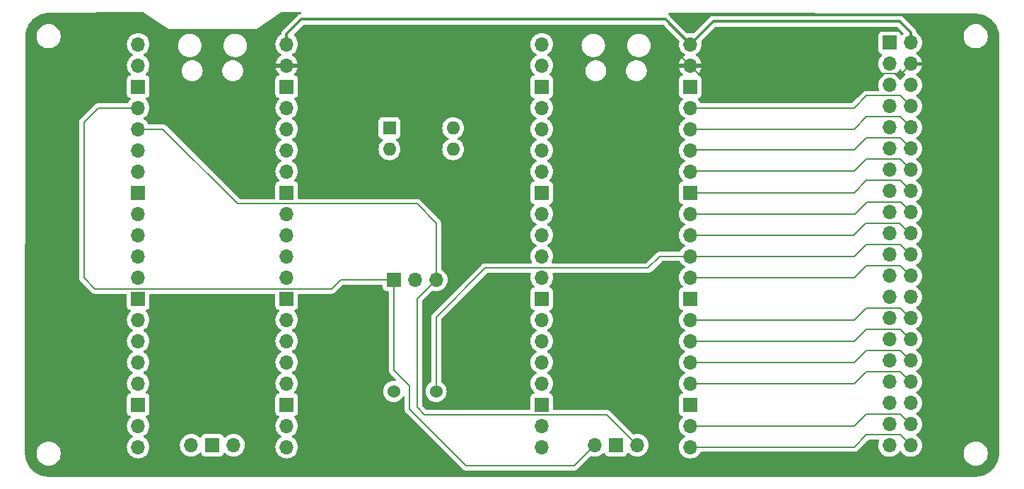
<source format=gbr>
%TF.GenerationSoftware,KiCad,Pcbnew,7.0.5-0*%
%TF.CreationDate,2023-11-25T09:06:25+00:00*%
%TF.ProjectId,PicoDebugger,5069636f-4465-4627-9567-6765722e6b69,rev?*%
%TF.SameCoordinates,Original*%
%TF.FileFunction,Copper,L2,Bot*%
%TF.FilePolarity,Positive*%
%FSLAX46Y46*%
G04 Gerber Fmt 4.6, Leading zero omitted, Abs format (unit mm)*
G04 Created by KiCad (PCBNEW 7.0.5-0) date 2023-11-25 09:06:25*
%MOMM*%
%LPD*%
G01*
G04 APERTURE LIST*
%TA.AperFunction,ComponentPad*%
%ADD10O,1.700000X1.700000*%
%TD*%
%TA.AperFunction,ComponentPad*%
%ADD11R,1.700000X1.700000*%
%TD*%
%TA.AperFunction,ComponentPad*%
%ADD12C,1.524000*%
%TD*%
%TA.AperFunction,ComponentPad*%
%ADD13R,1.600000X1.600000*%
%TD*%
%TA.AperFunction,ComponentPad*%
%ADD14O,1.600000X1.600000*%
%TD*%
%TA.AperFunction,Conductor*%
%ADD15C,0.150000*%
%TD*%
%TA.AperFunction,Conductor*%
%ADD16C,0.300000*%
%TD*%
G04 APERTURE END LIST*
D10*
%TO.P,Target1,1,GPIO0*%
%TO.N,/TT_UART_Tx*%
X109050000Y-72965000D03*
%TO.P,Target1,2,GPIO1*%
%TO.N,/TT_UART_Rx*%
X109050000Y-75505000D03*
D11*
%TO.P,Target1,3,GND*%
%TO.N,GND*%
X109050000Y-78045000D03*
D10*
%TO.P,Target1,4,GPIO2*%
%TO.N,/TT_GPIO2*%
X109050000Y-80585000D03*
%TO.P,Target1,5,GPIO3*%
%TO.N,/TT_GPIO3*%
X109050000Y-83125000D03*
%TO.P,Target1,6,GPIO4*%
%TO.N,/TT_GPIO4*%
X109050000Y-85665000D03*
%TO.P,Target1,7,GPIO5*%
%TO.N,/TT_GPIO5*%
X109050000Y-88205000D03*
D11*
%TO.P,Target1,8,GND*%
%TO.N,GND*%
X109050000Y-90745000D03*
D10*
%TO.P,Target1,9,GPIO6*%
%TO.N,/TT_GPIO6*%
X109050000Y-93285000D03*
%TO.P,Target1,10,GPIO7*%
%TO.N,/TT_GPIO7*%
X109050000Y-95825000D03*
%TO.P,Target1,11,GPIO8*%
%TO.N,/TT_GPIO8*%
X109050000Y-98365000D03*
%TO.P,Target1,12,GPIO9*%
%TO.N,/TT_GPIO9*%
X109050000Y-100905000D03*
D11*
%TO.P,Target1,13,GND*%
%TO.N,GND*%
X109050000Y-103445000D03*
D10*
%TO.P,Target1,14,GPIO10*%
%TO.N,/TT_GPIO10*%
X109050000Y-105985000D03*
%TO.P,Target1,15,GPIO11*%
%TO.N,/TT_GPIO11*%
X109050000Y-108525000D03*
%TO.P,Target1,16,GPIO12*%
%TO.N,/TT_GPIO12*%
X109050000Y-111065000D03*
%TO.P,Target1,17,GPIO13*%
%TO.N,/TT_GPIO13*%
X109050000Y-113605000D03*
D11*
%TO.P,Target1,18,GND*%
%TO.N,GND*%
X109050000Y-116145000D03*
D10*
%TO.P,Target1,19,GPIO14*%
%TO.N,/TT_GPIO14*%
X109050000Y-118685000D03*
%TO.P,Target1,20,GPIO15*%
%TO.N,/TT_GPIO15*%
X109050000Y-121225000D03*
%TO.P,Target1,21,GPIO16*%
%TO.N,/TT_GPIO16*%
X126830000Y-121225000D03*
%TO.P,Target1,22,GPIO17*%
%TO.N,/TT_GPIO17*%
X126830000Y-118685000D03*
D11*
%TO.P,Target1,23,GND*%
%TO.N,GND*%
X126830000Y-116145000D03*
D10*
%TO.P,Target1,24,GPIO18*%
%TO.N,/TT_GPIO18*%
X126830000Y-113605000D03*
%TO.P,Target1,25,GPIO19*%
%TO.N,/TT_GPIO19*%
X126830000Y-111065000D03*
%TO.P,Target1,26,GPIO20*%
%TO.N,/TT_GPIO20*%
X126830000Y-108525000D03*
%TO.P,Target1,27,GPIO21*%
%TO.N,/TT_GPIO21*%
X126830000Y-105985000D03*
D11*
%TO.P,Target1,28,GND*%
%TO.N,GND*%
X126830000Y-103445000D03*
D10*
%TO.P,Target1,29,GPIO22*%
%TO.N,/TT_GPIO22*%
X126830000Y-100905000D03*
%TO.P,Target1,30,RUN*%
%TO.N,/TT_Run*%
X126830000Y-98365000D03*
%TO.P,Target1,31,GPIO26_ADC0*%
%TO.N,/TT_GPIO26*%
X126830000Y-95825000D03*
%TO.P,Target1,32,GPIO27_ADC1*%
%TO.N,/TT_GPIO27*%
X126830000Y-93285000D03*
D11*
%TO.P,Target1,33,AGND*%
%TO.N,GND*%
X126830000Y-90745000D03*
D10*
%TO.P,Target1,34,GPIO28_ADC2*%
%TO.N,/TT_GPIO28*%
X126830000Y-88205000D03*
%TO.P,Target1,35,ADC_VREF*%
%TO.N,/TT_ADC_VREF*%
X126830000Y-85665000D03*
%TO.P,Target1,36,3V3*%
%TO.N,/TT_3V3*%
X126830000Y-83125000D03*
%TO.P,Target1,37,3V3_EN*%
%TO.N,/TT_3V3_EN*%
X126830000Y-80585000D03*
D11*
%TO.P,Target1,38,GND*%
%TO.N,GND*%
X126830000Y-78045000D03*
D10*
%TO.P,Target1,39,VSYS*%
%TO.N,+5V*%
X126830000Y-75505000D03*
%TO.P,Target1,40,VBUS*%
%TO.N,/VBus*%
X126830000Y-72965000D03*
%TO.P,Target1,41,SWCLK*%
%TO.N,/SWCLK*%
X115400000Y-120995000D03*
D11*
%TO.P,Target1,42,GND*%
%TO.N,unconnected-(Target1-GND-Pad42)*%
X117940000Y-120995000D03*
D10*
%TO.P,Target1,43,SWDIO*%
%TO.N,/SWDIO*%
X120480000Y-120995000D03*
%TD*%
D11*
%TO.P,J2,1,Pin_1*%
%TO.N,/SWCLK*%
X91325000Y-101175000D03*
D10*
%TO.P,J2,2,Pin_2*%
%TO.N,GND*%
X93865000Y-101175000D03*
%TO.P,J2,3,Pin_3*%
%TO.N,/SWDIO*%
X96405000Y-101175000D03*
%TD*%
D12*
%TO.P,SW2,1,1*%
%TO.N,/TT_Run*%
X96393000Y-114554000D03*
%TO.P,SW2,2,2*%
%TO.N,GND*%
X91313000Y-114554000D03*
%TD*%
D11*
%TO.P,J1,1,Pin_1*%
%TO.N,/TT_UART_Tx*%
X150685000Y-72780000D03*
D10*
%TO.P,J1,2,Pin_2*%
%TO.N,/VBus*%
X153225000Y-72780000D03*
%TO.P,J1,3,Pin_3*%
%TO.N,/TT_UART_Rx*%
X150685000Y-75320000D03*
%TO.P,J1,4,Pin_4*%
%TO.N,+5V*%
X153225000Y-75320000D03*
%TO.P,J1,5,Pin_5*%
%TO.N,GND*%
X150685000Y-77860000D03*
%TO.P,J1,6,Pin_6*%
X153225000Y-77860000D03*
%TO.P,J1,7,Pin_7*%
%TO.N,/TT_GPIO2*%
X150685000Y-80400000D03*
%TO.P,J1,8,Pin_8*%
%TO.N,/TT_3V3_EN*%
X153225000Y-80400000D03*
%TO.P,J1,9,Pin_9*%
%TO.N,/TT_GPIO3*%
X150685000Y-82940000D03*
%TO.P,J1,10,Pin_10*%
%TO.N,/TT_3V3*%
X153225000Y-82940000D03*
%TO.P,J1,11,Pin_11*%
%TO.N,/TT_GPIO4*%
X150685000Y-85480000D03*
%TO.P,J1,12,Pin_12*%
%TO.N,/TT_ADC_VREF*%
X153225000Y-85480000D03*
%TO.P,J1,13,Pin_13*%
%TO.N,/TT_GPIO5*%
X150685000Y-88020000D03*
%TO.P,J1,14,Pin_14*%
%TO.N,/TT_GPIO28*%
X153225000Y-88020000D03*
%TO.P,J1,15,Pin_15*%
%TO.N,GND*%
X150685000Y-90560000D03*
%TO.P,J1,16,Pin_16*%
X153225000Y-90560000D03*
%TO.P,J1,17,Pin_17*%
%TO.N,/TT_GPIO6*%
X150685000Y-93100000D03*
%TO.P,J1,18,Pin_18*%
%TO.N,/TT_GPIO27*%
X153225000Y-93100000D03*
%TO.P,J1,19,Pin_19*%
%TO.N,/TT_GPIO7*%
X150685000Y-95640000D03*
%TO.P,J1,20,Pin_20*%
%TO.N,/TT_GPIO26*%
X153225000Y-95640000D03*
%TO.P,J1,21,Pin_21*%
%TO.N,/TT_GPIO8*%
X150685000Y-98180000D03*
%TO.P,J1,22,Pin_22*%
%TO.N,/TT_Run*%
X153225000Y-98180000D03*
%TO.P,J1,23,Pin_23*%
%TO.N,/TT_GPIO9*%
X150685000Y-100720000D03*
%TO.P,J1,24,Pin_24*%
%TO.N,/TT_GPIO22*%
X153225000Y-100720000D03*
%TO.P,J1,25,Pin_25*%
%TO.N,GND*%
X150685000Y-103260000D03*
%TO.P,J1,26,Pin_26*%
X153225000Y-103260000D03*
%TO.P,J1,27,Pin_27*%
%TO.N,/TT_GPIO10*%
X150685000Y-105800000D03*
%TO.P,J1,28,Pin_28*%
%TO.N,/TT_GPIO21*%
X153225000Y-105800000D03*
%TO.P,J1,29,Pin_29*%
%TO.N,/TT_GPIO11*%
X150685000Y-108340000D03*
%TO.P,J1,30,Pin_30*%
%TO.N,/TT_GPIO20*%
X153225000Y-108340000D03*
%TO.P,J1,31,Pin_31*%
%TO.N,/TT_GPIO12*%
X150685000Y-110880000D03*
%TO.P,J1,32,Pin_32*%
%TO.N,/TT_GPIO19*%
X153225000Y-110880000D03*
%TO.P,J1,33,Pin_33*%
%TO.N,/TT_GPIO13*%
X150685000Y-113420000D03*
%TO.P,J1,34,Pin_34*%
%TO.N,/TT_GPIO18*%
X153225000Y-113420000D03*
%TO.P,J1,35,Pin_35*%
%TO.N,GND*%
X150685000Y-115960000D03*
%TO.P,J1,36,Pin_36*%
X153225000Y-115960000D03*
%TO.P,J1,37,Pin_37*%
%TO.N,/TT_GPIO14*%
X150685000Y-118500000D03*
%TO.P,J1,38,Pin_38*%
%TO.N,/TT_GPIO17*%
X153225000Y-118500000D03*
%TO.P,J1,39,Pin_39*%
%TO.N,/TT_GPIO15*%
X150685000Y-121040000D03*
%TO.P,J1,40,Pin_40*%
%TO.N,/TT_GPIO16*%
X153225000Y-121040000D03*
%TD*%
D13*
%TO.P,SW1,1*%
%TO.N,/PP_UART_Rx*%
X90807500Y-83000000D03*
D14*
%TO.P,SW1,2*%
%TO.N,/PP_UART_Tx*%
X90807500Y-85540000D03*
%TO.P,SW1,3*%
%TO.N,/TT_UART_Tx*%
X98427500Y-85540000D03*
%TO.P,SW1,4*%
%TO.N,/TT_UART_Rx*%
X98427500Y-83000000D03*
%TD*%
D10*
%TO.P,PicoProbe1,1,GPIO0*%
%TO.N,unconnected-(PicoProbe1-GPIO0-Pad1)*%
X60720000Y-72960000D03*
%TO.P,PicoProbe1,2,GPIO1*%
%TO.N,unconnected-(PicoProbe1-GPIO1-Pad2)*%
X60720000Y-75500000D03*
D11*
%TO.P,PicoProbe1,3,GND*%
%TO.N,GND*%
X60720000Y-78040000D03*
D10*
%TO.P,PicoProbe1,4,GPIO2*%
%TO.N,/SWCLK*%
X60720000Y-80580000D03*
%TO.P,PicoProbe1,5,GPIO3*%
%TO.N,/SWDIO*%
X60720000Y-83120000D03*
%TO.P,PicoProbe1,6,GPIO4*%
%TO.N,/PP_UART_Rx*%
X60720000Y-85660000D03*
%TO.P,PicoProbe1,7,GPIO5*%
%TO.N,/PP_UART_Tx*%
X60720000Y-88200000D03*
D11*
%TO.P,PicoProbe1,8,GND*%
%TO.N,GND*%
X60720000Y-90740000D03*
D10*
%TO.P,PicoProbe1,9,GPIO6*%
%TO.N,unconnected-(PicoProbe1-GPIO6-Pad9)*%
X60720000Y-93280000D03*
%TO.P,PicoProbe1,10,GPIO7*%
%TO.N,unconnected-(PicoProbe1-GPIO7-Pad10)*%
X60720000Y-95820000D03*
%TO.P,PicoProbe1,11,GPIO8*%
%TO.N,unconnected-(PicoProbe1-GPIO8-Pad11)*%
X60720000Y-98360000D03*
%TO.P,PicoProbe1,12,GPIO9*%
%TO.N,unconnected-(PicoProbe1-GPIO9-Pad12)*%
X60720000Y-100900000D03*
D11*
%TO.P,PicoProbe1,13,GND*%
%TO.N,GND*%
X60720000Y-103440000D03*
D10*
%TO.P,PicoProbe1,14,GPIO10*%
%TO.N,unconnected-(PicoProbe1-GPIO10-Pad14)*%
X60720000Y-105980000D03*
%TO.P,PicoProbe1,15,GPIO11*%
%TO.N,unconnected-(PicoProbe1-GPIO11-Pad15)*%
X60720000Y-108520000D03*
%TO.P,PicoProbe1,16,GPIO12*%
%TO.N,unconnected-(PicoProbe1-GPIO12-Pad16)*%
X60720000Y-111060000D03*
%TO.P,PicoProbe1,17,GPIO13*%
%TO.N,unconnected-(PicoProbe1-GPIO13-Pad17)*%
X60720000Y-113600000D03*
D11*
%TO.P,PicoProbe1,18,GND*%
%TO.N,GND*%
X60720000Y-116140000D03*
D10*
%TO.P,PicoProbe1,19,GPIO14*%
%TO.N,unconnected-(PicoProbe1-GPIO14-Pad19)*%
X60720000Y-118680000D03*
%TO.P,PicoProbe1,20,GPIO15*%
%TO.N,unconnected-(PicoProbe1-GPIO15-Pad20)*%
X60720000Y-121220000D03*
%TO.P,PicoProbe1,21,GPIO16*%
%TO.N,unconnected-(PicoProbe1-GPIO16-Pad21)*%
X78500000Y-121220000D03*
%TO.P,PicoProbe1,22,GPIO17*%
%TO.N,unconnected-(PicoProbe1-GPIO17-Pad22)*%
X78500000Y-118680000D03*
D11*
%TO.P,PicoProbe1,23,GND*%
%TO.N,GND*%
X78500000Y-116140000D03*
D10*
%TO.P,PicoProbe1,24,GPIO18*%
%TO.N,unconnected-(PicoProbe1-GPIO18-Pad24)*%
X78500000Y-113600000D03*
%TO.P,PicoProbe1,25,GPIO19*%
%TO.N,unconnected-(PicoProbe1-GPIO19-Pad25)*%
X78500000Y-111060000D03*
%TO.P,PicoProbe1,26,GPIO20*%
%TO.N,unconnected-(PicoProbe1-GPIO20-Pad26)*%
X78500000Y-108520000D03*
%TO.P,PicoProbe1,27,GPIO21*%
%TO.N,unconnected-(PicoProbe1-GPIO21-Pad27)*%
X78500000Y-105980000D03*
D11*
%TO.P,PicoProbe1,28,GND*%
%TO.N,GND*%
X78500000Y-103440000D03*
D10*
%TO.P,PicoProbe1,29,GPIO22*%
%TO.N,unconnected-(PicoProbe1-GPIO22-Pad29)*%
X78500000Y-100900000D03*
%TO.P,PicoProbe1,30,RUN*%
%TO.N,unconnected-(PicoProbe1-RUN-Pad30)*%
X78500000Y-98360000D03*
%TO.P,PicoProbe1,31,GPIO26_ADC0*%
%TO.N,unconnected-(PicoProbe1-GPIO26_ADC0-Pad31)*%
X78500000Y-95820000D03*
%TO.P,PicoProbe1,32,GPIO27_ADC1*%
%TO.N,unconnected-(PicoProbe1-GPIO27_ADC1-Pad32)*%
X78500000Y-93280000D03*
D11*
%TO.P,PicoProbe1,33,AGND*%
%TO.N,GND*%
X78500000Y-90740000D03*
D10*
%TO.P,PicoProbe1,34,GPIO28_ADC2*%
%TO.N,unconnected-(PicoProbe1-GPIO28_ADC2-Pad34)*%
X78500000Y-88200000D03*
%TO.P,PicoProbe1,35,ADC_VREF*%
%TO.N,unconnected-(PicoProbe1-ADC_VREF-Pad35)*%
X78500000Y-85660000D03*
%TO.P,PicoProbe1,36,3V3*%
%TO.N,unconnected-(PicoProbe1-3V3-Pad36)*%
X78500000Y-83120000D03*
%TO.P,PicoProbe1,37,3V3_EN*%
%TO.N,unconnected-(PicoProbe1-3V3_EN-Pad37)*%
X78500000Y-80580000D03*
D11*
%TO.P,PicoProbe1,38,GND*%
%TO.N,GND*%
X78500000Y-78040000D03*
D10*
%TO.P,PicoProbe1,39,VSYS*%
%TO.N,+5V*%
X78500000Y-75500000D03*
%TO.P,PicoProbe1,40,VBUS*%
%TO.N,/VBus*%
X78500000Y-72960000D03*
%TO.P,PicoProbe1,41,SWCLK*%
%TO.N,unconnected-(PicoProbe1-SWCLK-Pad41)*%
X67070000Y-120990000D03*
D11*
%TO.P,PicoProbe1,42,GND*%
%TO.N,unconnected-(PicoProbe1-GND-Pad42)*%
X69610000Y-120990000D03*
D10*
%TO.P,PicoProbe1,43,SWDIO*%
%TO.N,unconnected-(PicoProbe1-SWDIO-Pad43)*%
X72150000Y-120990000D03*
%TD*%
D15*
%TO.N,/SWCLK*%
X112951000Y-123444000D02*
X115400000Y-120995000D01*
X99949000Y-123444000D02*
X112951000Y-123444000D01*
%TO.N,GND*%
X151950000Y-89275000D02*
X153225000Y-90550000D01*
X147900000Y-89275000D02*
X151950000Y-89275000D01*
X146440000Y-90735000D02*
X147900000Y-89275000D01*
X126830000Y-90735000D02*
X146440000Y-90735000D01*
%TO.N,+5V*%
X88203000Y-75500000D02*
X92964000Y-70739000D01*
X92964000Y-70739000D02*
X123571000Y-70739000D01*
X123952000Y-72627000D02*
X126830000Y-75505000D01*
X123952000Y-71120000D02*
X123952000Y-72627000D01*
X152100000Y-76445000D02*
X153225000Y-75320000D01*
X127770000Y-76445000D02*
X152100000Y-76445000D01*
X78500000Y-75500000D02*
X88203000Y-75500000D01*
X126830000Y-75505000D02*
X127770000Y-76445000D01*
X123571000Y-70739000D02*
X123952000Y-71120000D01*
%TO.N,/TT_3V3_EN*%
X126830000Y-80585000D02*
X146440000Y-80585000D01*
X147900000Y-79125000D02*
X151950000Y-79125000D01*
X151950000Y-79125000D02*
X153225000Y-80400000D01*
X146440000Y-80585000D02*
X147900000Y-79125000D01*
%TO.N,/TT_3V3*%
X126815000Y-83125000D02*
X146425000Y-83125000D01*
X146425000Y-83125000D02*
X147885000Y-81665000D01*
X151935000Y-81665000D02*
X153210000Y-82940000D01*
X147885000Y-81665000D02*
X151935000Y-81665000D01*
%TO.N,/TT_ADC_VREF*%
X151960000Y-84140000D02*
X153235000Y-85415000D01*
X147910000Y-84140000D02*
X151960000Y-84140000D01*
X126840000Y-85600000D02*
X146450000Y-85600000D01*
X146450000Y-85600000D02*
X147910000Y-84140000D01*
%TO.N,/TT_Run*%
X123185000Y-98365000D02*
X121770000Y-99780000D01*
X126830000Y-98365000D02*
X123185000Y-98365000D01*
X96393000Y-105664000D02*
X102277000Y-99780000D01*
X151935000Y-96915000D02*
X153210000Y-98190000D01*
X121770000Y-99780000D02*
X102277000Y-99780000D01*
X96393000Y-114554000D02*
X96393000Y-105664000D01*
X147885000Y-96915000D02*
X151935000Y-96915000D01*
X146425000Y-98375000D02*
X147885000Y-96915000D01*
X126815000Y-98375000D02*
X146425000Y-98375000D01*
%TO.N,/SWCLK*%
X91325000Y-112026000D02*
X93218000Y-113919000D01*
X54229000Y-100965000D02*
X55529000Y-102265000D01*
X91325000Y-101175000D02*
X91325000Y-112026000D01*
X55945000Y-80580000D02*
X54229000Y-82296000D01*
X83890000Y-102265000D02*
X84980000Y-101175000D01*
X60720000Y-80580000D02*
X55945000Y-80580000D01*
X93218000Y-113919000D02*
X93218000Y-116713000D01*
X55529000Y-102265000D02*
X65024000Y-102265000D01*
X84980000Y-101175000D02*
X91325000Y-101175000D01*
X93218000Y-116713000D02*
X99949000Y-123444000D01*
X54229000Y-82296000D02*
X54229000Y-100965000D01*
X65024000Y-102265000D02*
X83890000Y-102265000D01*
%TO.N,/SWDIO*%
X60720000Y-83120000D02*
X63689000Y-83120000D01*
X94107000Y-92075000D02*
X96405000Y-94373000D01*
X94107000Y-116459000D02*
X94996000Y-117348000D01*
X63689000Y-83120000D02*
X72644000Y-92075000D01*
X72644000Y-92075000D02*
X94107000Y-92075000D01*
X96405000Y-94373000D02*
X96405000Y-101175000D01*
X94107000Y-103473000D02*
X94107000Y-116459000D01*
X116833000Y-117348000D02*
X120480000Y-120995000D01*
X96405000Y-101175000D02*
X94107000Y-103473000D01*
X116833000Y-117348000D02*
X94996000Y-117348000D01*
D16*
%TO.N,/VBus*%
X126830000Y-72965000D02*
X129564000Y-70231000D01*
X78500000Y-72960000D02*
X78500000Y-71741000D01*
X80264000Y-69977000D02*
X123842000Y-69977000D01*
X123842000Y-69977000D02*
X126830000Y-72965000D01*
X78500000Y-71741000D02*
X80264000Y-69977000D01*
X129564000Y-70231000D02*
X151892000Y-70231000D01*
X153225000Y-72780000D02*
X153225000Y-71564000D01*
X153225000Y-71564000D02*
X151892000Y-70231000D01*
D15*
%TO.N,/TT_GPIO28*%
X151935000Y-86715000D02*
X153210000Y-87990000D01*
X146425000Y-88175000D02*
X147885000Y-86715000D01*
X147885000Y-86715000D02*
X151935000Y-86715000D01*
X126815000Y-88175000D02*
X146425000Y-88175000D01*
%TO.N,/TT_GPIO27*%
X146500000Y-93325000D02*
X147960000Y-91865000D01*
X126890000Y-93325000D02*
X146500000Y-93325000D01*
X152010000Y-91865000D02*
X153285000Y-93140000D01*
X147960000Y-91865000D02*
X152010000Y-91865000D01*
%TO.N,/TT_GPIO26*%
X151885000Y-94390000D02*
X153160000Y-95665000D01*
X126765000Y-95850000D02*
X146375000Y-95850000D01*
X146375000Y-95850000D02*
X147835000Y-94390000D01*
X147835000Y-94390000D02*
X151885000Y-94390000D01*
%TO.N,/TT_GPIO22*%
X147935000Y-99465000D02*
X151985000Y-99465000D01*
X151985000Y-99465000D02*
X153260000Y-100740000D01*
X146475000Y-100925000D02*
X147935000Y-99465000D01*
X126865000Y-100925000D02*
X146475000Y-100925000D01*
%TO.N,/TT_GPIO21*%
X151960000Y-104540000D02*
X153235000Y-105815000D01*
X146450000Y-106000000D02*
X147910000Y-104540000D01*
X126840000Y-106000000D02*
X146450000Y-106000000D01*
X147910000Y-104540000D02*
X151960000Y-104540000D01*
%TO.N,/TT_GPIO20*%
X146450000Y-108550000D02*
X147910000Y-107090000D01*
X147910000Y-107090000D02*
X151960000Y-107090000D01*
X151960000Y-107090000D02*
X153235000Y-108365000D01*
X126840000Y-108550000D02*
X146450000Y-108550000D01*
%TO.N,/TT_GPIO19*%
X146475000Y-111075000D02*
X147935000Y-109615000D01*
X147935000Y-109615000D02*
X151985000Y-109615000D01*
X151985000Y-109615000D02*
X153260000Y-110890000D01*
X126865000Y-111075000D02*
X146475000Y-111075000D01*
%TO.N,/TT_GPIO18*%
X126865000Y-113625000D02*
X146475000Y-113625000D01*
X147935000Y-112165000D02*
X151985000Y-112165000D01*
X151985000Y-112165000D02*
X153260000Y-113440000D01*
X146475000Y-113625000D02*
X147935000Y-112165000D01*
%TO.N,/TT_GPIO17*%
X147910000Y-117240000D02*
X151960000Y-117240000D01*
X126840000Y-118700000D02*
X146450000Y-118700000D01*
X146450000Y-118700000D02*
X147910000Y-117240000D01*
X151960000Y-117240000D02*
X153235000Y-118515000D01*
%TO.N,/TT_GPIO16*%
X146475000Y-121225000D02*
X147935000Y-119765000D01*
X126865000Y-121225000D02*
X146475000Y-121225000D01*
X151985000Y-119765000D02*
X153260000Y-121040000D01*
X147935000Y-119765000D02*
X151985000Y-119765000D01*
%TD*%
%TA.AperFunction,Conductor*%
%TO.N,+5V*%
G36*
X80150536Y-69081693D02*
G01*
X80217519Y-69101562D01*
X80263129Y-69154492D01*
X80272882Y-69223678D01*
X80243682Y-69287153D01*
X80184800Y-69324766D01*
X80168996Y-69327282D01*
X80169139Y-69328181D01*
X80161434Y-69329401D01*
X80161430Y-69329402D01*
X80161431Y-69329402D01*
X80141040Y-69335325D01*
X80121996Y-69339269D01*
X80100942Y-69341929D01*
X80100940Y-69341929D01*
X80055781Y-69359808D01*
X80050255Y-69361700D01*
X80003601Y-69375254D01*
X79985325Y-69386063D01*
X79967860Y-69394619D01*
X79948124Y-69402433D01*
X79908824Y-69430986D01*
X79903942Y-69434193D01*
X79862136Y-69458917D01*
X79847124Y-69473929D01*
X79832336Y-69486558D01*
X79815167Y-69499032D01*
X79815165Y-69499034D01*
X79784194Y-69536470D01*
X79780262Y-69540791D01*
X78100483Y-71220569D01*
X78087910Y-71230643D01*
X78088065Y-71230830D01*
X78082058Y-71235798D01*
X78033468Y-71287542D01*
X78032114Y-71288938D01*
X78011090Y-71309963D01*
X78011078Y-71309977D01*
X78006587Y-71315765D01*
X78002801Y-71320197D01*
X77969552Y-71355606D01*
X77959322Y-71374213D01*
X77948646Y-71390464D01*
X77935640Y-71407232D01*
X77935636Y-71407238D01*
X77916348Y-71451811D01*
X77913777Y-71457058D01*
X77890372Y-71499630D01*
X77890372Y-71499631D01*
X77885091Y-71520199D01*
X77878791Y-71538601D01*
X77870364Y-71558073D01*
X77862766Y-71606047D01*
X77861581Y-71611770D01*
X77849500Y-71658818D01*
X77849500Y-71680044D01*
X77847973Y-71699440D01*
X77847148Y-71704652D01*
X77844011Y-71724455D01*
X77814078Y-71787589D01*
X77792662Y-71806627D01*
X77628594Y-71921508D01*
X77461505Y-72088597D01*
X77325965Y-72282169D01*
X77325964Y-72282171D01*
X77226098Y-72496335D01*
X77226094Y-72496344D01*
X77164938Y-72724586D01*
X77164936Y-72724596D01*
X77144341Y-72959999D01*
X77144341Y-72960000D01*
X77164936Y-73195403D01*
X77164938Y-73195413D01*
X77226094Y-73423655D01*
X77226096Y-73423659D01*
X77226097Y-73423663D01*
X77301998Y-73586432D01*
X77325965Y-73637830D01*
X77325967Y-73637834D01*
X77461501Y-73831395D01*
X77461506Y-73831402D01*
X77628597Y-73998493D01*
X77628603Y-73998498D01*
X77675742Y-74031505D01*
X77807714Y-74123913D01*
X77814594Y-74128730D01*
X77858219Y-74183307D01*
X77865413Y-74252805D01*
X77833890Y-74315160D01*
X77814595Y-74331880D01*
X77628922Y-74461890D01*
X77628920Y-74461891D01*
X77461891Y-74628920D01*
X77461886Y-74628926D01*
X77326400Y-74822420D01*
X77326399Y-74822422D01*
X77226570Y-75036507D01*
X77226567Y-75036513D01*
X77169364Y-75249999D01*
X77169364Y-75250000D01*
X78054428Y-75250000D01*
X78031318Y-75285960D01*
X77990000Y-75426673D01*
X77990000Y-75573327D01*
X78031318Y-75714040D01*
X78054428Y-75750000D01*
X77169364Y-75750000D01*
X77226567Y-75963486D01*
X77226570Y-75963492D01*
X77326399Y-76177578D01*
X77461894Y-76371082D01*
X77583946Y-76493134D01*
X77617431Y-76554457D01*
X77612447Y-76624149D01*
X77570575Y-76680082D01*
X77539598Y-76696997D01*
X77407671Y-76746202D01*
X77407664Y-76746206D01*
X77292455Y-76832452D01*
X77292452Y-76832455D01*
X77206206Y-76947664D01*
X77206202Y-76947671D01*
X77155908Y-77082517D01*
X77152625Y-77113057D01*
X77149501Y-77142123D01*
X77149500Y-77142135D01*
X77149500Y-78937870D01*
X77149501Y-78937876D01*
X77155908Y-78997483D01*
X77206202Y-79132328D01*
X77206206Y-79132335D01*
X77292452Y-79247544D01*
X77292455Y-79247547D01*
X77407664Y-79333793D01*
X77407671Y-79333797D01*
X77539081Y-79382810D01*
X77595015Y-79424681D01*
X77619432Y-79490145D01*
X77604580Y-79558418D01*
X77583430Y-79586673D01*
X77461503Y-79708600D01*
X77325965Y-79902169D01*
X77325964Y-79902171D01*
X77226098Y-80116335D01*
X77226094Y-80116344D01*
X77164938Y-80344586D01*
X77164936Y-80344596D01*
X77144341Y-80579999D01*
X77144341Y-80580000D01*
X77164936Y-80815403D01*
X77164938Y-80815413D01*
X77226094Y-81043655D01*
X77226096Y-81043659D01*
X77226097Y-81043663D01*
X77311633Y-81227094D01*
X77325965Y-81257830D01*
X77325967Y-81257834D01*
X77461501Y-81451395D01*
X77461506Y-81451402D01*
X77628597Y-81618493D01*
X77628603Y-81618498D01*
X77814158Y-81748425D01*
X77857783Y-81803002D01*
X77864977Y-81872500D01*
X77833454Y-81934855D01*
X77814158Y-81951575D01*
X77628597Y-82081505D01*
X77461505Y-82248597D01*
X77325965Y-82442169D01*
X77325964Y-82442171D01*
X77226098Y-82656335D01*
X77226094Y-82656344D01*
X77164938Y-82884586D01*
X77164936Y-82884596D01*
X77144341Y-83119999D01*
X77144341Y-83120000D01*
X77164936Y-83355403D01*
X77164938Y-83355413D01*
X77226094Y-83583655D01*
X77226096Y-83583659D01*
X77226097Y-83583663D01*
X77306696Y-83756507D01*
X77325965Y-83797830D01*
X77325967Y-83797834D01*
X77461501Y-83991395D01*
X77461506Y-83991402D01*
X77628597Y-84158493D01*
X77628603Y-84158498D01*
X77814158Y-84288425D01*
X77857783Y-84343002D01*
X77864977Y-84412500D01*
X77833454Y-84474855D01*
X77814158Y-84491575D01*
X77628597Y-84621505D01*
X77461505Y-84788597D01*
X77325965Y-84982169D01*
X77325964Y-84982171D01*
X77226098Y-85196335D01*
X77226094Y-85196344D01*
X77164938Y-85424586D01*
X77164936Y-85424596D01*
X77144341Y-85659999D01*
X77144341Y-85660000D01*
X77164936Y-85895403D01*
X77164938Y-85895413D01*
X77226094Y-86123655D01*
X77226096Y-86123659D01*
X77226097Y-86123663D01*
X77299646Y-86281388D01*
X77325965Y-86337830D01*
X77325967Y-86337834D01*
X77461501Y-86531395D01*
X77461506Y-86531402D01*
X77628597Y-86698493D01*
X77628603Y-86698498D01*
X77814158Y-86828425D01*
X77857783Y-86883002D01*
X77864977Y-86952500D01*
X77833454Y-87014855D01*
X77814158Y-87031575D01*
X77628597Y-87161505D01*
X77461505Y-87328597D01*
X77325965Y-87522169D01*
X77325964Y-87522171D01*
X77226098Y-87736335D01*
X77226094Y-87736344D01*
X77164938Y-87964586D01*
X77164936Y-87964596D01*
X77144341Y-88199999D01*
X77144341Y-88200000D01*
X77164936Y-88435403D01*
X77164938Y-88435413D01*
X77226094Y-88663655D01*
X77226096Y-88663659D01*
X77226097Y-88663663D01*
X77276756Y-88772301D01*
X77325965Y-88877830D01*
X77325967Y-88877834D01*
X77434281Y-89032521D01*
X77461501Y-89071396D01*
X77461506Y-89071402D01*
X77583430Y-89193326D01*
X77616915Y-89254649D01*
X77611931Y-89324341D01*
X77570059Y-89380274D01*
X77539083Y-89397189D01*
X77407669Y-89446203D01*
X77407664Y-89446206D01*
X77292455Y-89532452D01*
X77292452Y-89532455D01*
X77206206Y-89647664D01*
X77206202Y-89647671D01*
X77155908Y-89782517D01*
X77149501Y-89842116D01*
X77149501Y-89842123D01*
X77149500Y-89842135D01*
X77149501Y-91375500D01*
X77129816Y-91442539D01*
X77077013Y-91488294D01*
X77025501Y-91499500D01*
X72933742Y-91499500D01*
X72866703Y-91479815D01*
X72846061Y-91463181D01*
X64125489Y-82742609D01*
X64120136Y-82736506D01*
X64117486Y-82733053D01*
X64099451Y-82709549D01*
X64099449Y-82709547D01*
X64099448Y-82709546D01*
X64071731Y-82688278D01*
X64071705Y-82688258D01*
X63979234Y-82617302D01*
X63904226Y-82586233D01*
X63903041Y-82585742D01*
X63839236Y-82559313D01*
X63764699Y-82549500D01*
X63722695Y-82543970D01*
X63722695Y-82543969D01*
X63693092Y-82540073D01*
X63689000Y-82539535D01*
X63688999Y-82539535D01*
X63688998Y-82539535D01*
X63669965Y-82542040D01*
X63655317Y-82543969D01*
X63647219Y-82544500D01*
X62020748Y-82544500D01*
X61953709Y-82524815D01*
X61908366Y-82472904D01*
X61896368Y-82447174D01*
X61894035Y-82442171D01*
X61894033Y-82442168D01*
X61894032Y-82442166D01*
X61758494Y-82248597D01*
X61591402Y-82081506D01*
X61591396Y-82081501D01*
X61405842Y-81951575D01*
X61362217Y-81896998D01*
X61355023Y-81827500D01*
X61386546Y-81765145D01*
X61405842Y-81748425D01*
X61454483Y-81714366D01*
X61591401Y-81618495D01*
X61758495Y-81451401D01*
X61894035Y-81257830D01*
X61993903Y-81043663D01*
X62055063Y-80815408D01*
X62075659Y-80580000D01*
X62055063Y-80344592D01*
X61993903Y-80116337D01*
X61894035Y-79902171D01*
X61894031Y-79902166D01*
X61758496Y-79708600D01*
X61750396Y-79700500D01*
X61636567Y-79586671D01*
X61603084Y-79525351D01*
X61608068Y-79455659D01*
X61649939Y-79399725D01*
X61680915Y-79382810D01*
X61812331Y-79333796D01*
X61927546Y-79247546D01*
X62013796Y-79132331D01*
X62064091Y-78997483D01*
X62070500Y-78937873D01*
X62070499Y-77142128D01*
X62065299Y-77093757D01*
X62064091Y-77082516D01*
X62013797Y-76947671D01*
X62013793Y-76947664D01*
X61927547Y-76832455D01*
X61927544Y-76832452D01*
X61812335Y-76746206D01*
X61812328Y-76746202D01*
X61680917Y-76697189D01*
X61624983Y-76655318D01*
X61600566Y-76589853D01*
X61615418Y-76521580D01*
X61636563Y-76493332D01*
X61758495Y-76371401D01*
X61894035Y-76177830D01*
X61921000Y-76120003D01*
X65929723Y-76120003D01*
X65931688Y-76142470D01*
X65931862Y-76150660D01*
X65930709Y-76176324D01*
X65930710Y-76176328D01*
X65930710Y-76176330D01*
X65932752Y-76191402D01*
X65941641Y-76257031D01*
X65941966Y-76259949D01*
X65948792Y-76337972D01*
X65948795Y-76337987D01*
X65955482Y-76362941D01*
X65957034Y-76370670D01*
X65960924Y-76399381D01*
X65960926Y-76399392D01*
X65985075Y-76473713D01*
X65985997Y-76476825D01*
X66005423Y-76549324D01*
X66005427Y-76549336D01*
X66017736Y-76575732D01*
X66020512Y-76582779D01*
X66030483Y-76613464D01*
X66065970Y-76679411D01*
X66067558Y-76682576D01*
X66097898Y-76747639D01*
X66101402Y-76752643D01*
X66116490Y-76774191D01*
X66120303Y-76780378D01*
X66137146Y-76811678D01*
X66137152Y-76811687D01*
X66181792Y-76867663D01*
X66184106Y-76870758D01*
X66210510Y-76908465D01*
X66223402Y-76926877D01*
X66223405Y-76926880D01*
X66248646Y-76952121D01*
X66253283Y-76957309D01*
X66277492Y-76987666D01*
X66328959Y-77032632D01*
X66332008Y-77035483D01*
X66378116Y-77081592D01*
X66378122Y-77081597D01*
X66378123Y-77081598D01*
X66389802Y-77089775D01*
X66410055Y-77103957D01*
X66415290Y-77108057D01*
X66447004Y-77135765D01*
X66447013Y-77135771D01*
X66502849Y-77169131D01*
X66506613Y-77171568D01*
X66557359Y-77207101D01*
X66557364Y-77207104D01*
X66579917Y-77217620D01*
X66595677Y-77224969D01*
X66601271Y-77227935D01*
X66638349Y-77250088D01*
X66640236Y-77251215D01*
X66653559Y-77256215D01*
X66698083Y-77272925D01*
X66702503Y-77274782D01*
X66755670Y-77299575D01*
X66755674Y-77299577D01*
X66786069Y-77307720D01*
X66799677Y-77311366D01*
X66805413Y-77313207D01*
X66815909Y-77317146D01*
X66850976Y-77330307D01*
X66908545Y-77340754D01*
X66913511Y-77341868D01*
X66967023Y-77356207D01*
X67015689Y-77360464D01*
X67021306Y-77361218D01*
X67072453Y-77370500D01*
X67127691Y-77370500D01*
X67133092Y-77370735D01*
X67161548Y-77373225D01*
X67184998Y-77375277D01*
X67185000Y-77375277D01*
X67236694Y-77370754D01*
X67239284Y-77370583D01*
X67241121Y-77370500D01*
X67241155Y-77370500D01*
X67294217Y-77365724D01*
X67295173Y-77365638D01*
X67295180Y-77365724D01*
X67295477Y-77365611D01*
X67402977Y-77356207D01*
X67403000Y-77356200D01*
X67403475Y-77356117D01*
X67408713Y-77355419D01*
X67409188Y-77355377D01*
X67512997Y-77326726D01*
X67614330Y-77299575D01*
X67614334Y-77299572D01*
X67621254Y-77297053D01*
X67625948Y-77295554D01*
X67626170Y-77295493D01*
X67626181Y-77295487D01*
X67626183Y-77295487D01*
X67639202Y-77289216D01*
X67720454Y-77250088D01*
X67812639Y-77207102D01*
X67812648Y-77207095D01*
X67817327Y-77204395D01*
X67817400Y-77204522D01*
X67828164Y-77198218D01*
X67828973Y-77197829D01*
X67911156Y-77138118D01*
X67991877Y-77081598D01*
X67992747Y-77080727D01*
X68007550Y-77068084D01*
X68011078Y-77065522D01*
X68078674Y-76994820D01*
X68079562Y-76993911D01*
X68146598Y-76926877D01*
X68149285Y-76923039D01*
X68161239Y-76908465D01*
X68166629Y-76902828D01*
X68166628Y-76902828D01*
X68166632Y-76902825D01*
X68218746Y-76823873D01*
X68219596Y-76822623D01*
X68272102Y-76747639D01*
X68275543Y-76740259D01*
X68284432Y-76724364D01*
X68290635Y-76714968D01*
X68326507Y-76631038D01*
X68327284Y-76629297D01*
X68364575Y-76549330D01*
X68367570Y-76538148D01*
X68373325Y-76521505D01*
X68373375Y-76521389D01*
X68379103Y-76507988D01*
X68379936Y-76504341D01*
X68398675Y-76422235D01*
X68399233Y-76419983D01*
X68421207Y-76337977D01*
X68422887Y-76318766D01*
X68424206Y-76310377D01*
X68424445Y-76309325D01*
X68429191Y-76288537D01*
X68432992Y-76203871D01*
X68433158Y-76201363D01*
X68440277Y-76120003D01*
X70779723Y-76120003D01*
X70781688Y-76142470D01*
X70781862Y-76150660D01*
X70780709Y-76176324D01*
X70780710Y-76176328D01*
X70780710Y-76176330D01*
X70782752Y-76191402D01*
X70791641Y-76257031D01*
X70791966Y-76259949D01*
X70798792Y-76337972D01*
X70798795Y-76337987D01*
X70805482Y-76362941D01*
X70807034Y-76370670D01*
X70810924Y-76399381D01*
X70810926Y-76399392D01*
X70835075Y-76473713D01*
X70835997Y-76476825D01*
X70855423Y-76549324D01*
X70855427Y-76549336D01*
X70867736Y-76575732D01*
X70870512Y-76582779D01*
X70880483Y-76613464D01*
X70915970Y-76679411D01*
X70917558Y-76682576D01*
X70947898Y-76747639D01*
X70951402Y-76752643D01*
X70966490Y-76774191D01*
X70970303Y-76780378D01*
X70987146Y-76811678D01*
X70987152Y-76811687D01*
X71031792Y-76867663D01*
X71034106Y-76870758D01*
X71060510Y-76908465D01*
X71073402Y-76926877D01*
X71073405Y-76926880D01*
X71098646Y-76952121D01*
X71103283Y-76957309D01*
X71127492Y-76987666D01*
X71178959Y-77032632D01*
X71182008Y-77035483D01*
X71228116Y-77081592D01*
X71228122Y-77081597D01*
X71228123Y-77081598D01*
X71239802Y-77089775D01*
X71260055Y-77103957D01*
X71265290Y-77108057D01*
X71297004Y-77135765D01*
X71297013Y-77135771D01*
X71352849Y-77169131D01*
X71356613Y-77171568D01*
X71407359Y-77207101D01*
X71407364Y-77207104D01*
X71429917Y-77217620D01*
X71445677Y-77224969D01*
X71451271Y-77227935D01*
X71488349Y-77250088D01*
X71490236Y-77251215D01*
X71503559Y-77256215D01*
X71548083Y-77272925D01*
X71552503Y-77274782D01*
X71605670Y-77299575D01*
X71605674Y-77299577D01*
X71636069Y-77307720D01*
X71649677Y-77311366D01*
X71655413Y-77313207D01*
X71665909Y-77317146D01*
X71700976Y-77330307D01*
X71758545Y-77340754D01*
X71763511Y-77341868D01*
X71817023Y-77356207D01*
X71865689Y-77360464D01*
X71871306Y-77361218D01*
X71922453Y-77370500D01*
X71977691Y-77370500D01*
X71983092Y-77370735D01*
X72011548Y-77373225D01*
X72034998Y-77375277D01*
X72035000Y-77375277D01*
X72086694Y-77370754D01*
X72089284Y-77370583D01*
X72091121Y-77370500D01*
X72091155Y-77370500D01*
X72144217Y-77365724D01*
X72145173Y-77365638D01*
X72145180Y-77365724D01*
X72145477Y-77365611D01*
X72252977Y-77356207D01*
X72253000Y-77356200D01*
X72253475Y-77356117D01*
X72258713Y-77355419D01*
X72259188Y-77355377D01*
X72362997Y-77326726D01*
X72464330Y-77299575D01*
X72464334Y-77299572D01*
X72471254Y-77297053D01*
X72475948Y-77295554D01*
X72476170Y-77295493D01*
X72476181Y-77295487D01*
X72476183Y-77295487D01*
X72489202Y-77289216D01*
X72570454Y-77250088D01*
X72662639Y-77207102D01*
X72662648Y-77207095D01*
X72667327Y-77204395D01*
X72667400Y-77204522D01*
X72678164Y-77198218D01*
X72678973Y-77197829D01*
X72761156Y-77138118D01*
X72841877Y-77081598D01*
X72842747Y-77080727D01*
X72857550Y-77068084D01*
X72861078Y-77065522D01*
X72928674Y-76994820D01*
X72929562Y-76993911D01*
X72996598Y-76926877D01*
X72999285Y-76923039D01*
X73011239Y-76908465D01*
X73016629Y-76902828D01*
X73016628Y-76902828D01*
X73016632Y-76902825D01*
X73068746Y-76823873D01*
X73069596Y-76822623D01*
X73122102Y-76747639D01*
X73125543Y-76740259D01*
X73134432Y-76724364D01*
X73140635Y-76714968D01*
X73176507Y-76631038D01*
X73177284Y-76629297D01*
X73214575Y-76549330D01*
X73217570Y-76538148D01*
X73223325Y-76521505D01*
X73223375Y-76521389D01*
X73229103Y-76507988D01*
X73229936Y-76504341D01*
X73248675Y-76422235D01*
X73249233Y-76419983D01*
X73271207Y-76337977D01*
X73272887Y-76318766D01*
X73274206Y-76310377D01*
X73274445Y-76309325D01*
X73279191Y-76288537D01*
X73282992Y-76203871D01*
X73283158Y-76201363D01*
X73290277Y-76120000D01*
X73288310Y-76097528D01*
X73288137Y-76089334D01*
X73289065Y-76068670D01*
X73289290Y-76063670D01*
X73278353Y-75982939D01*
X73278034Y-75980067D01*
X73271207Y-75902023D01*
X73264515Y-75877053D01*
X73262963Y-75869322D01*
X73259076Y-75840618D01*
X73259075Y-75840616D01*
X73259075Y-75840613D01*
X73240513Y-75783486D01*
X73234921Y-75766276D01*
X73233998Y-75763161D01*
X73231811Y-75755000D01*
X73222025Y-75718475D01*
X73214576Y-75690673D01*
X73202266Y-75664274D01*
X73199488Y-75657222D01*
X73189519Y-75626541D01*
X73189517Y-75626537D01*
X73189517Y-75626536D01*
X73163575Y-75578327D01*
X73154027Y-75560583D01*
X73152432Y-75557405D01*
X73137336Y-75525032D01*
X73122102Y-75492362D01*
X73103512Y-75465813D01*
X73099698Y-75459625D01*
X73092366Y-75446000D01*
X73082852Y-75428319D01*
X73038192Y-75372318D01*
X73035896Y-75369247D01*
X72996598Y-75313123D01*
X72971353Y-75287878D01*
X72966715Y-75282689D01*
X72956274Y-75269596D01*
X72942508Y-75252334D01*
X72941128Y-75251128D01*
X72891039Y-75207366D01*
X72887990Y-75204515D01*
X72841878Y-75158402D01*
X72809940Y-75136039D01*
X72804705Y-75131939D01*
X72779773Y-75110156D01*
X72772996Y-75104235D01*
X72772994Y-75104233D01*
X72772992Y-75104232D01*
X72717149Y-75070868D01*
X72713386Y-75068431D01*
X72662641Y-75032899D01*
X72628690Y-75017067D01*
X72624332Y-75015034D01*
X72618735Y-75012067D01*
X72579769Y-74988787D01*
X72579767Y-74988786D01*
X72521928Y-74967079D01*
X72517515Y-74965226D01*
X72464330Y-74940425D01*
X72464329Y-74940425D01*
X72420321Y-74928632D01*
X72414581Y-74926790D01*
X72369025Y-74909692D01*
X72311456Y-74899245D01*
X72306480Y-74898128D01*
X72252977Y-74883793D01*
X72204327Y-74879536D01*
X72198659Y-74878775D01*
X72147551Y-74869500D01*
X72147547Y-74869500D01*
X72092309Y-74869500D01*
X72086907Y-74869264D01*
X72058451Y-74866774D01*
X72035002Y-74864723D01*
X72034997Y-74864723D01*
X71983351Y-74869241D01*
X71980746Y-74869414D01*
X71978849Y-74869499D01*
X71924764Y-74874366D01*
X71817020Y-74883793D01*
X71816468Y-74883891D01*
X71811275Y-74884581D01*
X71810812Y-74884622D01*
X71810809Y-74884623D01*
X71722706Y-74908938D01*
X71707056Y-74913257D01*
X71605666Y-74940425D01*
X71598739Y-74942946D01*
X71594050Y-74944444D01*
X71593849Y-74944499D01*
X71593836Y-74944504D01*
X71499551Y-74989907D01*
X71407359Y-75032899D01*
X71402670Y-75035606D01*
X71402598Y-75035481D01*
X71391871Y-75041764D01*
X71391031Y-75042168D01*
X71308788Y-75101919D01*
X71228121Y-75158403D01*
X71227241Y-75159284D01*
X71212461Y-75171906D01*
X71208928Y-75174472D01*
X71208921Y-75174478D01*
X71141366Y-75245134D01*
X71140395Y-75246128D01*
X71073402Y-75313121D01*
X71070711Y-75316965D01*
X71058773Y-75331521D01*
X71053368Y-75337174D01*
X71031160Y-75370818D01*
X71001281Y-75416080D01*
X71000367Y-75417426D01*
X70997327Y-75421768D01*
X70947901Y-75492357D01*
X70947891Y-75492374D01*
X70944457Y-75499738D01*
X70935572Y-75515628D01*
X70929363Y-75525034D01*
X70893498Y-75608944D01*
X70892679Y-75610778D01*
X70855426Y-75690664D01*
X70855424Y-75690671D01*
X70852425Y-75701860D01*
X70846681Y-75718475D01*
X70840899Y-75732005D01*
X70840896Y-75732014D01*
X70821318Y-75817789D01*
X70820760Y-75820038D01*
X70798793Y-75902022D01*
X70798793Y-75902023D01*
X70797112Y-75921226D01*
X70795793Y-75929619D01*
X70794652Y-75934625D01*
X70790809Y-75951459D01*
X70790809Y-75951464D01*
X70787007Y-76036088D01*
X70786834Y-76038708D01*
X70779723Y-76119995D01*
X70779723Y-76120003D01*
X68440277Y-76120003D01*
X68440277Y-76120000D01*
X68438310Y-76097528D01*
X68438137Y-76089334D01*
X68439065Y-76068670D01*
X68439290Y-76063670D01*
X68428353Y-75982939D01*
X68428034Y-75980067D01*
X68421207Y-75902023D01*
X68414515Y-75877053D01*
X68412963Y-75869322D01*
X68409076Y-75840618D01*
X68409075Y-75840616D01*
X68409075Y-75840613D01*
X68390513Y-75783486D01*
X68384921Y-75766276D01*
X68383998Y-75763161D01*
X68381811Y-75755000D01*
X68372025Y-75718475D01*
X68364576Y-75690673D01*
X68352266Y-75664274D01*
X68349488Y-75657222D01*
X68339519Y-75626541D01*
X68339517Y-75626537D01*
X68339517Y-75626536D01*
X68313575Y-75578327D01*
X68304027Y-75560583D01*
X68302432Y-75557405D01*
X68287336Y-75525032D01*
X68272102Y-75492362D01*
X68253512Y-75465813D01*
X68249698Y-75459625D01*
X68242366Y-75446000D01*
X68232852Y-75428319D01*
X68188192Y-75372318D01*
X68185896Y-75369247D01*
X68146598Y-75313123D01*
X68121353Y-75287878D01*
X68116715Y-75282689D01*
X68106274Y-75269596D01*
X68092508Y-75252334D01*
X68091128Y-75251128D01*
X68041039Y-75207366D01*
X68037990Y-75204515D01*
X67991878Y-75158402D01*
X67959940Y-75136039D01*
X67954705Y-75131939D01*
X67929773Y-75110156D01*
X67922996Y-75104235D01*
X67922994Y-75104233D01*
X67922992Y-75104232D01*
X67867149Y-75070868D01*
X67863386Y-75068431D01*
X67812641Y-75032899D01*
X67778690Y-75017067D01*
X67774332Y-75015034D01*
X67768735Y-75012067D01*
X67729769Y-74988787D01*
X67729767Y-74988786D01*
X67671928Y-74967079D01*
X67667515Y-74965226D01*
X67614330Y-74940425D01*
X67614329Y-74940425D01*
X67570321Y-74928632D01*
X67564581Y-74926790D01*
X67519025Y-74909692D01*
X67461456Y-74899245D01*
X67456480Y-74898128D01*
X67402977Y-74883793D01*
X67354327Y-74879536D01*
X67348659Y-74878775D01*
X67297551Y-74869500D01*
X67297547Y-74869500D01*
X67242309Y-74869500D01*
X67236907Y-74869264D01*
X67208451Y-74866774D01*
X67185002Y-74864723D01*
X67184997Y-74864723D01*
X67133351Y-74869241D01*
X67130746Y-74869414D01*
X67128849Y-74869499D01*
X67074764Y-74874366D01*
X66967020Y-74883793D01*
X66966468Y-74883891D01*
X66961275Y-74884581D01*
X66960812Y-74884622D01*
X66960809Y-74884623D01*
X66872706Y-74908938D01*
X66857056Y-74913257D01*
X66755666Y-74940425D01*
X66748739Y-74942946D01*
X66744050Y-74944444D01*
X66743849Y-74944499D01*
X66743836Y-74944504D01*
X66649551Y-74989907D01*
X66557359Y-75032899D01*
X66552670Y-75035606D01*
X66552598Y-75035481D01*
X66541871Y-75041764D01*
X66541031Y-75042168D01*
X66458788Y-75101919D01*
X66378121Y-75158403D01*
X66377241Y-75159284D01*
X66362461Y-75171906D01*
X66358928Y-75174472D01*
X66358921Y-75174478D01*
X66291366Y-75245134D01*
X66290395Y-75246128D01*
X66223402Y-75313121D01*
X66220711Y-75316965D01*
X66208773Y-75331521D01*
X66203368Y-75337174D01*
X66181160Y-75370818D01*
X66151281Y-75416080D01*
X66150367Y-75417426D01*
X66147327Y-75421768D01*
X66097901Y-75492357D01*
X66097891Y-75492374D01*
X66094457Y-75499738D01*
X66085572Y-75515628D01*
X66079363Y-75525034D01*
X66043498Y-75608944D01*
X66042679Y-75610778D01*
X66005426Y-75690664D01*
X66005424Y-75690671D01*
X66002425Y-75701860D01*
X65996681Y-75718475D01*
X65990899Y-75732005D01*
X65990896Y-75732014D01*
X65971318Y-75817789D01*
X65970760Y-75820038D01*
X65948793Y-75902022D01*
X65948793Y-75902023D01*
X65947112Y-75921226D01*
X65945793Y-75929619D01*
X65944652Y-75934625D01*
X65940809Y-75951459D01*
X65940809Y-75951464D01*
X65937007Y-76036088D01*
X65936834Y-76038708D01*
X65929723Y-76119995D01*
X65929723Y-76120003D01*
X61921000Y-76120003D01*
X61993903Y-75963663D01*
X62055063Y-75735408D01*
X62075659Y-75500000D01*
X62055063Y-75264592D01*
X62002923Y-75069999D01*
X61993905Y-75036344D01*
X61993904Y-75036343D01*
X61993903Y-75036337D01*
X61894035Y-74822171D01*
X61793240Y-74678219D01*
X61758494Y-74628597D01*
X61591402Y-74461506D01*
X61591396Y-74461501D01*
X61405842Y-74331575D01*
X61362217Y-74276998D01*
X61355023Y-74207500D01*
X61386546Y-74145145D01*
X61405842Y-74128425D01*
X61478993Y-74077204D01*
X61591401Y-73998495D01*
X61758495Y-73831401D01*
X61894035Y-73637830D01*
X61993903Y-73423663D01*
X62055063Y-73195408D01*
X62064285Y-73089998D01*
X65479700Y-73089998D01*
X65486853Y-73176339D01*
X65487008Y-73178826D01*
X65490819Y-73268523D01*
X65490820Y-73268534D01*
X65495939Y-73292284D01*
X65497118Y-73300225D01*
X65497534Y-73305233D01*
X65498865Y-73321303D01*
X65498865Y-73321306D01*
X65520932Y-73408445D01*
X65521437Y-73410602D01*
X65541044Y-73501575D01*
X65541045Y-73501580D01*
X65548883Y-73521084D01*
X65551458Y-73528987D01*
X65555843Y-73546301D01*
X65568288Y-73574672D01*
X65593283Y-73631657D01*
X65594003Y-73633371D01*
X65611885Y-73677870D01*
X65629935Y-73722788D01*
X65639232Y-73737888D01*
X65643218Y-73745495D01*
X65649077Y-73758851D01*
X65701820Y-73839582D01*
X65702711Y-73840985D01*
X65754930Y-73925794D01*
X65761543Y-73933308D01*
X65772263Y-73947402D01*
X65776019Y-73953151D01*
X65776021Y-73953153D01*
X65822366Y-74003498D01*
X65843546Y-74026505D01*
X65844472Y-74027534D01*
X65848873Y-74032534D01*
X65912436Y-74104755D01*
X65917564Y-74108895D01*
X65930882Y-74121377D01*
X65933216Y-74123913D01*
X66014933Y-74187515D01*
X66097920Y-74254523D01*
X66097922Y-74254524D01*
X66100678Y-74256064D01*
X66116360Y-74266460D01*
X66116367Y-74266465D01*
X66116371Y-74266467D01*
X66116374Y-74266470D01*
X66210162Y-74317225D01*
X66269805Y-74350544D01*
X66306051Y-74370793D01*
X66308849Y-74372058D01*
X66315695Y-74375097D01*
X66315794Y-74374873D01*
X66320491Y-74376933D01*
X66320497Y-74376936D01*
X66424276Y-74412563D01*
X66530829Y-74450211D01*
X66531398Y-74450308D01*
X66536129Y-74451312D01*
X66540002Y-74452292D01*
X66540019Y-74452298D01*
X66627467Y-74466890D01*
X66651391Y-74470882D01*
X66677416Y-74475345D01*
X66765792Y-74490499D01*
X66765800Y-74490500D01*
X67001044Y-74490500D01*
X67001049Y-74490500D01*
X67034073Y-74484988D01*
X67057469Y-74481085D01*
X67062407Y-74480463D01*
X67122541Y-74475346D01*
X67174615Y-74461786D01*
X67180017Y-74460634D01*
X67229981Y-74452298D01*
X67287186Y-74432658D01*
X67291663Y-74431309D01*
X67353249Y-74415275D01*
X67359249Y-74412563D01*
X67364262Y-74410296D01*
X67399297Y-74394459D01*
X67404681Y-74392322D01*
X67449503Y-74376936D01*
X67505554Y-74346601D01*
X67509527Y-74344632D01*
X67527351Y-74336575D01*
X67570486Y-74317077D01*
X67609647Y-74290608D01*
X67614820Y-74287469D01*
X67653626Y-74266470D01*
X67706532Y-74225290D01*
X67709850Y-74222881D01*
X67768003Y-74183579D01*
X67799770Y-74153131D01*
X67804548Y-74149002D01*
X67836784Y-74123913D01*
X67837800Y-74122810D01*
X67854420Y-74104755D01*
X67884389Y-74072198D01*
X67887101Y-74069432D01*
X67903304Y-74053903D01*
X67940118Y-74018621D01*
X67964329Y-73985883D01*
X67968540Y-73980785D01*
X67993979Y-73953153D01*
X68034206Y-73891578D01*
X68036241Y-73888652D01*
X68081879Y-73826947D01*
X68098733Y-73793517D01*
X68102170Y-73787552D01*
X68120924Y-73758849D01*
X68151805Y-73688445D01*
X68153174Y-73685538D01*
X68189207Y-73614074D01*
X68199208Y-73581413D01*
X68201701Y-73574694D01*
X68214157Y-73546300D01*
X68233827Y-73468621D01*
X68234635Y-73465732D01*
X68259016Y-73386123D01*
X68262936Y-73355508D01*
X68264330Y-73348170D01*
X68271134Y-73321305D01*
X68277568Y-73243655D01*
X68278018Y-73238226D01*
X68278308Y-73235469D01*
X68289298Y-73149654D01*
X68288126Y-73122079D01*
X68288281Y-73114355D01*
X68290300Y-73090000D01*
X68290300Y-73089998D01*
X70929700Y-73089998D01*
X70936853Y-73176339D01*
X70937008Y-73178826D01*
X70940819Y-73268523D01*
X70940820Y-73268534D01*
X70945939Y-73292284D01*
X70947118Y-73300225D01*
X70947534Y-73305233D01*
X70948865Y-73321303D01*
X70948865Y-73321306D01*
X70970932Y-73408445D01*
X70971437Y-73410602D01*
X70991044Y-73501575D01*
X70991045Y-73501580D01*
X70998883Y-73521084D01*
X71001458Y-73528987D01*
X71005843Y-73546301D01*
X71018288Y-73574672D01*
X71043283Y-73631657D01*
X71044003Y-73633371D01*
X71061885Y-73677870D01*
X71079935Y-73722788D01*
X71089232Y-73737888D01*
X71093218Y-73745495D01*
X71099077Y-73758851D01*
X71151820Y-73839582D01*
X71152711Y-73840985D01*
X71204930Y-73925794D01*
X71211543Y-73933308D01*
X71222263Y-73947402D01*
X71226019Y-73953151D01*
X71226021Y-73953153D01*
X71272366Y-74003498D01*
X71293546Y-74026505D01*
X71294472Y-74027534D01*
X71298873Y-74032534D01*
X71362436Y-74104755D01*
X71367564Y-74108895D01*
X71380882Y-74121377D01*
X71383216Y-74123913D01*
X71464933Y-74187515D01*
X71547920Y-74254523D01*
X71547922Y-74254524D01*
X71550678Y-74256064D01*
X71566360Y-74266460D01*
X71566367Y-74266465D01*
X71566371Y-74266467D01*
X71566374Y-74266470D01*
X71660162Y-74317225D01*
X71719805Y-74350544D01*
X71756051Y-74370793D01*
X71758849Y-74372058D01*
X71765695Y-74375097D01*
X71765794Y-74374873D01*
X71770491Y-74376933D01*
X71770497Y-74376936D01*
X71874276Y-74412563D01*
X71980829Y-74450211D01*
X71981398Y-74450308D01*
X71986129Y-74451312D01*
X71990002Y-74452292D01*
X71990019Y-74452298D01*
X72077467Y-74466890D01*
X72101391Y-74470882D01*
X72127416Y-74475345D01*
X72215792Y-74490499D01*
X72215800Y-74490500D01*
X72451044Y-74490500D01*
X72451049Y-74490500D01*
X72484073Y-74484988D01*
X72507469Y-74481085D01*
X72512407Y-74480463D01*
X72572541Y-74475346D01*
X72624615Y-74461786D01*
X72630017Y-74460634D01*
X72679981Y-74452298D01*
X72737186Y-74432658D01*
X72741663Y-74431309D01*
X72803249Y-74415275D01*
X72809249Y-74412563D01*
X72814262Y-74410296D01*
X72849297Y-74394459D01*
X72854681Y-74392322D01*
X72899503Y-74376936D01*
X72955554Y-74346601D01*
X72959527Y-74344632D01*
X72977351Y-74336575D01*
X73020486Y-74317077D01*
X73059647Y-74290608D01*
X73064820Y-74287469D01*
X73103626Y-74266470D01*
X73156532Y-74225290D01*
X73159850Y-74222881D01*
X73218003Y-74183579D01*
X73249770Y-74153131D01*
X73254548Y-74149002D01*
X73286784Y-74123913D01*
X73287800Y-74122810D01*
X73304420Y-74104755D01*
X73334389Y-74072198D01*
X73337101Y-74069432D01*
X73353304Y-74053903D01*
X73390118Y-74018621D01*
X73414329Y-73985883D01*
X73418540Y-73980785D01*
X73443979Y-73953153D01*
X73484206Y-73891578D01*
X73486241Y-73888652D01*
X73531879Y-73826947D01*
X73548733Y-73793517D01*
X73552170Y-73787552D01*
X73570924Y-73758849D01*
X73601805Y-73688445D01*
X73603174Y-73685538D01*
X73639207Y-73614074D01*
X73649208Y-73581413D01*
X73651701Y-73574694D01*
X73664157Y-73546300D01*
X73683827Y-73468621D01*
X73684635Y-73465732D01*
X73709016Y-73386123D01*
X73712936Y-73355508D01*
X73714330Y-73348170D01*
X73721134Y-73321305D01*
X73727568Y-73243655D01*
X73728018Y-73238226D01*
X73728308Y-73235469D01*
X73739298Y-73149654D01*
X73738126Y-73122079D01*
X73738281Y-73114355D01*
X73740300Y-73090000D01*
X73733145Y-73003659D01*
X73732991Y-73001190D01*
X73732336Y-72985760D01*
X73729180Y-72911468D01*
X73724059Y-72887709D01*
X73722879Y-72879762D01*
X73721548Y-72863695D01*
X73721134Y-72858695D01*
X73699056Y-72771514D01*
X73698563Y-72769408D01*
X73688903Y-72724586D01*
X73678954Y-72678419D01*
X73671115Y-72658912D01*
X73668541Y-72651015D01*
X73664157Y-72633700D01*
X73626724Y-72548363D01*
X73626007Y-72546658D01*
X73590064Y-72457210D01*
X73580768Y-72442112D01*
X73576779Y-72434500D01*
X73570924Y-72421151D01*
X73518184Y-72340426D01*
X73517294Y-72339023D01*
X73465074Y-72254212D01*
X73465071Y-72254209D01*
X73465069Y-72254205D01*
X73458451Y-72246686D01*
X73447727Y-72232584D01*
X73443980Y-72226848D01*
X73423152Y-72204223D01*
X73376427Y-72153466D01*
X73375558Y-72152501D01*
X73316613Y-72085527D01*
X73307565Y-72075246D01*
X73307564Y-72075245D01*
X73302436Y-72071104D01*
X73289117Y-72058621D01*
X73286785Y-72056088D01*
X73286783Y-72056086D01*
X73205061Y-71992480D01*
X73122080Y-71925477D01*
X73122073Y-71925472D01*
X73119311Y-71923929D01*
X73103643Y-71913542D01*
X73103634Y-71913535D01*
X73103628Y-71913532D01*
X73103626Y-71913530D01*
X73009837Y-71862774D01*
X72969720Y-71840363D01*
X72913961Y-71809213D01*
X72911381Y-71808047D01*
X72904284Y-71804898D01*
X72904188Y-71805119D01*
X72899499Y-71803062D01*
X72795755Y-71767447D01*
X72689172Y-71729789D01*
X72689160Y-71729786D01*
X72688612Y-71729692D01*
X72683889Y-71728691D01*
X72679990Y-71727704D01*
X72679983Y-71727702D01*
X72679981Y-71727702D01*
X72630009Y-71719363D01*
X72568500Y-71709098D01*
X72454209Y-71689500D01*
X72454200Y-71689500D01*
X72451049Y-71689500D01*
X72218951Y-71689500D01*
X72218950Y-71689500D01*
X72162533Y-71698913D01*
X72157587Y-71699535D01*
X72155099Y-71699747D01*
X72097469Y-71704652D01*
X72097461Y-71704653D01*
X72045397Y-71718208D01*
X72039981Y-71719363D01*
X71990013Y-71727703D01*
X71932840Y-71747331D01*
X71928330Y-71748690D01*
X71866749Y-71764725D01*
X71866744Y-71764727D01*
X71820711Y-71785535D01*
X71815304Y-71787680D01*
X71770503Y-71803060D01*
X71770498Y-71803063D01*
X71714448Y-71833395D01*
X71710478Y-71835363D01*
X71649514Y-71862922D01*
X71610359Y-71889385D01*
X71605149Y-71892544D01*
X71566379Y-71913526D01*
X71566367Y-71913533D01*
X71513487Y-71954692D01*
X71510124Y-71957133D01*
X71452001Y-71996417D01*
X71451994Y-71996422D01*
X71420248Y-72026847D01*
X71415430Y-72031011D01*
X71383218Y-72056085D01*
X71383209Y-72056093D01*
X71335613Y-72107795D01*
X71332900Y-72110564D01*
X71279882Y-72161378D01*
X71279880Y-72161380D01*
X71255681Y-72194098D01*
X71251448Y-72199223D01*
X71226022Y-72226845D01*
X71185797Y-72288412D01*
X71183741Y-72291367D01*
X71138124Y-72353047D01*
X71138120Y-72353054D01*
X71121268Y-72386475D01*
X71117811Y-72392472D01*
X71099076Y-72421149D01*
X71068219Y-72491496D01*
X71066803Y-72494503D01*
X71030790Y-72565931D01*
X71020792Y-72598573D01*
X71018288Y-72605323D01*
X71005845Y-72633691D01*
X71005845Y-72633692D01*
X70986178Y-72711347D01*
X70985358Y-72714279D01*
X70960984Y-72793876D01*
X70960983Y-72793879D01*
X70957063Y-72824485D01*
X70955668Y-72831830D01*
X70948867Y-72858688D01*
X70948864Y-72858705D01*
X70941983Y-72941758D01*
X70941693Y-72944513D01*
X70930702Y-73030344D01*
X70930701Y-73030344D01*
X70931872Y-73057900D01*
X70931716Y-73065655D01*
X70929700Y-73089998D01*
X68290300Y-73089998D01*
X68283145Y-73003659D01*
X68282991Y-73001190D01*
X68282336Y-72985760D01*
X68279180Y-72911468D01*
X68274059Y-72887709D01*
X68272879Y-72879762D01*
X68271548Y-72863695D01*
X68271134Y-72858695D01*
X68249056Y-72771514D01*
X68248563Y-72769408D01*
X68238903Y-72724586D01*
X68228954Y-72678419D01*
X68221115Y-72658912D01*
X68218541Y-72651015D01*
X68214157Y-72633700D01*
X68176724Y-72548363D01*
X68176007Y-72546658D01*
X68140064Y-72457210D01*
X68130768Y-72442112D01*
X68126779Y-72434500D01*
X68120924Y-72421151D01*
X68068184Y-72340426D01*
X68067294Y-72339023D01*
X68015074Y-72254212D01*
X68015071Y-72254209D01*
X68015069Y-72254205D01*
X68008451Y-72246686D01*
X67997727Y-72232584D01*
X67993980Y-72226848D01*
X67973152Y-72204223D01*
X67926427Y-72153466D01*
X67925558Y-72152501D01*
X67866613Y-72085527D01*
X67857565Y-72075246D01*
X67857564Y-72075245D01*
X67852436Y-72071104D01*
X67839117Y-72058621D01*
X67836785Y-72056088D01*
X67836783Y-72056086D01*
X67755061Y-71992480D01*
X67672080Y-71925477D01*
X67672073Y-71925472D01*
X67669311Y-71923929D01*
X67653643Y-71913542D01*
X67653634Y-71913535D01*
X67653628Y-71913532D01*
X67653626Y-71913530D01*
X67559837Y-71862774D01*
X67519720Y-71840363D01*
X67463961Y-71809213D01*
X67461381Y-71808047D01*
X67454284Y-71804898D01*
X67454188Y-71805119D01*
X67449499Y-71803062D01*
X67345755Y-71767447D01*
X67239172Y-71729789D01*
X67239160Y-71729786D01*
X67238612Y-71729692D01*
X67233889Y-71728691D01*
X67229990Y-71727704D01*
X67229983Y-71727702D01*
X67229981Y-71727702D01*
X67180009Y-71719363D01*
X67118500Y-71709098D01*
X67004209Y-71689500D01*
X67004200Y-71689500D01*
X67001049Y-71689500D01*
X66768951Y-71689500D01*
X66768950Y-71689500D01*
X66712533Y-71698913D01*
X66707587Y-71699535D01*
X66705099Y-71699747D01*
X66647469Y-71704652D01*
X66647461Y-71704653D01*
X66595397Y-71718208D01*
X66589981Y-71719363D01*
X66540013Y-71727703D01*
X66482840Y-71747331D01*
X66478330Y-71748690D01*
X66416749Y-71764725D01*
X66416744Y-71764727D01*
X66370711Y-71785535D01*
X66365304Y-71787680D01*
X66320503Y-71803060D01*
X66320498Y-71803063D01*
X66264448Y-71833395D01*
X66260478Y-71835363D01*
X66199514Y-71862922D01*
X66160359Y-71889385D01*
X66155149Y-71892544D01*
X66116379Y-71913526D01*
X66116367Y-71913533D01*
X66063487Y-71954692D01*
X66060124Y-71957133D01*
X66002001Y-71996417D01*
X66001994Y-71996422D01*
X65970248Y-72026847D01*
X65965430Y-72031011D01*
X65933218Y-72056085D01*
X65933209Y-72056093D01*
X65885613Y-72107795D01*
X65882900Y-72110564D01*
X65829882Y-72161378D01*
X65829880Y-72161380D01*
X65805681Y-72194098D01*
X65801448Y-72199223D01*
X65776022Y-72226845D01*
X65735797Y-72288412D01*
X65733741Y-72291367D01*
X65688124Y-72353047D01*
X65688120Y-72353054D01*
X65671268Y-72386475D01*
X65667811Y-72392472D01*
X65649076Y-72421149D01*
X65618219Y-72491496D01*
X65616803Y-72494503D01*
X65580790Y-72565931D01*
X65570792Y-72598573D01*
X65568288Y-72605323D01*
X65555845Y-72633691D01*
X65555845Y-72633692D01*
X65536178Y-72711347D01*
X65535358Y-72714279D01*
X65510984Y-72793876D01*
X65510983Y-72793879D01*
X65507063Y-72824485D01*
X65505668Y-72831830D01*
X65498867Y-72858688D01*
X65498864Y-72858705D01*
X65491983Y-72941758D01*
X65491693Y-72944513D01*
X65480702Y-73030344D01*
X65480701Y-73030344D01*
X65481872Y-73057900D01*
X65481716Y-73065655D01*
X65479700Y-73089998D01*
X62064285Y-73089998D01*
X62075659Y-72960000D01*
X62074741Y-72949513D01*
X62064240Y-72829485D01*
X62055063Y-72724592D01*
X61993903Y-72496337D01*
X61894035Y-72282171D01*
X61877955Y-72259205D01*
X61758494Y-72088597D01*
X61591402Y-71921506D01*
X61591395Y-71921501D01*
X61588297Y-71919332D01*
X61549165Y-71891931D01*
X61397834Y-71785967D01*
X61397830Y-71785965D01*
X61370500Y-71773221D01*
X61183663Y-71686097D01*
X61183659Y-71686096D01*
X61183655Y-71686094D01*
X60955413Y-71624938D01*
X60955403Y-71624936D01*
X60720001Y-71604341D01*
X60719999Y-71604341D01*
X60484596Y-71624936D01*
X60484586Y-71624938D01*
X60256344Y-71686094D01*
X60256335Y-71686098D01*
X60042171Y-71785964D01*
X60042169Y-71785965D01*
X59848597Y-71921505D01*
X59681505Y-72088597D01*
X59545965Y-72282169D01*
X59545964Y-72282171D01*
X59446098Y-72496335D01*
X59446094Y-72496344D01*
X59384938Y-72724586D01*
X59384936Y-72724596D01*
X59364341Y-72959999D01*
X59364341Y-72960000D01*
X59384936Y-73195403D01*
X59384938Y-73195413D01*
X59446094Y-73423655D01*
X59446096Y-73423659D01*
X59446097Y-73423663D01*
X59521998Y-73586432D01*
X59545965Y-73637830D01*
X59545967Y-73637834D01*
X59681501Y-73831395D01*
X59681506Y-73831402D01*
X59848597Y-73998493D01*
X59848603Y-73998498D01*
X60034158Y-74128425D01*
X60077783Y-74183002D01*
X60084977Y-74252500D01*
X60053454Y-74314855D01*
X60034158Y-74331575D01*
X59848597Y-74461505D01*
X59681505Y-74628597D01*
X59545965Y-74822169D01*
X59545964Y-74822171D01*
X59446098Y-75036335D01*
X59446094Y-75036344D01*
X59384938Y-75264586D01*
X59384936Y-75264596D01*
X59364341Y-75499999D01*
X59364341Y-75500000D01*
X59384936Y-75735403D01*
X59384938Y-75735413D01*
X59446094Y-75963655D01*
X59446096Y-75963659D01*
X59446097Y-75963663D01*
X59531808Y-76147470D01*
X59545965Y-76177830D01*
X59545967Y-76177834D01*
X59648162Y-76323782D01*
X59681501Y-76371396D01*
X59681506Y-76371402D01*
X59803430Y-76493326D01*
X59836915Y-76554649D01*
X59831931Y-76624341D01*
X59790059Y-76680274D01*
X59759083Y-76697189D01*
X59627669Y-76746203D01*
X59627664Y-76746206D01*
X59512455Y-76832452D01*
X59512452Y-76832455D01*
X59426206Y-76947664D01*
X59426202Y-76947671D01*
X59375908Y-77082517D01*
X59372625Y-77113057D01*
X59369501Y-77142123D01*
X59369500Y-77142135D01*
X59369500Y-78937870D01*
X59369501Y-78937876D01*
X59375908Y-78997483D01*
X59426202Y-79132328D01*
X59426206Y-79132335D01*
X59512452Y-79247544D01*
X59512455Y-79247547D01*
X59627664Y-79333793D01*
X59627671Y-79333797D01*
X59759081Y-79382810D01*
X59815015Y-79424681D01*
X59839432Y-79490145D01*
X59824580Y-79558418D01*
X59803430Y-79586673D01*
X59681503Y-79708600D01*
X59545967Y-79902166D01*
X59545963Y-79902174D01*
X59531634Y-79932904D01*
X59485462Y-79985344D01*
X59419252Y-80004500D01*
X55986781Y-80004500D01*
X55978682Y-80003969D01*
X55958265Y-80001281D01*
X55945001Y-79999535D01*
X55944999Y-79999535D01*
X55909654Y-80004188D01*
X55909625Y-80004190D01*
X55773437Y-80022119D01*
X55772630Y-80023267D01*
X55742857Y-80040813D01*
X55654766Y-80077302D01*
X55566366Y-80145132D01*
X55566367Y-80145133D01*
X55534548Y-80169550D01*
X55513861Y-80196507D01*
X55508510Y-80202608D01*
X53851608Y-81859510D01*
X53845507Y-81864861D01*
X53818550Y-81885548D01*
X53818549Y-81885549D01*
X53806308Y-81901501D01*
X53794133Y-81917367D01*
X53768354Y-81950964D01*
X53726302Y-82005766D01*
X53726300Y-82005769D01*
X53668313Y-82145763D01*
X53668313Y-82145764D01*
X53652968Y-82262315D01*
X53652969Y-82262316D01*
X53648535Y-82296000D01*
X53652969Y-82329678D01*
X53653500Y-82337780D01*
X53653500Y-100923219D01*
X53652969Y-100931321D01*
X53648535Y-100964998D01*
X53652970Y-100998695D01*
X53668313Y-101115235D01*
X53668314Y-101115239D01*
X53709732Y-101215231D01*
X53726302Y-101255234D01*
X53797258Y-101347705D01*
X53797278Y-101347731D01*
X53818546Y-101375448D01*
X53818547Y-101375449D01*
X53818549Y-101375451D01*
X53842053Y-101393486D01*
X53845506Y-101396136D01*
X53851608Y-101401489D01*
X55092520Y-102642400D01*
X55097861Y-102648490D01*
X55118549Y-102675451D01*
X55129911Y-102684169D01*
X55146497Y-102696897D01*
X55146514Y-102696911D01*
X55207999Y-102744089D01*
X55238768Y-102767699D01*
X55307907Y-102796337D01*
X55378764Y-102825687D01*
X55491280Y-102840500D01*
X55529000Y-102845466D01*
X55562688Y-102841030D01*
X55570786Y-102840500D01*
X59245500Y-102840500D01*
X59312539Y-102860185D01*
X59358294Y-102912989D01*
X59369500Y-102964500D01*
X59369500Y-104337870D01*
X59369501Y-104337876D01*
X59375908Y-104397483D01*
X59426202Y-104532328D01*
X59426206Y-104532335D01*
X59512452Y-104647544D01*
X59512455Y-104647547D01*
X59627664Y-104733793D01*
X59627671Y-104733797D01*
X59759081Y-104782810D01*
X59815015Y-104824681D01*
X59839432Y-104890145D01*
X59824580Y-104958418D01*
X59803430Y-104986673D01*
X59681503Y-105108600D01*
X59545965Y-105302169D01*
X59545964Y-105302171D01*
X59446098Y-105516335D01*
X59446094Y-105516344D01*
X59384938Y-105744586D01*
X59384936Y-105744596D01*
X59364341Y-105979999D01*
X59364341Y-105980000D01*
X59384936Y-106215403D01*
X59384938Y-106215413D01*
X59446094Y-106443655D01*
X59446096Y-106443659D01*
X59446097Y-106443663D01*
X59509889Y-106580465D01*
X59545965Y-106657830D01*
X59545967Y-106657834D01*
X59681501Y-106851395D01*
X59681506Y-106851402D01*
X59848597Y-107018493D01*
X59848603Y-107018498D01*
X60034158Y-107148425D01*
X60077783Y-107203002D01*
X60084977Y-107272500D01*
X60053454Y-107334855D01*
X60034158Y-107351575D01*
X59848597Y-107481505D01*
X59681505Y-107648597D01*
X59545965Y-107842169D01*
X59545964Y-107842171D01*
X59446098Y-108056335D01*
X59446094Y-108056344D01*
X59384938Y-108284586D01*
X59384936Y-108284596D01*
X59364341Y-108519999D01*
X59364341Y-108520000D01*
X59384936Y-108755403D01*
X59384938Y-108755413D01*
X59446094Y-108983655D01*
X59446096Y-108983659D01*
X59446097Y-108983663D01*
X59537712Y-109180132D01*
X59545965Y-109197830D01*
X59545967Y-109197834D01*
X59681501Y-109391395D01*
X59681506Y-109391402D01*
X59848597Y-109558493D01*
X59848603Y-109558498D01*
X60034158Y-109688425D01*
X60077783Y-109743002D01*
X60084977Y-109812500D01*
X60053454Y-109874855D01*
X60034158Y-109891575D01*
X59848597Y-110021505D01*
X59681505Y-110188597D01*
X59545965Y-110382169D01*
X59545964Y-110382171D01*
X59446098Y-110596335D01*
X59446094Y-110596344D01*
X59384938Y-110824586D01*
X59384936Y-110824596D01*
X59364341Y-111059999D01*
X59364341Y-111060000D01*
X59384936Y-111295403D01*
X59384938Y-111295413D01*
X59446094Y-111523655D01*
X59446096Y-111523659D01*
X59446097Y-111523663D01*
X59538627Y-111722094D01*
X59545965Y-111737830D01*
X59545967Y-111737834D01*
X59681501Y-111931395D01*
X59681506Y-111931402D01*
X59848597Y-112098493D01*
X59848603Y-112098498D01*
X60034158Y-112228425D01*
X60077783Y-112283002D01*
X60084977Y-112352500D01*
X60053454Y-112414855D01*
X60034158Y-112431575D01*
X59848597Y-112561505D01*
X59681505Y-112728597D01*
X59545965Y-112922169D01*
X59545964Y-112922171D01*
X59446098Y-113136335D01*
X59446094Y-113136344D01*
X59384938Y-113364586D01*
X59384936Y-113364596D01*
X59364341Y-113599999D01*
X59364341Y-113600000D01*
X59384936Y-113835403D01*
X59384938Y-113835413D01*
X59446094Y-114063655D01*
X59446096Y-114063659D01*
X59446097Y-114063663D01*
X59510024Y-114200754D01*
X59545965Y-114277830D01*
X59545967Y-114277834D01*
X59654281Y-114432521D01*
X59681501Y-114471396D01*
X59681506Y-114471402D01*
X59803430Y-114593326D01*
X59836915Y-114654649D01*
X59831931Y-114724341D01*
X59790059Y-114780274D01*
X59759083Y-114797189D01*
X59627669Y-114846203D01*
X59627664Y-114846206D01*
X59512455Y-114932452D01*
X59512452Y-114932455D01*
X59426206Y-115047664D01*
X59426202Y-115047671D01*
X59375908Y-115182517D01*
X59369501Y-115242116D01*
X59369501Y-115242123D01*
X59369500Y-115242135D01*
X59369500Y-117037870D01*
X59369501Y-117037876D01*
X59375908Y-117097483D01*
X59426202Y-117232328D01*
X59426206Y-117232335D01*
X59512452Y-117347544D01*
X59512455Y-117347547D01*
X59627664Y-117433793D01*
X59627671Y-117433797D01*
X59759081Y-117482810D01*
X59815015Y-117524681D01*
X59839432Y-117590145D01*
X59824580Y-117658418D01*
X59803430Y-117686673D01*
X59681503Y-117808600D01*
X59545965Y-118002169D01*
X59545964Y-118002171D01*
X59446098Y-118216335D01*
X59446094Y-118216344D01*
X59384938Y-118444586D01*
X59384936Y-118444596D01*
X59364341Y-118679999D01*
X59364341Y-118680000D01*
X59384936Y-118915403D01*
X59384938Y-118915413D01*
X59446094Y-119143655D01*
X59446096Y-119143659D01*
X59446097Y-119143663D01*
X59509889Y-119280465D01*
X59545965Y-119357830D01*
X59545967Y-119357834D01*
X59681501Y-119551395D01*
X59681506Y-119551402D01*
X59848597Y-119718493D01*
X59848603Y-119718498D01*
X60034158Y-119848425D01*
X60077783Y-119903002D01*
X60084977Y-119972500D01*
X60053454Y-120034855D01*
X60034158Y-120051575D01*
X59848597Y-120181505D01*
X59681505Y-120348597D01*
X59545965Y-120542169D01*
X59545964Y-120542171D01*
X59446098Y-120756335D01*
X59446094Y-120756344D01*
X59384938Y-120984586D01*
X59384936Y-120984596D01*
X59364341Y-121219999D01*
X59364341Y-121220000D01*
X59384936Y-121455403D01*
X59384938Y-121455413D01*
X59446094Y-121683655D01*
X59446096Y-121683659D01*
X59446097Y-121683663D01*
X59541322Y-121887873D01*
X59545965Y-121897830D01*
X59545967Y-121897834D01*
X59637456Y-122028493D01*
X59681505Y-122091401D01*
X59848599Y-122258495D01*
X59891875Y-122288797D01*
X60042165Y-122394032D01*
X60042167Y-122394033D01*
X60042170Y-122394035D01*
X60256337Y-122493903D01*
X60484592Y-122555063D01*
X60672918Y-122571539D01*
X60719999Y-122575659D01*
X60720000Y-122575659D01*
X60720001Y-122575659D01*
X60759234Y-122572226D01*
X60955408Y-122555063D01*
X61183663Y-122493903D01*
X61397830Y-122394035D01*
X61591401Y-122258495D01*
X61758495Y-122091401D01*
X61894035Y-121897830D01*
X61993903Y-121683663D01*
X62055063Y-121455408D01*
X62075659Y-121220000D01*
X62055536Y-120990000D01*
X65714341Y-120990000D01*
X65734936Y-121225403D01*
X65734938Y-121225413D01*
X65796094Y-121453655D01*
X65796096Y-121453659D01*
X65796097Y-121453663D01*
X65882831Y-121639664D01*
X65895965Y-121667830D01*
X65895967Y-121667834D01*
X65978489Y-121785686D01*
X66031505Y-121861401D01*
X66198599Y-122028495D01*
X66282631Y-122087335D01*
X66392165Y-122164032D01*
X66392167Y-122164033D01*
X66392170Y-122164035D01*
X66606337Y-122263903D01*
X66606343Y-122263904D01*
X66606344Y-122263905D01*
X66641374Y-122273291D01*
X66834592Y-122325063D01*
X67011034Y-122340500D01*
X67069999Y-122345659D01*
X67070000Y-122345659D01*
X67070001Y-122345659D01*
X67128966Y-122340500D01*
X67305408Y-122325063D01*
X67533663Y-122263903D01*
X67747830Y-122164035D01*
X67941401Y-122028495D01*
X68063329Y-121906566D01*
X68124648Y-121873084D01*
X68194340Y-121878068D01*
X68250274Y-121919939D01*
X68267189Y-121950917D01*
X68316202Y-122082328D01*
X68316206Y-122082335D01*
X68402452Y-122197544D01*
X68402455Y-122197547D01*
X68517664Y-122283793D01*
X68517671Y-122283797D01*
X68652517Y-122334091D01*
X68652516Y-122334091D01*
X68659444Y-122334835D01*
X68712127Y-122340500D01*
X70507872Y-122340499D01*
X70567483Y-122334091D01*
X70702331Y-122283796D01*
X70817546Y-122197546D01*
X70903796Y-122082331D01*
X70952810Y-121950916D01*
X70994681Y-121894984D01*
X71060145Y-121870566D01*
X71128418Y-121885417D01*
X71156672Y-121906568D01*
X71278599Y-122028495D01*
X71362631Y-122087335D01*
X71472165Y-122164032D01*
X71472167Y-122164033D01*
X71472170Y-122164035D01*
X71686337Y-122263903D01*
X71686343Y-122263904D01*
X71686344Y-122263905D01*
X71721374Y-122273291D01*
X71914592Y-122325063D01*
X72091034Y-122340500D01*
X72149999Y-122345659D01*
X72150000Y-122345659D01*
X72150001Y-122345659D01*
X72208966Y-122340500D01*
X72385408Y-122325063D01*
X72613663Y-122263903D01*
X72827830Y-122164035D01*
X73021401Y-122028495D01*
X73188495Y-121861401D01*
X73324035Y-121667830D01*
X73423903Y-121453663D01*
X73485063Y-121225408D01*
X73505659Y-120990000D01*
X73485063Y-120754592D01*
X73435058Y-120567967D01*
X73423905Y-120526344D01*
X73423904Y-120526343D01*
X73423903Y-120526337D01*
X73324035Y-120312171D01*
X73236041Y-120186501D01*
X73188494Y-120118597D01*
X73021402Y-119951506D01*
X73021395Y-119951501D01*
X73019251Y-119950000D01*
X72982521Y-119924281D01*
X72827834Y-119815967D01*
X72827830Y-119815965D01*
X72766684Y-119787452D01*
X72613663Y-119716097D01*
X72613659Y-119716096D01*
X72613655Y-119716094D01*
X72385413Y-119654938D01*
X72385403Y-119654936D01*
X72150001Y-119634341D01*
X72149999Y-119634341D01*
X71914596Y-119654936D01*
X71914586Y-119654938D01*
X71686344Y-119716094D01*
X71686335Y-119716098D01*
X71472171Y-119815964D01*
X71472169Y-119815965D01*
X71278600Y-119951503D01*
X71156673Y-120073430D01*
X71095350Y-120106914D01*
X71025658Y-120101930D01*
X70969725Y-120060058D01*
X70952810Y-120029081D01*
X70903797Y-119897671D01*
X70903793Y-119897664D01*
X70817547Y-119782455D01*
X70817544Y-119782452D01*
X70702335Y-119696206D01*
X70702328Y-119696202D01*
X70567482Y-119645908D01*
X70567483Y-119645908D01*
X70507883Y-119639501D01*
X70507881Y-119639500D01*
X70507873Y-119639500D01*
X70507864Y-119639500D01*
X68712129Y-119639500D01*
X68712123Y-119639501D01*
X68652516Y-119645908D01*
X68517671Y-119696202D01*
X68517664Y-119696206D01*
X68402455Y-119782452D01*
X68402452Y-119782455D01*
X68316206Y-119897664D01*
X68316203Y-119897669D01*
X68267189Y-120029083D01*
X68225317Y-120085016D01*
X68159853Y-120109433D01*
X68091580Y-120094581D01*
X68063326Y-120073430D01*
X67941402Y-119951506D01*
X67941395Y-119951501D01*
X67939251Y-119950000D01*
X67902521Y-119924281D01*
X67747834Y-119815967D01*
X67747830Y-119815965D01*
X67686684Y-119787452D01*
X67533663Y-119716097D01*
X67533659Y-119716096D01*
X67533655Y-119716094D01*
X67305413Y-119654938D01*
X67305403Y-119654936D01*
X67070001Y-119634341D01*
X67069999Y-119634341D01*
X66834596Y-119654936D01*
X66834586Y-119654938D01*
X66606344Y-119716094D01*
X66606335Y-119716098D01*
X66392171Y-119815964D01*
X66392169Y-119815965D01*
X66198597Y-119951505D01*
X66031505Y-120118597D01*
X65895965Y-120312169D01*
X65895964Y-120312171D01*
X65796098Y-120526335D01*
X65796094Y-120526344D01*
X65734938Y-120754586D01*
X65734936Y-120754596D01*
X65714341Y-120989999D01*
X65714341Y-120990000D01*
X62055536Y-120990000D01*
X62055063Y-120984592D01*
X61993903Y-120756337D01*
X61894035Y-120542171D01*
X61803582Y-120412989D01*
X61758494Y-120348597D01*
X61591402Y-120181506D01*
X61591401Y-120181505D01*
X61405842Y-120051575D01*
X61405841Y-120051574D01*
X61362216Y-119996997D01*
X61355024Y-119927498D01*
X61386546Y-119865144D01*
X61405836Y-119848428D01*
X61591401Y-119718495D01*
X61758495Y-119551401D01*
X61894035Y-119357830D01*
X61993903Y-119143663D01*
X62055063Y-118915408D01*
X62075659Y-118680000D01*
X62055063Y-118444592D01*
X61993903Y-118216337D01*
X61894035Y-118002171D01*
X61889706Y-117995989D01*
X61758496Y-117808600D01*
X61758496Y-117808599D01*
X61636567Y-117686671D01*
X61603084Y-117625351D01*
X61608068Y-117555659D01*
X61649939Y-117499725D01*
X61680915Y-117482810D01*
X61812331Y-117433796D01*
X61927546Y-117347546D01*
X62013796Y-117232331D01*
X62064091Y-117097483D01*
X62070500Y-117037873D01*
X62070499Y-115242128D01*
X62064644Y-115187662D01*
X62064091Y-115182516D01*
X62013797Y-115047671D01*
X62013793Y-115047664D01*
X61927547Y-114932455D01*
X61927544Y-114932452D01*
X61812335Y-114846206D01*
X61812328Y-114846202D01*
X61680917Y-114797189D01*
X61624983Y-114755318D01*
X61600566Y-114689853D01*
X61615418Y-114621580D01*
X61636563Y-114593332D01*
X61758495Y-114471401D01*
X61894035Y-114277830D01*
X61993903Y-114063663D01*
X62055063Y-113835408D01*
X62075659Y-113600000D01*
X62055063Y-113364592D01*
X61993903Y-113136337D01*
X61894035Y-112922171D01*
X61817586Y-112812989D01*
X61758494Y-112728597D01*
X61591402Y-112561506D01*
X61591396Y-112561501D01*
X61405842Y-112431575D01*
X61362217Y-112376998D01*
X61355023Y-112307500D01*
X61386546Y-112245145D01*
X61405842Y-112228425D01*
X61517844Y-112150000D01*
X61591401Y-112098495D01*
X61758495Y-111931401D01*
X61894035Y-111737830D01*
X61993903Y-111523663D01*
X62055063Y-111295408D01*
X62075659Y-111060000D01*
X62055063Y-110824592D01*
X61993903Y-110596337D01*
X61894035Y-110382171D01*
X61810584Y-110262989D01*
X61758494Y-110188597D01*
X61591402Y-110021506D01*
X61591401Y-110021505D01*
X61405842Y-109891575D01*
X61405841Y-109891574D01*
X61362216Y-109836997D01*
X61355024Y-109767498D01*
X61386546Y-109705144D01*
X61405836Y-109688428D01*
X61591401Y-109558495D01*
X61758495Y-109391401D01*
X61894035Y-109197830D01*
X61993903Y-108983663D01*
X62055063Y-108755408D01*
X62075659Y-108520000D01*
X62055063Y-108284592D01*
X61993903Y-108056337D01*
X61894035Y-107842171D01*
X61821087Y-107737989D01*
X61758494Y-107648597D01*
X61591402Y-107481506D01*
X61591396Y-107481501D01*
X61405842Y-107351575D01*
X61362217Y-107296998D01*
X61355023Y-107227500D01*
X61386546Y-107165145D01*
X61405842Y-107148425D01*
X61517844Y-107070000D01*
X61591401Y-107018495D01*
X61758495Y-106851401D01*
X61894035Y-106657830D01*
X61993903Y-106443663D01*
X62055063Y-106215408D01*
X62075659Y-105980000D01*
X62055063Y-105744592D01*
X61993903Y-105516337D01*
X61894035Y-105302171D01*
X61814084Y-105187989D01*
X61758496Y-105108600D01*
X61758495Y-105108599D01*
X61636567Y-104986671D01*
X61603084Y-104925351D01*
X61608068Y-104855659D01*
X61649939Y-104799725D01*
X61680915Y-104782810D01*
X61812331Y-104733796D01*
X61927546Y-104647546D01*
X62013796Y-104532331D01*
X62064091Y-104397483D01*
X62070500Y-104337873D01*
X62070499Y-102964499D01*
X62090184Y-102897461D01*
X62142987Y-102851706D01*
X62194499Y-102840500D01*
X64986280Y-102840500D01*
X77025500Y-102840500D01*
X77092539Y-102860185D01*
X77138294Y-102912989D01*
X77149500Y-102964500D01*
X77149500Y-104337870D01*
X77149501Y-104337876D01*
X77155908Y-104397483D01*
X77206202Y-104532328D01*
X77206206Y-104532335D01*
X77292452Y-104647544D01*
X77292455Y-104647547D01*
X77407664Y-104733793D01*
X77407671Y-104733797D01*
X77539081Y-104782810D01*
X77595015Y-104824681D01*
X77619432Y-104890145D01*
X77604580Y-104958418D01*
X77583430Y-104986673D01*
X77461503Y-105108600D01*
X77325965Y-105302169D01*
X77325964Y-105302171D01*
X77226098Y-105516335D01*
X77226094Y-105516344D01*
X77164938Y-105744586D01*
X77164936Y-105744596D01*
X77144341Y-105979999D01*
X77144341Y-105980000D01*
X77164936Y-106215403D01*
X77164938Y-106215413D01*
X77226094Y-106443655D01*
X77226096Y-106443659D01*
X77226097Y-106443663D01*
X77289889Y-106580465D01*
X77325965Y-106657830D01*
X77325967Y-106657834D01*
X77461501Y-106851395D01*
X77461506Y-106851402D01*
X77628597Y-107018493D01*
X77628603Y-107018498D01*
X77814158Y-107148425D01*
X77857783Y-107203002D01*
X77864977Y-107272500D01*
X77833454Y-107334855D01*
X77814158Y-107351575D01*
X77628597Y-107481505D01*
X77461505Y-107648597D01*
X77325965Y-107842169D01*
X77325964Y-107842171D01*
X77226098Y-108056335D01*
X77226094Y-108056344D01*
X77164938Y-108284586D01*
X77164936Y-108284596D01*
X77144341Y-108519999D01*
X77144341Y-108520000D01*
X77164936Y-108755403D01*
X77164938Y-108755413D01*
X77226094Y-108983655D01*
X77226096Y-108983659D01*
X77226097Y-108983663D01*
X77317712Y-109180132D01*
X77325965Y-109197830D01*
X77325967Y-109197834D01*
X77461501Y-109391395D01*
X77461506Y-109391402D01*
X77628597Y-109558493D01*
X77628603Y-109558498D01*
X77814158Y-109688425D01*
X77857783Y-109743002D01*
X77864977Y-109812500D01*
X77833454Y-109874855D01*
X77814158Y-109891575D01*
X77628597Y-110021505D01*
X77461505Y-110188597D01*
X77325965Y-110382169D01*
X77325964Y-110382171D01*
X77226098Y-110596335D01*
X77226094Y-110596344D01*
X77164938Y-110824586D01*
X77164936Y-110824596D01*
X77144341Y-111059999D01*
X77144341Y-111060000D01*
X77164936Y-111295403D01*
X77164938Y-111295413D01*
X77226094Y-111523655D01*
X77226096Y-111523659D01*
X77226097Y-111523663D01*
X77318627Y-111722094D01*
X77325965Y-111737830D01*
X77325967Y-111737834D01*
X77461501Y-111931395D01*
X77461506Y-111931402D01*
X77628597Y-112098493D01*
X77628603Y-112098498D01*
X77814158Y-112228425D01*
X77857783Y-112283002D01*
X77864977Y-112352500D01*
X77833454Y-112414855D01*
X77814158Y-112431575D01*
X77628597Y-112561505D01*
X77461505Y-112728597D01*
X77325965Y-112922169D01*
X77325964Y-112922171D01*
X77226098Y-113136335D01*
X77226094Y-113136344D01*
X77164938Y-113364586D01*
X77164936Y-113364596D01*
X77144341Y-113599999D01*
X77144341Y-113600000D01*
X77164936Y-113835403D01*
X77164938Y-113835413D01*
X77226094Y-114063655D01*
X77226096Y-114063659D01*
X77226097Y-114063663D01*
X77290024Y-114200754D01*
X77325965Y-114277830D01*
X77325967Y-114277834D01*
X77434281Y-114432521D01*
X77461501Y-114471396D01*
X77461506Y-114471402D01*
X77583430Y-114593326D01*
X77616915Y-114654649D01*
X77611931Y-114724341D01*
X77570059Y-114780274D01*
X77539083Y-114797189D01*
X77407669Y-114846203D01*
X77407664Y-114846206D01*
X77292455Y-114932452D01*
X77292452Y-114932455D01*
X77206206Y-115047664D01*
X77206202Y-115047671D01*
X77155908Y-115182517D01*
X77149501Y-115242116D01*
X77149501Y-115242123D01*
X77149500Y-115242135D01*
X77149500Y-117037870D01*
X77149501Y-117037876D01*
X77155908Y-117097483D01*
X77206202Y-117232328D01*
X77206206Y-117232335D01*
X77292452Y-117347544D01*
X77292455Y-117347547D01*
X77407664Y-117433793D01*
X77407671Y-117433797D01*
X77539081Y-117482810D01*
X77595015Y-117524681D01*
X77619432Y-117590145D01*
X77604580Y-117658418D01*
X77583430Y-117686673D01*
X77461503Y-117808600D01*
X77325965Y-118002169D01*
X77325964Y-118002171D01*
X77226098Y-118216335D01*
X77226094Y-118216344D01*
X77164938Y-118444586D01*
X77164936Y-118444596D01*
X77144341Y-118679999D01*
X77144341Y-118680000D01*
X77164936Y-118915403D01*
X77164938Y-118915413D01*
X77226094Y-119143655D01*
X77226096Y-119143659D01*
X77226097Y-119143663D01*
X77289889Y-119280465D01*
X77325965Y-119357830D01*
X77325967Y-119357834D01*
X77461501Y-119551395D01*
X77461506Y-119551402D01*
X77628597Y-119718493D01*
X77628603Y-119718498D01*
X77814158Y-119848425D01*
X77857783Y-119903002D01*
X77864977Y-119972500D01*
X77833454Y-120034855D01*
X77814158Y-120051575D01*
X77628597Y-120181505D01*
X77461505Y-120348597D01*
X77325965Y-120542169D01*
X77325964Y-120542171D01*
X77226098Y-120756335D01*
X77226094Y-120756344D01*
X77164938Y-120984586D01*
X77164936Y-120984596D01*
X77144341Y-121219999D01*
X77144341Y-121220000D01*
X77164936Y-121455403D01*
X77164938Y-121455413D01*
X77226094Y-121683655D01*
X77226096Y-121683659D01*
X77226097Y-121683663D01*
X77321322Y-121887873D01*
X77325965Y-121897830D01*
X77325967Y-121897834D01*
X77417456Y-122028493D01*
X77461505Y-122091401D01*
X77628599Y-122258495D01*
X77671875Y-122288797D01*
X77822165Y-122394032D01*
X77822167Y-122394033D01*
X77822170Y-122394035D01*
X78036337Y-122493903D01*
X78264592Y-122555063D01*
X78452918Y-122571539D01*
X78499999Y-122575659D01*
X78500000Y-122575659D01*
X78500001Y-122575659D01*
X78539234Y-122572226D01*
X78735408Y-122555063D01*
X78963663Y-122493903D01*
X79177830Y-122394035D01*
X79371401Y-122258495D01*
X79538495Y-122091401D01*
X79674035Y-121897830D01*
X79773903Y-121683663D01*
X79835063Y-121455408D01*
X79855659Y-121220000D01*
X79835063Y-120984592D01*
X79773903Y-120756337D01*
X79674035Y-120542171D01*
X79583582Y-120412989D01*
X79538494Y-120348597D01*
X79371402Y-120181506D01*
X79371396Y-120181501D01*
X79185842Y-120051575D01*
X79142217Y-119996998D01*
X79135023Y-119927500D01*
X79166546Y-119865145D01*
X79185842Y-119848425D01*
X79232197Y-119815967D01*
X79371401Y-119718495D01*
X79538495Y-119551401D01*
X79674035Y-119357830D01*
X79773903Y-119143663D01*
X79835063Y-118915408D01*
X79855659Y-118680000D01*
X79835063Y-118444592D01*
X79773903Y-118216337D01*
X79674035Y-118002171D01*
X79669706Y-117995989D01*
X79538496Y-117808600D01*
X79538496Y-117808599D01*
X79416567Y-117686671D01*
X79383084Y-117625351D01*
X79388068Y-117555659D01*
X79429939Y-117499725D01*
X79460915Y-117482810D01*
X79592331Y-117433796D01*
X79707546Y-117347546D01*
X79793796Y-117232331D01*
X79844091Y-117097483D01*
X79850500Y-117037873D01*
X79850499Y-115242128D01*
X79844644Y-115187662D01*
X79844091Y-115182516D01*
X79793797Y-115047671D01*
X79793793Y-115047664D01*
X79707547Y-114932455D01*
X79707544Y-114932452D01*
X79592335Y-114846206D01*
X79592328Y-114846202D01*
X79460917Y-114797189D01*
X79404983Y-114755318D01*
X79380566Y-114689853D01*
X79395418Y-114621580D01*
X79416563Y-114593332D01*
X79538495Y-114471401D01*
X79674035Y-114277830D01*
X79773903Y-114063663D01*
X79835063Y-113835408D01*
X79855659Y-113600000D01*
X79835063Y-113364592D01*
X79773903Y-113136337D01*
X79674035Y-112922171D01*
X79597586Y-112812989D01*
X79538494Y-112728597D01*
X79371402Y-112561506D01*
X79371396Y-112561501D01*
X79185842Y-112431575D01*
X79142217Y-112376998D01*
X79135023Y-112307500D01*
X79166546Y-112245145D01*
X79185842Y-112228425D01*
X79297844Y-112150000D01*
X79371401Y-112098495D01*
X79538495Y-111931401D01*
X79674035Y-111737830D01*
X79773903Y-111523663D01*
X79835063Y-111295408D01*
X79855659Y-111060000D01*
X79835063Y-110824592D01*
X79773903Y-110596337D01*
X79674035Y-110382171D01*
X79590584Y-110262989D01*
X79538494Y-110188597D01*
X79371402Y-110021506D01*
X79371396Y-110021501D01*
X79185842Y-109891575D01*
X79142217Y-109836998D01*
X79135023Y-109767500D01*
X79166546Y-109705145D01*
X79185842Y-109688425D01*
X79329980Y-109587498D01*
X79371401Y-109558495D01*
X79538495Y-109391401D01*
X79674035Y-109197830D01*
X79773903Y-108983663D01*
X79835063Y-108755408D01*
X79855659Y-108520000D01*
X79835063Y-108284592D01*
X79773903Y-108056337D01*
X79674035Y-107842171D01*
X79601087Y-107737989D01*
X79538494Y-107648597D01*
X79371402Y-107481506D01*
X79371396Y-107481501D01*
X79185842Y-107351575D01*
X79142217Y-107296998D01*
X79135023Y-107227500D01*
X79166546Y-107165145D01*
X79185842Y-107148425D01*
X79297844Y-107070000D01*
X79371401Y-107018495D01*
X79538495Y-106851401D01*
X79674035Y-106657830D01*
X79773903Y-106443663D01*
X79835063Y-106215408D01*
X79855659Y-105980000D01*
X79835063Y-105744592D01*
X79773903Y-105516337D01*
X79674035Y-105302171D01*
X79594084Y-105187989D01*
X79538496Y-105108600D01*
X79538496Y-105108599D01*
X79416567Y-104986671D01*
X79383084Y-104925351D01*
X79388068Y-104855659D01*
X79429939Y-104799725D01*
X79460915Y-104782810D01*
X79592331Y-104733796D01*
X79707546Y-104647546D01*
X79793796Y-104532331D01*
X79844091Y-104397483D01*
X79850500Y-104337873D01*
X79850499Y-102964499D01*
X79870184Y-102897461D01*
X79922987Y-102851706D01*
X79974499Y-102840500D01*
X83848219Y-102840500D01*
X83856317Y-102841030D01*
X83876734Y-102843718D01*
X83889999Y-102845465D01*
X83890000Y-102845465D01*
X83925785Y-102840754D01*
X83925809Y-102840751D01*
X83927715Y-102840500D01*
X83927720Y-102840500D01*
X84040236Y-102825687D01*
X84180233Y-102767698D01*
X84180232Y-102767697D01*
X84199173Y-102759852D01*
X84203509Y-102751563D01*
X84217249Y-102739293D01*
X84270268Y-102698612D01*
X84270268Y-102698610D01*
X84278362Y-102692401D01*
X84278364Y-102692398D01*
X84300451Y-102675451D01*
X84321138Y-102648489D01*
X84326480Y-102642398D01*
X85182060Y-101786819D01*
X85243384Y-101753334D01*
X85269742Y-101750500D01*
X89850501Y-101750500D01*
X89917540Y-101770185D01*
X89963295Y-101822989D01*
X89974501Y-101874500D01*
X89974501Y-102072876D01*
X89980908Y-102132483D01*
X90031202Y-102267328D01*
X90031206Y-102267335D01*
X90117452Y-102382544D01*
X90117455Y-102382547D01*
X90232664Y-102468793D01*
X90232671Y-102468797D01*
X90277618Y-102485560D01*
X90367517Y-102519091D01*
X90427127Y-102525500D01*
X90625500Y-102525499D01*
X90692539Y-102545183D01*
X90738294Y-102597987D01*
X90749500Y-102649499D01*
X90749500Y-111984219D01*
X90748969Y-111992321D01*
X90744535Y-112025998D01*
X90748970Y-112059695D01*
X90749500Y-112063720D01*
X90764313Y-112176236D01*
X90808537Y-112283002D01*
X90821873Y-112315196D01*
X90821880Y-112315232D01*
X90821887Y-112315230D01*
X90822302Y-112316233D01*
X90893258Y-112408705D01*
X90893278Y-112408731D01*
X90914546Y-112436448D01*
X90914547Y-112436449D01*
X90914549Y-112436451D01*
X90938053Y-112454486D01*
X90941506Y-112457136D01*
X90947609Y-112462489D01*
X91574882Y-113089762D01*
X91608367Y-113151085D01*
X91603383Y-113220777D01*
X91561511Y-113276710D01*
X91496047Y-113301127D01*
X91476394Y-113300971D01*
X91313002Y-113286677D01*
X91312998Y-113286677D01*
X91092937Y-113305929D01*
X91092929Y-113305930D01*
X90879554Y-113363104D01*
X90879548Y-113363107D01*
X90679340Y-113456465D01*
X90679338Y-113456466D01*
X90498377Y-113583175D01*
X90342175Y-113739377D01*
X90215466Y-113920338D01*
X90215465Y-113920340D01*
X90161788Y-114035451D01*
X90128965Y-114105842D01*
X90122108Y-114120546D01*
X90122104Y-114120554D01*
X90064930Y-114333929D01*
X90064929Y-114333937D01*
X90045677Y-114553997D01*
X90045677Y-114554002D01*
X90064929Y-114774062D01*
X90064930Y-114774070D01*
X90122104Y-114987445D01*
X90122105Y-114987447D01*
X90122106Y-114987450D01*
X90186349Y-115125220D01*
X90215466Y-115187662D01*
X90215468Y-115187666D01*
X90342170Y-115368615D01*
X90342175Y-115368621D01*
X90498378Y-115524824D01*
X90498384Y-115524829D01*
X90679333Y-115651531D01*
X90679335Y-115651532D01*
X90679338Y-115651534D01*
X90879550Y-115744894D01*
X91092932Y-115802070D01*
X91250123Y-115815822D01*
X91312998Y-115821323D01*
X91313000Y-115821323D01*
X91313002Y-115821323D01*
X91368016Y-115816509D01*
X91533068Y-115802070D01*
X91746450Y-115744894D01*
X91946662Y-115651534D01*
X92127620Y-115524826D01*
X92283826Y-115368620D01*
X92410534Y-115187662D01*
X92411111Y-115186663D01*
X92411480Y-115186310D01*
X92413639Y-115183228D01*
X92414258Y-115183661D01*
X92461676Y-115138445D01*
X92530282Y-115125220D01*
X92595148Y-115151186D01*
X92635679Y-115208098D01*
X92642500Y-115248659D01*
X92642500Y-116671219D01*
X92641969Y-116679321D01*
X92637535Y-116712998D01*
X92641970Y-116746696D01*
X92657312Y-116863234D01*
X92657313Y-116863236D01*
X92665980Y-116884159D01*
X92715302Y-117003234D01*
X92786258Y-117095705D01*
X92786278Y-117095731D01*
X92807546Y-117123448D01*
X92807547Y-117123449D01*
X92807549Y-117123451D01*
X92831053Y-117141486D01*
X92834506Y-117144136D01*
X92840609Y-117149489D01*
X99512520Y-123821400D01*
X99517861Y-123827490D01*
X99538549Y-123854451D01*
X99538548Y-123854451D01*
X99568724Y-123877606D01*
X99568727Y-123877607D01*
X99568729Y-123877609D01*
X99568732Y-123877612D01*
X99658766Y-123946698D01*
X99658947Y-123946837D01*
X99660640Y-123947474D01*
X99798764Y-124004687D01*
X99911280Y-124019500D01*
X99911281Y-124019500D01*
X99913294Y-124019765D01*
X99913313Y-124019766D01*
X99949000Y-124024465D01*
X99949001Y-124024465D01*
X99962265Y-124022718D01*
X99982682Y-124020030D01*
X99990781Y-124019500D01*
X112909219Y-124019500D01*
X112917317Y-124020030D01*
X112937734Y-124022718D01*
X112950999Y-124024465D01*
X112951000Y-124024465D01*
X112986785Y-124019754D01*
X112986809Y-124019751D01*
X112988715Y-124019500D01*
X112988720Y-124019500D01*
X113101236Y-124004687D01*
X113241233Y-123946698D01*
X113241232Y-123946698D01*
X113241233Y-123946696D01*
X113278757Y-123931154D01*
X113302407Y-123899756D01*
X113331268Y-123877612D01*
X113331267Y-123877612D01*
X113339359Y-123871404D01*
X113339364Y-123871398D01*
X113361451Y-123854451D01*
X113382138Y-123827489D01*
X113387480Y-123821398D01*
X114888586Y-122320292D01*
X114949907Y-122286809D01*
X115008354Y-122288199D01*
X115164592Y-122330063D01*
X115341034Y-122345500D01*
X115399999Y-122350659D01*
X115400000Y-122350659D01*
X115400001Y-122350659D01*
X115458966Y-122345500D01*
X115635408Y-122330063D01*
X115863663Y-122268903D01*
X116077830Y-122169035D01*
X116271401Y-122033495D01*
X116393329Y-121911566D01*
X116454648Y-121878084D01*
X116524340Y-121883068D01*
X116580274Y-121924939D01*
X116597189Y-121955917D01*
X116646202Y-122087328D01*
X116646206Y-122087335D01*
X116732452Y-122202544D01*
X116732455Y-122202547D01*
X116847664Y-122288793D01*
X116847671Y-122288797D01*
X116982517Y-122339091D01*
X116982516Y-122339091D01*
X116989444Y-122339835D01*
X117042127Y-122345500D01*
X118837872Y-122345499D01*
X118897483Y-122339091D01*
X119032331Y-122288796D01*
X119147546Y-122202546D01*
X119233796Y-122087331D01*
X119282810Y-121955916D01*
X119324681Y-121899984D01*
X119390145Y-121875566D01*
X119458418Y-121890417D01*
X119486672Y-121911568D01*
X119608599Y-122033495D01*
X119691289Y-122091395D01*
X119802165Y-122169032D01*
X119802167Y-122169033D01*
X119802170Y-122169035D01*
X120016337Y-122268903D01*
X120244592Y-122330063D01*
X120421034Y-122345500D01*
X120479999Y-122350659D01*
X120480000Y-122350659D01*
X120480001Y-122350659D01*
X120538966Y-122345500D01*
X120715408Y-122330063D01*
X120943663Y-122268903D01*
X121157830Y-122169035D01*
X121351401Y-122033495D01*
X121518495Y-121866401D01*
X121654035Y-121672830D01*
X121753903Y-121458663D01*
X121815063Y-121230408D01*
X121835659Y-120995000D01*
X121835221Y-120989999D01*
X121819000Y-120804592D01*
X121815063Y-120759592D01*
X121762757Y-120564380D01*
X121753905Y-120531344D01*
X121753904Y-120531343D01*
X121753903Y-120531337D01*
X121654035Y-120317171D01*
X121562540Y-120186501D01*
X121518494Y-120123597D01*
X121351402Y-119956506D01*
X121351395Y-119956501D01*
X121349251Y-119955000D01*
X121274991Y-119903002D01*
X121157834Y-119820967D01*
X121157830Y-119820965D01*
X121147105Y-119815964D01*
X120943663Y-119721097D01*
X120943659Y-119721096D01*
X120943655Y-119721094D01*
X120715413Y-119659938D01*
X120715403Y-119659936D01*
X120480001Y-119639341D01*
X120479999Y-119639341D01*
X120244591Y-119659937D01*
X120088357Y-119701798D01*
X120018507Y-119700135D01*
X119968584Y-119669704D01*
X117269489Y-116970609D01*
X117264136Y-116964506D01*
X117261486Y-116961053D01*
X117243451Y-116937549D01*
X117243449Y-116937547D01*
X117243448Y-116937546D01*
X117215731Y-116916278D01*
X117215705Y-116916258D01*
X117123234Y-116845302D01*
X117085202Y-116829549D01*
X117085201Y-116829548D01*
X116983236Y-116787313D01*
X116916756Y-116778560D01*
X116866695Y-116771970D01*
X116866695Y-116771969D01*
X116837092Y-116768073D01*
X116833000Y-116767535D01*
X116832999Y-116767535D01*
X116832998Y-116767535D01*
X116813965Y-116770040D01*
X116799317Y-116771969D01*
X116791219Y-116772500D01*
X110524500Y-116772500D01*
X110457461Y-116752815D01*
X110411706Y-116700011D01*
X110400500Y-116648500D01*
X110400499Y-115247129D01*
X110400498Y-115247123D01*
X110400497Y-115247116D01*
X110394091Y-115187517D01*
X110393772Y-115186663D01*
X110343797Y-115052671D01*
X110343793Y-115052664D01*
X110257547Y-114937455D01*
X110257544Y-114937452D01*
X110142335Y-114851206D01*
X110142328Y-114851202D01*
X110010917Y-114802189D01*
X109954983Y-114760318D01*
X109930566Y-114694853D01*
X109945418Y-114626580D01*
X109966563Y-114598332D01*
X110088495Y-114476401D01*
X110224035Y-114282830D01*
X110323903Y-114068663D01*
X110385063Y-113840408D01*
X110405659Y-113605000D01*
X110405221Y-113599999D01*
X110401539Y-113557918D01*
X110385063Y-113369592D01*
X110323903Y-113141337D01*
X110224035Y-112927171D01*
X110144085Y-112812989D01*
X110088494Y-112733597D01*
X109921402Y-112566506D01*
X109921396Y-112566501D01*
X109735842Y-112436575D01*
X109692217Y-112381998D01*
X109685023Y-112312500D01*
X109716546Y-112250145D01*
X109735842Y-112233425D01*
X109817516Y-112176236D01*
X109921401Y-112103495D01*
X110088495Y-111936401D01*
X110224035Y-111742830D01*
X110323903Y-111528663D01*
X110385063Y-111300408D01*
X110405659Y-111065000D01*
X110405221Y-111059999D01*
X110385063Y-110829596D01*
X110385063Y-110829592D01*
X110323903Y-110601337D01*
X110224035Y-110387171D01*
X110224034Y-110387169D01*
X110088494Y-110193597D01*
X109921402Y-110026506D01*
X109921396Y-110026501D01*
X109735842Y-109896575D01*
X109692217Y-109841998D01*
X109685023Y-109772500D01*
X109716546Y-109710145D01*
X109735842Y-109693425D01*
X109887121Y-109587498D01*
X109921401Y-109563495D01*
X110088495Y-109396401D01*
X110224035Y-109202830D01*
X110323903Y-108988663D01*
X110385063Y-108760408D01*
X110405659Y-108525000D01*
X110405221Y-108519999D01*
X110385063Y-108289596D01*
X110385063Y-108289592D01*
X110323903Y-108061337D01*
X110224035Y-107847171D01*
X110147586Y-107737989D01*
X110088494Y-107653597D01*
X109921402Y-107486506D01*
X109921396Y-107486501D01*
X109735842Y-107356575D01*
X109692217Y-107301998D01*
X109685023Y-107232500D01*
X109716546Y-107170145D01*
X109735842Y-107153425D01*
X109887118Y-107047500D01*
X109921401Y-107023495D01*
X110088495Y-106856401D01*
X110224035Y-106662830D01*
X110323903Y-106448663D01*
X110385063Y-106220408D01*
X110405659Y-105985000D01*
X110405221Y-105979999D01*
X110401539Y-105937918D01*
X110385063Y-105749592D01*
X110323903Y-105521337D01*
X110224035Y-105307171D01*
X110140583Y-105187989D01*
X110088496Y-105113600D01*
X110083495Y-105108599D01*
X109966567Y-104991671D01*
X109933084Y-104930351D01*
X109938068Y-104860659D01*
X109979939Y-104804725D01*
X110010915Y-104787810D01*
X110142331Y-104738796D01*
X110257546Y-104652546D01*
X110343796Y-104537331D01*
X110394091Y-104402483D01*
X110400500Y-104342873D01*
X110400499Y-102547128D01*
X110394091Y-102487517D01*
X110387107Y-102468793D01*
X110343797Y-102352671D01*
X110343793Y-102352664D01*
X110257547Y-102237455D01*
X110257544Y-102237452D01*
X110142335Y-102151206D01*
X110142328Y-102151202D01*
X110010917Y-102102189D01*
X109954983Y-102060318D01*
X109930566Y-101994853D01*
X109945418Y-101926580D01*
X109966563Y-101898332D01*
X110088495Y-101776401D01*
X110224035Y-101582830D01*
X110323903Y-101368663D01*
X110385063Y-101140408D01*
X110405659Y-100905000D01*
X110405221Y-100899999D01*
X110393230Y-100762938D01*
X110385063Y-100669592D01*
X110342727Y-100511593D01*
X110344391Y-100441743D01*
X110383554Y-100383881D01*
X110447782Y-100356377D01*
X110462503Y-100355500D01*
X121728219Y-100355500D01*
X121736317Y-100356030D01*
X121753813Y-100358334D01*
X121769999Y-100360465D01*
X121770000Y-100360465D01*
X121805785Y-100355754D01*
X121805809Y-100355751D01*
X121807715Y-100355500D01*
X121807720Y-100355500D01*
X121920236Y-100340687D01*
X122060233Y-100282698D01*
X122067484Y-100277133D01*
X122067495Y-100277129D01*
X122067493Y-100277127D01*
X122158360Y-100207403D01*
X122158364Y-100207398D01*
X122180451Y-100190451D01*
X122201138Y-100163489D01*
X122206480Y-100157398D01*
X123387060Y-98976819D01*
X123448384Y-98943334D01*
X123474742Y-98940500D01*
X125529251Y-98940500D01*
X125596290Y-98960185D01*
X125641632Y-99012093D01*
X125655962Y-99042824D01*
X125655967Y-99042834D01*
X125791501Y-99236395D01*
X125791505Y-99236401D01*
X125958597Y-99403493D01*
X125958603Y-99403498D01*
X126144158Y-99533425D01*
X126187783Y-99588002D01*
X126194977Y-99657500D01*
X126163454Y-99719855D01*
X126144158Y-99736575D01*
X125958597Y-99866505D01*
X125791505Y-100033597D01*
X125655965Y-100227169D01*
X125655964Y-100227171D01*
X125586944Y-100375185D01*
X125558430Y-100436335D01*
X125556098Y-100441335D01*
X125556094Y-100441344D01*
X125494938Y-100669586D01*
X125494936Y-100669596D01*
X125474341Y-100904999D01*
X125474341Y-100905000D01*
X125494936Y-101140403D01*
X125494938Y-101140413D01*
X125556094Y-101368655D01*
X125556096Y-101368659D01*
X125556097Y-101368663D01*
X125639655Y-101547853D01*
X125655965Y-101582830D01*
X125655967Y-101582834D01*
X125726942Y-101684196D01*
X125791501Y-101776396D01*
X125791506Y-101776402D01*
X125913430Y-101898326D01*
X125946915Y-101959649D01*
X125941931Y-102029341D01*
X125900059Y-102085274D01*
X125869083Y-102102189D01*
X125737669Y-102151203D01*
X125737664Y-102151206D01*
X125622455Y-102237452D01*
X125622452Y-102237455D01*
X125536206Y-102352664D01*
X125536202Y-102352671D01*
X125485908Y-102487517D01*
X125480417Y-102538599D01*
X125479501Y-102547123D01*
X125479500Y-102547135D01*
X125479500Y-104342870D01*
X125479501Y-104342876D01*
X125485908Y-104402483D01*
X125536202Y-104537328D01*
X125536206Y-104537335D01*
X125622452Y-104652544D01*
X125622455Y-104652547D01*
X125737664Y-104738793D01*
X125737671Y-104738797D01*
X125869081Y-104787810D01*
X125925015Y-104829681D01*
X125949432Y-104895145D01*
X125934580Y-104963418D01*
X125913430Y-104991673D01*
X125791503Y-105113600D01*
X125671232Y-105285367D01*
X125655965Y-105307171D01*
X125558430Y-105516335D01*
X125556098Y-105521335D01*
X125556094Y-105521344D01*
X125494938Y-105749586D01*
X125494936Y-105749596D01*
X125474341Y-105984999D01*
X125474341Y-105985000D01*
X125494936Y-106220403D01*
X125494938Y-106220413D01*
X125556094Y-106448655D01*
X125556096Y-106448659D01*
X125556097Y-106448663D01*
X125648627Y-106647093D01*
X125655965Y-106662830D01*
X125655967Y-106662834D01*
X125791501Y-106856395D01*
X125791506Y-106856402D01*
X125958597Y-107023493D01*
X125958603Y-107023498D01*
X126144158Y-107153425D01*
X126187783Y-107208002D01*
X126194977Y-107277500D01*
X126163454Y-107339855D01*
X126144158Y-107356575D01*
X125958597Y-107486505D01*
X125791505Y-107653597D01*
X125655965Y-107847169D01*
X125655964Y-107847171D01*
X125596590Y-107974500D01*
X125558430Y-108056335D01*
X125556098Y-108061335D01*
X125556094Y-108061344D01*
X125494938Y-108289586D01*
X125494936Y-108289596D01*
X125474341Y-108524999D01*
X125474341Y-108525000D01*
X125494936Y-108760403D01*
X125494938Y-108760413D01*
X125556094Y-108988655D01*
X125556096Y-108988659D01*
X125556097Y-108988663D01*
X125620024Y-109125754D01*
X125655965Y-109202830D01*
X125655967Y-109202834D01*
X125791501Y-109396395D01*
X125791506Y-109396402D01*
X125958597Y-109563493D01*
X125958603Y-109563498D01*
X126144158Y-109693425D01*
X126187783Y-109748002D01*
X126194977Y-109817500D01*
X126163454Y-109879855D01*
X126144158Y-109896575D01*
X125958597Y-110026505D01*
X125791505Y-110193597D01*
X125655965Y-110387169D01*
X125655964Y-110387171D01*
X125562401Y-110587816D01*
X125558430Y-110596335D01*
X125556098Y-110601335D01*
X125556094Y-110601344D01*
X125494938Y-110829586D01*
X125494936Y-110829596D01*
X125474341Y-111064999D01*
X125474341Y-111065000D01*
X125494936Y-111300403D01*
X125494938Y-111300413D01*
X125556094Y-111528655D01*
X125556096Y-111528659D01*
X125556097Y-111528663D01*
X125650630Y-111731390D01*
X125655965Y-111742830D01*
X125655967Y-111742834D01*
X125791501Y-111936395D01*
X125791506Y-111936402D01*
X125958597Y-112103493D01*
X125958603Y-112103498D01*
X126144158Y-112233425D01*
X126187783Y-112288002D01*
X126194977Y-112357500D01*
X126163454Y-112419855D01*
X126144158Y-112436575D01*
X125958597Y-112566505D01*
X125791505Y-112733597D01*
X125655965Y-112927169D01*
X125655964Y-112927171D01*
X125580147Y-113089762D01*
X125558430Y-113136335D01*
X125556098Y-113141335D01*
X125556094Y-113141344D01*
X125494938Y-113369586D01*
X125494936Y-113369596D01*
X125474341Y-113604999D01*
X125474341Y-113605000D01*
X125494936Y-113840403D01*
X125494938Y-113840413D01*
X125556094Y-114068655D01*
X125556096Y-114068659D01*
X125556097Y-114068663D01*
X125650958Y-114272092D01*
X125655965Y-114282830D01*
X125655967Y-114282834D01*
X125764281Y-114437521D01*
X125791501Y-114476396D01*
X125791506Y-114476402D01*
X125913430Y-114598326D01*
X125946915Y-114659649D01*
X125941931Y-114729341D01*
X125900059Y-114785274D01*
X125869083Y-114802189D01*
X125737669Y-114851203D01*
X125737664Y-114851206D01*
X125622455Y-114937452D01*
X125622452Y-114937455D01*
X125536206Y-115052664D01*
X125536202Y-115052671D01*
X125485908Y-115187517D01*
X125479501Y-115247116D01*
X125479501Y-115247123D01*
X125479500Y-115247135D01*
X125479500Y-117042870D01*
X125479501Y-117042876D01*
X125485908Y-117102483D01*
X125536202Y-117237328D01*
X125536206Y-117237335D01*
X125622452Y-117352544D01*
X125622455Y-117352547D01*
X125737664Y-117438793D01*
X125737671Y-117438797D01*
X125869081Y-117487810D01*
X125925015Y-117529681D01*
X125949432Y-117595145D01*
X125934580Y-117663418D01*
X125913430Y-117691673D01*
X125791503Y-117813600D01*
X125655965Y-118007169D01*
X125655964Y-118007171D01*
X125562401Y-118207816D01*
X125558430Y-118216335D01*
X125556098Y-118221335D01*
X125556094Y-118221344D01*
X125494938Y-118449586D01*
X125494936Y-118449596D01*
X125474341Y-118684999D01*
X125474341Y-118685000D01*
X125494936Y-118920403D01*
X125494938Y-118920413D01*
X125556094Y-119148655D01*
X125556096Y-119148659D01*
X125556097Y-119148663D01*
X125652104Y-119354550D01*
X125655965Y-119362830D01*
X125655967Y-119362834D01*
X125791501Y-119556395D01*
X125791506Y-119556402D01*
X125958597Y-119723493D01*
X125958603Y-119723498D01*
X126144158Y-119853425D01*
X126187783Y-119908002D01*
X126194977Y-119977500D01*
X126163454Y-120039855D01*
X126144158Y-120056575D01*
X125958597Y-120186505D01*
X125791505Y-120353597D01*
X125655965Y-120547169D01*
X125655964Y-120547171D01*
X125575396Y-120719951D01*
X125558430Y-120756335D01*
X125556098Y-120761335D01*
X125556094Y-120761344D01*
X125494938Y-120989586D01*
X125494936Y-120989596D01*
X125474341Y-121224999D01*
X125474341Y-121225000D01*
X125494936Y-121460403D01*
X125494938Y-121460413D01*
X125556094Y-121688655D01*
X125556096Y-121688659D01*
X125556097Y-121688663D01*
X125651322Y-121892873D01*
X125655965Y-121902830D01*
X125655967Y-121902834D01*
X125743955Y-122028493D01*
X125791505Y-122096401D01*
X125958599Y-122263495D01*
X125994733Y-122288796D01*
X126152165Y-122399032D01*
X126152167Y-122399033D01*
X126152170Y-122399035D01*
X126366337Y-122498903D01*
X126594592Y-122560063D01*
X126772851Y-122575659D01*
X126829999Y-122580659D01*
X126830000Y-122580659D01*
X126830001Y-122580659D01*
X126887149Y-122575659D01*
X127065408Y-122560063D01*
X127293663Y-122498903D01*
X127507830Y-122399035D01*
X127701401Y-122263495D01*
X127868495Y-122096401D01*
X128004035Y-121902830D01*
X128018367Y-121872093D01*
X128064540Y-121819656D01*
X128130749Y-121800500D01*
X146433219Y-121800500D01*
X146441317Y-121801030D01*
X146461734Y-121803718D01*
X146474999Y-121805465D01*
X146475000Y-121805465D01*
X146510785Y-121800754D01*
X146510809Y-121800751D01*
X146512715Y-121800500D01*
X146512720Y-121800500D01*
X146625236Y-121785687D01*
X146765233Y-121727698D01*
X146778093Y-121717830D01*
X146855268Y-121658612D01*
X146855267Y-121658612D01*
X146863360Y-121652403D01*
X146863364Y-121652398D01*
X146885451Y-121635451D01*
X146906138Y-121608489D01*
X146911480Y-121602398D01*
X148137060Y-120376819D01*
X148198384Y-120343334D01*
X148224742Y-120340500D01*
X149326429Y-120340500D01*
X149393468Y-120360185D01*
X149439223Y-120412989D01*
X149449167Y-120482147D01*
X149438811Y-120516903D01*
X149434413Y-120526337D01*
X149411097Y-120576335D01*
X149411094Y-120576344D01*
X149349938Y-120804586D01*
X149349936Y-120804596D01*
X149329341Y-121039999D01*
X149329341Y-121040000D01*
X149349936Y-121275403D01*
X149349938Y-121275413D01*
X149411094Y-121503655D01*
X149411096Y-121503659D01*
X149411097Y-121503663D01*
X149510965Y-121717830D01*
X149646505Y-121911401D01*
X149813599Y-122078495D01*
X149910384Y-122146264D01*
X150007165Y-122214032D01*
X150007167Y-122214033D01*
X150007170Y-122214035D01*
X150221337Y-122313903D01*
X150449592Y-122375063D01*
X150637918Y-122391539D01*
X150684999Y-122395659D01*
X150685000Y-122395659D01*
X150685001Y-122395659D01*
X150724234Y-122392226D01*
X150920408Y-122375063D01*
X151148663Y-122313903D01*
X151362830Y-122214035D01*
X151556401Y-122078495D01*
X151723495Y-121911401D01*
X151853424Y-121725842D01*
X151908002Y-121682217D01*
X151977500Y-121675023D01*
X152039855Y-121706546D01*
X152056575Y-121725842D01*
X152186500Y-121911395D01*
X152186505Y-121911401D01*
X152353599Y-122078495D01*
X152450384Y-122146264D01*
X152547165Y-122214032D01*
X152547167Y-122214033D01*
X152547170Y-122214035D01*
X152761337Y-122313903D01*
X152989592Y-122375063D01*
X153177918Y-122391539D01*
X153224999Y-122395659D01*
X153225000Y-122395659D01*
X153225001Y-122395659D01*
X153264234Y-122392226D01*
X153460408Y-122375063D01*
X153688663Y-122313903D01*
X153902830Y-122214035D01*
X154036852Y-122120192D01*
X159549500Y-122120192D01*
X159562408Y-122197544D01*
X159589066Y-122357300D01*
X159667116Y-122584652D01*
X159667118Y-122584657D01*
X159781529Y-122796069D01*
X159781533Y-122796075D01*
X159929169Y-122985757D01*
X159929171Y-122985759D01*
X159929175Y-122985764D01*
X160106031Y-123148571D01*
X160307272Y-123280049D01*
X160527409Y-123376610D01*
X160760437Y-123435620D01*
X160940010Y-123450500D01*
X160940014Y-123450500D01*
X161059986Y-123450500D01*
X161059990Y-123450500D01*
X161239563Y-123435620D01*
X161472591Y-123376610D01*
X161692728Y-123280049D01*
X161893969Y-123148571D01*
X162070825Y-122985764D01*
X162218472Y-122796067D01*
X162332882Y-122584656D01*
X162410934Y-122357297D01*
X162450500Y-122120192D01*
X162450500Y-121879808D01*
X162410934Y-121642703D01*
X162409890Y-121639663D01*
X162332883Y-121415347D01*
X162332881Y-121415342D01*
X162257152Y-121275408D01*
X162218472Y-121203933D01*
X162218470Y-121203930D01*
X162218466Y-121203924D01*
X162070830Y-121014242D01*
X162070827Y-121014239D01*
X162070825Y-121014236D01*
X161893969Y-120851429D01*
X161893966Y-120851427D01*
X161692729Y-120719951D01*
X161525655Y-120646666D01*
X161472591Y-120623390D01*
X161472589Y-120623389D01*
X161239559Y-120564379D01*
X161060000Y-120549500D01*
X161059990Y-120549500D01*
X160940010Y-120549500D01*
X160939999Y-120549500D01*
X160760440Y-120564379D01*
X160527410Y-120623389D01*
X160307270Y-120719951D01*
X160106033Y-120851427D01*
X160106029Y-120851430D01*
X159968217Y-120978294D01*
X159955504Y-120989999D01*
X159929172Y-121014239D01*
X159929169Y-121014242D01*
X159781533Y-121203924D01*
X159781529Y-121203930D01*
X159667118Y-121415342D01*
X159667116Y-121415347D01*
X159589066Y-121642699D01*
X159565206Y-121785686D01*
X159549500Y-121879808D01*
X159549500Y-122120192D01*
X154036852Y-122120192D01*
X154096401Y-122078495D01*
X154263495Y-121911401D01*
X154399035Y-121717830D01*
X154498903Y-121503663D01*
X154560063Y-121275408D01*
X154580659Y-121040000D01*
X154560063Y-120804592D01*
X154498903Y-120576337D01*
X154399035Y-120362171D01*
X154397645Y-120360185D01*
X154263494Y-120168597D01*
X154096402Y-120001506D01*
X154096401Y-120001505D01*
X153948101Y-119897664D01*
X153910841Y-119871574D01*
X153867216Y-119816997D01*
X153860024Y-119747498D01*
X153891546Y-119685144D01*
X153910836Y-119668428D01*
X154096401Y-119538495D01*
X154263495Y-119371401D01*
X154399035Y-119177830D01*
X154498903Y-118963663D01*
X154560063Y-118735408D01*
X154580659Y-118500000D01*
X154560063Y-118264592D01*
X154498903Y-118036337D01*
X154399035Y-117822171D01*
X154396349Y-117818334D01*
X154263494Y-117628597D01*
X154096402Y-117461506D01*
X154096396Y-117461501D01*
X153910842Y-117331575D01*
X153867217Y-117276998D01*
X153860023Y-117207500D01*
X153891546Y-117145145D01*
X153910842Y-117128425D01*
X154033018Y-117042876D01*
X154096401Y-116998495D01*
X154263495Y-116831401D01*
X154399035Y-116637830D01*
X154498903Y-116423663D01*
X154560063Y-116195408D01*
X154580659Y-115960000D01*
X154560063Y-115724592D01*
X154498903Y-115496337D01*
X154399035Y-115282171D01*
X154393425Y-115274158D01*
X154263494Y-115088597D01*
X154096402Y-114921506D01*
X154096401Y-114921505D01*
X153974746Y-114836321D01*
X153910841Y-114791574D01*
X153867216Y-114736997D01*
X153860024Y-114667498D01*
X153891546Y-114605144D01*
X153910836Y-114588428D01*
X154096401Y-114458495D01*
X154263495Y-114291401D01*
X154399035Y-114097830D01*
X154498903Y-113883663D01*
X154560063Y-113655408D01*
X154580659Y-113420000D01*
X154560063Y-113184592D01*
X154498903Y-112956337D01*
X154399035Y-112742171D01*
X154393032Y-112733597D01*
X154263494Y-112548597D01*
X154096402Y-112381506D01*
X154096396Y-112381501D01*
X153910842Y-112251575D01*
X153867217Y-112196998D01*
X153860023Y-112127500D01*
X153891546Y-112065145D01*
X153910842Y-112048425D01*
X153942871Y-112025998D01*
X154096401Y-111918495D01*
X154263495Y-111751401D01*
X154399035Y-111557830D01*
X154498903Y-111343663D01*
X154560063Y-111115408D01*
X154580659Y-110880000D01*
X154560063Y-110644592D01*
X154498903Y-110416337D01*
X154399035Y-110202171D01*
X154393032Y-110193597D01*
X154263494Y-110008597D01*
X154096402Y-109841506D01*
X154096401Y-109841505D01*
X153955724Y-109743002D01*
X153910841Y-109711574D01*
X153867216Y-109656997D01*
X153860024Y-109587498D01*
X153891546Y-109525144D01*
X153910836Y-109508428D01*
X154096401Y-109378495D01*
X154263495Y-109211401D01*
X154399035Y-109017830D01*
X154498903Y-108803663D01*
X154560063Y-108575408D01*
X154580659Y-108340000D01*
X154560063Y-108104592D01*
X154498903Y-107876337D01*
X154399035Y-107662171D01*
X154393032Y-107653597D01*
X154263494Y-107468597D01*
X154096402Y-107301506D01*
X154096396Y-107301501D01*
X153910842Y-107171575D01*
X153867217Y-107116998D01*
X153860023Y-107047500D01*
X153891546Y-106985145D01*
X153910842Y-106968425D01*
X154070827Y-106856402D01*
X154096401Y-106838495D01*
X154263495Y-106671401D01*
X154399035Y-106477830D01*
X154498903Y-106263663D01*
X154560063Y-106035408D01*
X154580659Y-105800000D01*
X154560063Y-105564592D01*
X154498903Y-105336337D01*
X154399035Y-105122171D01*
X154396349Y-105118334D01*
X154263494Y-104928597D01*
X154096402Y-104761506D01*
X154096401Y-104761505D01*
X153940789Y-104652544D01*
X153910841Y-104631574D01*
X153867216Y-104576997D01*
X153860024Y-104507498D01*
X153891546Y-104445144D01*
X153910836Y-104428428D01*
X154096401Y-104298495D01*
X154263495Y-104131401D01*
X154399035Y-103937830D01*
X154498903Y-103723663D01*
X154560063Y-103495408D01*
X154580659Y-103260000D01*
X154560063Y-103024592D01*
X154498903Y-102796337D01*
X154399035Y-102582171D01*
X154393425Y-102574158D01*
X154263494Y-102388597D01*
X154096402Y-102221506D01*
X154096396Y-102221501D01*
X153910842Y-102091575D01*
X153867217Y-102036998D01*
X153860023Y-101967500D01*
X153891546Y-101905145D01*
X153910842Y-101888425D01*
X154004294Y-101822989D01*
X154096401Y-101758495D01*
X154263495Y-101591401D01*
X154399035Y-101397830D01*
X154498903Y-101183663D01*
X154560063Y-100955408D01*
X154580659Y-100720000D01*
X154579050Y-100701615D01*
X154565133Y-100542539D01*
X154560063Y-100484592D01*
X154498903Y-100256337D01*
X154399035Y-100042171D01*
X154393032Y-100033597D01*
X154263494Y-99848597D01*
X154096402Y-99681506D01*
X154096401Y-99681505D01*
X153955724Y-99583002D01*
X153910841Y-99551574D01*
X153867216Y-99496997D01*
X153860024Y-99427498D01*
X153891546Y-99365144D01*
X153910836Y-99348428D01*
X154096401Y-99218495D01*
X154263495Y-99051401D01*
X154399035Y-98857830D01*
X154498903Y-98643663D01*
X154560063Y-98415408D01*
X154580659Y-98180000D01*
X154560063Y-97944592D01*
X154498903Y-97716337D01*
X154399035Y-97502171D01*
X154393032Y-97493597D01*
X154263494Y-97308597D01*
X154096402Y-97141506D01*
X154096396Y-97141501D01*
X153910842Y-97011575D01*
X153867217Y-96956998D01*
X153860023Y-96887500D01*
X153891546Y-96825145D01*
X153910842Y-96808425D01*
X154070827Y-96696402D01*
X154096401Y-96678495D01*
X154263495Y-96511401D01*
X154399035Y-96317830D01*
X154498903Y-96103663D01*
X154560063Y-95875408D01*
X154580659Y-95640000D01*
X154560063Y-95404592D01*
X154498903Y-95176337D01*
X154399035Y-94962171D01*
X154393032Y-94953597D01*
X154263494Y-94768597D01*
X154096402Y-94601506D01*
X154096401Y-94601505D01*
X153955724Y-94503002D01*
X153910841Y-94471574D01*
X153867216Y-94416997D01*
X153860024Y-94347498D01*
X153891546Y-94285144D01*
X153910836Y-94268428D01*
X154096401Y-94138495D01*
X154263495Y-93971401D01*
X154399035Y-93777830D01*
X154498903Y-93563663D01*
X154560063Y-93335408D01*
X154580659Y-93100000D01*
X154560063Y-92864592D01*
X154498903Y-92636337D01*
X154399035Y-92422171D01*
X154307661Y-92291674D01*
X154263494Y-92228597D01*
X154096402Y-92061506D01*
X154096396Y-92061501D01*
X153910842Y-91931575D01*
X153867217Y-91876998D01*
X153860023Y-91807500D01*
X153891546Y-91745145D01*
X153910842Y-91728425D01*
X154033018Y-91642876D01*
X154096401Y-91598495D01*
X154263495Y-91431401D01*
X154399035Y-91237830D01*
X154498903Y-91023663D01*
X154560063Y-90795408D01*
X154580659Y-90560000D01*
X154560063Y-90324592D01*
X154498903Y-90096337D01*
X154399035Y-89882171D01*
X154390643Y-89870185D01*
X154263494Y-89688597D01*
X154096402Y-89521506D01*
X154096401Y-89521505D01*
X153974746Y-89436321D01*
X153910841Y-89391574D01*
X153867216Y-89336997D01*
X153860024Y-89267498D01*
X153891546Y-89205144D01*
X153910836Y-89188428D01*
X154096401Y-89058495D01*
X154263495Y-88891401D01*
X154399035Y-88697830D01*
X154498903Y-88483663D01*
X154560063Y-88255408D01*
X154580659Y-88020000D01*
X154560063Y-87784592D01*
X154498903Y-87556337D01*
X154399035Y-87342171D01*
X154393032Y-87333597D01*
X154263494Y-87148597D01*
X154096402Y-86981506D01*
X154096396Y-86981501D01*
X153910842Y-86851575D01*
X153867217Y-86796998D01*
X153860023Y-86727500D01*
X153891546Y-86665145D01*
X153910842Y-86648425D01*
X153933026Y-86632891D01*
X154096401Y-86518495D01*
X154263495Y-86351401D01*
X154399035Y-86157830D01*
X154498903Y-85943663D01*
X154560063Y-85715408D01*
X154580659Y-85480000D01*
X154560063Y-85244592D01*
X154498903Y-85016337D01*
X154399035Y-84802171D01*
X154393032Y-84793597D01*
X154263494Y-84608597D01*
X154096402Y-84441506D01*
X154096401Y-84441505D01*
X153946147Y-84336296D01*
X153910841Y-84311574D01*
X153867216Y-84256997D01*
X153860024Y-84187498D01*
X153891546Y-84125144D01*
X153910836Y-84108428D01*
X154096401Y-83978495D01*
X154263495Y-83811401D01*
X154399035Y-83617830D01*
X154498903Y-83403663D01*
X154560063Y-83175408D01*
X154580659Y-82940000D01*
X154560063Y-82704592D01*
X154498903Y-82476337D01*
X154399035Y-82262171D01*
X154397645Y-82260185D01*
X154263494Y-82068597D01*
X154096402Y-81901506D01*
X154096396Y-81901501D01*
X153910842Y-81771575D01*
X153867217Y-81716998D01*
X153860023Y-81647500D01*
X153891546Y-81585145D01*
X153910842Y-81568425D01*
X154070827Y-81456402D01*
X154096401Y-81438495D01*
X154263495Y-81271401D01*
X154399035Y-81077830D01*
X154498903Y-80863663D01*
X154560063Y-80635408D01*
X154580659Y-80400000D01*
X154560063Y-80164592D01*
X154498903Y-79936337D01*
X154399035Y-79722171D01*
X154397645Y-79720185D01*
X154263494Y-79528597D01*
X154096402Y-79361506D01*
X154096401Y-79361505D01*
X153940789Y-79252544D01*
X153910841Y-79231574D01*
X153867216Y-79176997D01*
X153860024Y-79107498D01*
X153891546Y-79045144D01*
X153910836Y-79028428D01*
X154096401Y-78898495D01*
X154263495Y-78731401D01*
X154399035Y-78537830D01*
X154498903Y-78323663D01*
X154560063Y-78095408D01*
X154580659Y-77860000D01*
X154560063Y-77624592D01*
X154498903Y-77396337D01*
X154399035Y-77182171D01*
X154393425Y-77174158D01*
X154263494Y-76988597D01*
X154096402Y-76821506D01*
X154096401Y-76821505D01*
X153918585Y-76696997D01*
X153910405Y-76691269D01*
X153866781Y-76636692D01*
X153859588Y-76567193D01*
X153891110Y-76504839D01*
X153910405Y-76488119D01*
X154096082Y-76358105D01*
X154263105Y-76191082D01*
X154398600Y-75997578D01*
X154498429Y-75783492D01*
X154498432Y-75783486D01*
X154555636Y-75570000D01*
X153658686Y-75570000D01*
X153684493Y-75529844D01*
X153725000Y-75391889D01*
X153725000Y-75248111D01*
X153684493Y-75110156D01*
X153658686Y-75070000D01*
X154555636Y-75070000D01*
X154555635Y-75069999D01*
X154498432Y-74856513D01*
X154498429Y-74856507D01*
X154398600Y-74642422D01*
X154398599Y-74642420D01*
X154263113Y-74448926D01*
X154263108Y-74448920D01*
X154096078Y-74281890D01*
X153910405Y-74151879D01*
X153866780Y-74097302D01*
X153859588Y-74027804D01*
X153891110Y-73965449D01*
X153910406Y-73948730D01*
X153912303Y-73947402D01*
X154096401Y-73818495D01*
X154263495Y-73651401D01*
X154399035Y-73457830D01*
X154498903Y-73243663D01*
X154560063Y-73015408D01*
X154580659Y-72780000D01*
X154580263Y-72775479D01*
X154574782Y-72712828D01*
X154560063Y-72544592D01*
X154498903Y-72316337D01*
X154407438Y-72120192D01*
X159549500Y-72120192D01*
X159561833Y-72194098D01*
X159589066Y-72357300D01*
X159667116Y-72584652D01*
X159667118Y-72584657D01*
X159781529Y-72796069D01*
X159781533Y-72796075D01*
X159929169Y-72985757D01*
X159929171Y-72985759D01*
X159929175Y-72985764D01*
X160106031Y-73148571D01*
X160159993Y-73183826D01*
X160246690Y-73240469D01*
X160307272Y-73280049D01*
X160527409Y-73376610D01*
X160760437Y-73435620D01*
X160940010Y-73450500D01*
X160940014Y-73450500D01*
X161059986Y-73450500D01*
X161059990Y-73450500D01*
X161239563Y-73435620D01*
X161472591Y-73376610D01*
X161692728Y-73280049D01*
X161893969Y-73148571D01*
X162070825Y-72985764D01*
X162192462Y-72829485D01*
X162218466Y-72796075D01*
X162218470Y-72796069D01*
X162218472Y-72796067D01*
X162332882Y-72584656D01*
X162410934Y-72357297D01*
X162450500Y-72120192D01*
X162450500Y-71879808D01*
X162410934Y-71642703D01*
X162406551Y-71629937D01*
X162332883Y-71415347D01*
X162332881Y-71415342D01*
X162275854Y-71309965D01*
X162218472Y-71203933D01*
X162218470Y-71203930D01*
X162218466Y-71203924D01*
X162070830Y-71014242D01*
X162070827Y-71014239D01*
X162070825Y-71014236D01*
X161893969Y-70851429D01*
X161753654Y-70759756D01*
X161692729Y-70719951D01*
X161526838Y-70647185D01*
X161472591Y-70623390D01*
X161472589Y-70623389D01*
X161239559Y-70564379D01*
X161060000Y-70549500D01*
X161059990Y-70549500D01*
X160940010Y-70549500D01*
X160939999Y-70549500D01*
X160760440Y-70564379D01*
X160527410Y-70623389D01*
X160307270Y-70719951D01*
X160106033Y-70851427D01*
X160106029Y-70851430D01*
X159929172Y-71014239D01*
X159929169Y-71014242D01*
X159781533Y-71203924D01*
X159781529Y-71203930D01*
X159667118Y-71415342D01*
X159667116Y-71415347D01*
X159589066Y-71642699D01*
X159561281Y-71809210D01*
X159549500Y-71879808D01*
X159549500Y-72120192D01*
X154407438Y-72120192D01*
X154399035Y-72102171D01*
X154393032Y-72093597D01*
X154263494Y-71908597D01*
X154096402Y-71741506D01*
X154096401Y-71741505D01*
X153967097Y-71650965D01*
X153928376Y-71623852D01*
X153884751Y-71569275D01*
X153876415Y-71526926D01*
X153875745Y-71526969D01*
X153875500Y-71523091D01*
X153875500Y-71523075D01*
X153874579Y-71515792D01*
X153874123Y-71509987D01*
X153873376Y-71486204D01*
X153872598Y-71461431D01*
X153866676Y-71441050D01*
X153862731Y-71421995D01*
X153860072Y-71400949D01*
X153860071Y-71400948D01*
X153860071Y-71400942D01*
X153842189Y-71355779D01*
X153840300Y-71350259D01*
X153832970Y-71325029D01*
X153826745Y-71303602D01*
X153818073Y-71288938D01*
X153815936Y-71285324D01*
X153807378Y-71267855D01*
X153799568Y-71248129D01*
X153771006Y-71208818D01*
X153767818Y-71203964D01*
X153743081Y-71162135D01*
X153728074Y-71147128D01*
X153715435Y-71132330D01*
X153702961Y-71115160D01*
X153665528Y-71084194D01*
X153661206Y-71080260D01*
X152412434Y-69831488D01*
X152402361Y-69818914D01*
X152402174Y-69819070D01*
X152397198Y-69813055D01*
X152364382Y-69782240D01*
X152345432Y-69764445D01*
X152344058Y-69763112D01*
X152323035Y-69742089D01*
X152317240Y-69737594D01*
X152312798Y-69733799D01*
X152277396Y-69700554D01*
X152277388Y-69700548D01*
X152258792Y-69690325D01*
X152242531Y-69679644D01*
X152225763Y-69666637D01*
X152202180Y-69656432D01*
X152181178Y-69647343D01*
X152175956Y-69644786D01*
X152133368Y-69621373D01*
X152133365Y-69621372D01*
X152112801Y-69616092D01*
X152094396Y-69609790D01*
X152074927Y-69601365D01*
X152074921Y-69601363D01*
X152026951Y-69593766D01*
X152021236Y-69592582D01*
X152004772Y-69588355D01*
X151974180Y-69580500D01*
X151974177Y-69580500D01*
X151952955Y-69580500D01*
X151933555Y-69578973D01*
X151912596Y-69575653D01*
X151912595Y-69575653D01*
X151893184Y-69577488D01*
X151864230Y-69580225D01*
X151858392Y-69580500D01*
X129649505Y-69580500D01*
X129633494Y-69578732D01*
X129633472Y-69578974D01*
X129625705Y-69578239D01*
X129554765Y-69580469D01*
X129552817Y-69580500D01*
X129523075Y-69580500D01*
X129523071Y-69580500D01*
X129523061Y-69580501D01*
X129515793Y-69581419D01*
X129509976Y-69581876D01*
X129461436Y-69583402D01*
X129461425Y-69583404D01*
X129441049Y-69589323D01*
X129422008Y-69593266D01*
X129400953Y-69595926D01*
X129400937Y-69595930D01*
X129355771Y-69613812D01*
X129350244Y-69615704D01*
X129303599Y-69629256D01*
X129285327Y-69640062D01*
X129267861Y-69648619D01*
X129248128Y-69656432D01*
X129216577Y-69679354D01*
X129213897Y-69681302D01*
X129208830Y-69684983D01*
X129203953Y-69688186D01*
X129190281Y-69696272D01*
X129162132Y-69712920D01*
X129147126Y-69727926D01*
X129132336Y-69740558D01*
X129115167Y-69753032D01*
X129115165Y-69753034D01*
X129084194Y-69790470D01*
X129080262Y-69794791D01*
X127257762Y-71617290D01*
X127196439Y-71650775D01*
X127137989Y-71649384D01*
X127065416Y-71629939D01*
X127065412Y-71629938D01*
X127065408Y-71629937D01*
X127065406Y-71629936D01*
X127065403Y-71629936D01*
X126830001Y-71609341D01*
X126829999Y-71609341D01*
X126594590Y-71629937D01*
X126594589Y-71629937D01*
X126522008Y-71649384D01*
X126452158Y-71647720D01*
X126402236Y-71617290D01*
X124362434Y-69577488D01*
X124352361Y-69564914D01*
X124352174Y-69565070D01*
X124347198Y-69559055D01*
X124314382Y-69528240D01*
X124295432Y-69510445D01*
X124294058Y-69509112D01*
X124273035Y-69488089D01*
X124267240Y-69483594D01*
X124262798Y-69479799D01*
X124227396Y-69446554D01*
X124227388Y-69446548D01*
X124208792Y-69436325D01*
X124192540Y-69425651D01*
X124191832Y-69425101D01*
X124150923Y-69368463D01*
X124147128Y-69298696D01*
X124181655Y-69237953D01*
X124243541Y-69205520D01*
X124268165Y-69203118D01*
X159635639Y-69300459D01*
X159635976Y-69300500D01*
X159649901Y-69300500D01*
X159650098Y-69300500D01*
X160998258Y-69300500D01*
X161001735Y-69300598D01*
X161060324Y-69303887D01*
X161115589Y-69306991D01*
X161320857Y-69319407D01*
X161327480Y-69320169D01*
X161474406Y-69345132D01*
X161645119Y-69376417D01*
X161651078Y-69377817D01*
X161800035Y-69420731D01*
X161801186Y-69421077D01*
X161960554Y-69470739D01*
X161965770Y-69472628D01*
X162111303Y-69532909D01*
X162112901Y-69533600D01*
X162262827Y-69601076D01*
X162267342Y-69603335D01*
X162314242Y-69629256D01*
X162406230Y-69680097D01*
X162408314Y-69681302D01*
X162547888Y-69765677D01*
X162551690Y-69768169D01*
X162681679Y-69860402D01*
X162683994Y-69862128D01*
X162811896Y-69962333D01*
X162814974Y-69964909D01*
X162934050Y-70071322D01*
X162936577Y-70073712D01*
X163051286Y-70188421D01*
X163053676Y-70190948D01*
X163160089Y-70310024D01*
X163162665Y-70313102D01*
X163262860Y-70440992D01*
X163264610Y-70443338D01*
X163356827Y-70573306D01*
X163359321Y-70577110D01*
X163443696Y-70716684D01*
X163444901Y-70718768D01*
X163521657Y-70857645D01*
X163523932Y-70862192D01*
X163591378Y-71012051D01*
X163592116Y-71013759D01*
X163648742Y-71150468D01*
X163652361Y-71159204D01*
X163654268Y-71164470D01*
X163672411Y-71222690D01*
X163703901Y-71323748D01*
X163704286Y-71325029D01*
X163747176Y-71473902D01*
X163748584Y-71479894D01*
X163779873Y-71650630D01*
X163804828Y-71797510D01*
X163805592Y-71804157D01*
X163818013Y-72009505D01*
X163824401Y-72123255D01*
X163824499Y-72126760D01*
X163801923Y-121950698D01*
X163801826Y-121954148D01*
X163795439Y-122067836D01*
X163783012Y-122273270D01*
X163782248Y-122279917D01*
X163757303Y-122426725D01*
X163725999Y-122597542D01*
X163724591Y-122603534D01*
X163681728Y-122752308D01*
X163681344Y-122753589D01*
X163631689Y-122912935D01*
X163629776Y-122918219D01*
X163569526Y-123063671D01*
X163568784Y-123065389D01*
X163501353Y-123215214D01*
X163499078Y-123219762D01*
X163422306Y-123358668D01*
X163421101Y-123360753D01*
X163336744Y-123500295D01*
X163334250Y-123504099D01*
X163242025Y-123634078D01*
X163240265Y-123636437D01*
X163140070Y-123764326D01*
X163137494Y-123767404D01*
X163031105Y-123886453D01*
X163028715Y-123888980D01*
X162913980Y-124003715D01*
X162911453Y-124006105D01*
X162792404Y-124112494D01*
X162789326Y-124115070D01*
X162661437Y-124215265D01*
X162659078Y-124217025D01*
X162529099Y-124309250D01*
X162525295Y-124311744D01*
X162385753Y-124396101D01*
X162383668Y-124397306D01*
X162244762Y-124474078D01*
X162240214Y-124476353D01*
X162090389Y-124543784D01*
X162088671Y-124544526D01*
X161943219Y-124604776D01*
X161937935Y-124606689D01*
X161778589Y-124656344D01*
X161777308Y-124656728D01*
X161628534Y-124699591D01*
X161622542Y-124700999D01*
X161451725Y-124732303D01*
X161304917Y-124757248D01*
X161298270Y-124758012D01*
X161092836Y-124770439D01*
X160979158Y-124776825D01*
X160975680Y-124776923D01*
X49999320Y-124776923D01*
X49995842Y-124776825D01*
X49882162Y-124770439D01*
X49676728Y-124758012D01*
X49670081Y-124757248D01*
X49523273Y-124732303D01*
X49352456Y-124700999D01*
X49346468Y-124699592D01*
X49304929Y-124687624D01*
X49197690Y-124656728D01*
X49196409Y-124656344D01*
X49037063Y-124606689D01*
X49031779Y-124604776D01*
X48886327Y-124544526D01*
X48884609Y-124543784D01*
X48734784Y-124476353D01*
X48730236Y-124474078D01*
X48591330Y-124397306D01*
X48589245Y-124396101D01*
X48449703Y-124311744D01*
X48445899Y-124309250D01*
X48315920Y-124217025D01*
X48313561Y-124215265D01*
X48185672Y-124115070D01*
X48182607Y-124112505D01*
X48063525Y-124006086D01*
X48061018Y-124003715D01*
X47946283Y-123888980D01*
X47943915Y-123886476D01*
X47837489Y-123767386D01*
X47834928Y-123764326D01*
X47734733Y-123636437D01*
X47732987Y-123634097D01*
X47640738Y-123504084D01*
X47638254Y-123500295D01*
X47608151Y-123450499D01*
X47553886Y-123360734D01*
X47552692Y-123358668D01*
X47532050Y-123321320D01*
X47475912Y-123219746D01*
X47473645Y-123215214D01*
X47443650Y-123148569D01*
X47406212Y-123065386D01*
X47405472Y-123063671D01*
X47373198Y-122985757D01*
X47345217Y-122918207D01*
X47343313Y-122912947D01*
X47293637Y-122753533D01*
X47293289Y-122752374D01*
X47250399Y-122603502D01*
X47249002Y-122597556D01*
X47217705Y-122426782D01*
X47192748Y-122279904D01*
X47191988Y-122273291D01*
X47182726Y-122120192D01*
X48549500Y-122120192D01*
X48562408Y-122197544D01*
X48589066Y-122357300D01*
X48667116Y-122584652D01*
X48667118Y-122584657D01*
X48781529Y-122796069D01*
X48781533Y-122796075D01*
X48929169Y-122985757D01*
X48929171Y-122985759D01*
X48929175Y-122985764D01*
X49106031Y-123148571D01*
X49307272Y-123280049D01*
X49527409Y-123376610D01*
X49760437Y-123435620D01*
X49940010Y-123450500D01*
X49940014Y-123450500D01*
X50059986Y-123450500D01*
X50059990Y-123450500D01*
X50239563Y-123435620D01*
X50472591Y-123376610D01*
X50692728Y-123280049D01*
X50893969Y-123148571D01*
X51070825Y-122985764D01*
X51218472Y-122796067D01*
X51332882Y-122584656D01*
X51410934Y-122357297D01*
X51450500Y-122120192D01*
X51450500Y-121879808D01*
X51410934Y-121642703D01*
X51409890Y-121639663D01*
X51332883Y-121415347D01*
X51332881Y-121415342D01*
X51257152Y-121275408D01*
X51218472Y-121203933D01*
X51218470Y-121203930D01*
X51218466Y-121203924D01*
X51070830Y-121014242D01*
X51070827Y-121014239D01*
X51070825Y-121014236D01*
X50893969Y-120851429D01*
X50893966Y-120851427D01*
X50692729Y-120719951D01*
X50525655Y-120646666D01*
X50472591Y-120623390D01*
X50472589Y-120623389D01*
X50239559Y-120564379D01*
X50060000Y-120549500D01*
X50059990Y-120549500D01*
X49940010Y-120549500D01*
X49939999Y-120549500D01*
X49760440Y-120564379D01*
X49527410Y-120623389D01*
X49307270Y-120719951D01*
X49106033Y-120851427D01*
X49106029Y-120851430D01*
X48968217Y-120978294D01*
X48955504Y-120989999D01*
X48929172Y-121014239D01*
X48929169Y-121014242D01*
X48781533Y-121203924D01*
X48781529Y-121203930D01*
X48667118Y-121415342D01*
X48667116Y-121415347D01*
X48589066Y-121642699D01*
X48565206Y-121785686D01*
X48549500Y-121879808D01*
X48549500Y-122120192D01*
X47182726Y-122120192D01*
X47179554Y-122067751D01*
X47177630Y-122033498D01*
X47173175Y-121954180D01*
X47173078Y-121950677D01*
X47222978Y-72120192D01*
X48549500Y-72120192D01*
X48561833Y-72194098D01*
X48589066Y-72357300D01*
X48667116Y-72584652D01*
X48667118Y-72584657D01*
X48781529Y-72796069D01*
X48781533Y-72796075D01*
X48929169Y-72985757D01*
X48929171Y-72985759D01*
X48929175Y-72985764D01*
X49106031Y-73148571D01*
X49159993Y-73183826D01*
X49246690Y-73240469D01*
X49307272Y-73280049D01*
X49527409Y-73376610D01*
X49760437Y-73435620D01*
X49940010Y-73450500D01*
X49940014Y-73450500D01*
X50059986Y-73450500D01*
X50059990Y-73450500D01*
X50239563Y-73435620D01*
X50472591Y-73376610D01*
X50692728Y-73280049D01*
X50893969Y-73148571D01*
X51070825Y-72985764D01*
X51192462Y-72829485D01*
X51218466Y-72796075D01*
X51218470Y-72796069D01*
X51218472Y-72796067D01*
X51332882Y-72584656D01*
X51410934Y-72357297D01*
X51450500Y-72120192D01*
X51450500Y-71879808D01*
X51410934Y-71642703D01*
X51406551Y-71629937D01*
X51332883Y-71415347D01*
X51332881Y-71415342D01*
X51275854Y-71309965D01*
X51218472Y-71203933D01*
X51218470Y-71203930D01*
X51218466Y-71203924D01*
X51070830Y-71014242D01*
X51070827Y-71014239D01*
X51070825Y-71014236D01*
X50893969Y-70851429D01*
X50753654Y-70759756D01*
X50692729Y-70719951D01*
X50526838Y-70647185D01*
X50472591Y-70623390D01*
X50472589Y-70623389D01*
X50239559Y-70564379D01*
X50060000Y-70549500D01*
X50059990Y-70549500D01*
X49940010Y-70549500D01*
X49939999Y-70549500D01*
X49760440Y-70564379D01*
X49527410Y-70623389D01*
X49307270Y-70719951D01*
X49106033Y-70851427D01*
X49106029Y-70851430D01*
X48929172Y-71014239D01*
X48929169Y-71014242D01*
X48781533Y-71203924D01*
X48781529Y-71203930D01*
X48667118Y-71415342D01*
X48667116Y-71415347D01*
X48589066Y-71642699D01*
X48561281Y-71809210D01*
X48549500Y-71879808D01*
X48549500Y-72120192D01*
X47222978Y-72120192D01*
X47223024Y-72074364D01*
X47223077Y-72074187D01*
X47223077Y-72024318D01*
X47223175Y-72020841D01*
X47228250Y-71930472D01*
X47229565Y-71907043D01*
X47230332Y-71894385D01*
X47241988Y-71701704D01*
X47242747Y-71695099D01*
X47267699Y-71548247D01*
X47299004Y-71377434D01*
X47300397Y-71371506D01*
X47343306Y-71222567D01*
X47343621Y-71221516D01*
X47393318Y-71062037D01*
X47395212Y-71056806D01*
X47455483Y-70911301D01*
X47456191Y-70909660D01*
X47523658Y-70759756D01*
X47525901Y-70755272D01*
X47602722Y-70616278D01*
X47603860Y-70614308D01*
X47688274Y-70474671D01*
X47690720Y-70470940D01*
X47783016Y-70340861D01*
X47784697Y-70338608D01*
X47884949Y-70210646D01*
X47887462Y-70207643D01*
X47993948Y-70088486D01*
X47996248Y-70086054D01*
X48111054Y-69971248D01*
X48113486Y-69968948D01*
X48232643Y-69862462D01*
X48235646Y-69859949D01*
X48363608Y-69759697D01*
X48365861Y-69758016D01*
X48495940Y-69665720D01*
X48499671Y-69663274D01*
X48639308Y-69578860D01*
X48641278Y-69577722D01*
X48780272Y-69500901D01*
X48784756Y-69498658D01*
X48934660Y-69431191D01*
X48936301Y-69430483D01*
X49081806Y-69370212D01*
X49087037Y-69368318D01*
X49246516Y-69318621D01*
X49247567Y-69318306D01*
X49396506Y-69275397D01*
X49402434Y-69274004D01*
X49573247Y-69242699D01*
X49720099Y-69217747D01*
X49726704Y-69216988D01*
X49932062Y-69204564D01*
X50001303Y-69200675D01*
X50045842Y-69198175D01*
X50049319Y-69198077D01*
X50093714Y-69198077D01*
X50098641Y-69197517D01*
X61211944Y-69075915D01*
X61279193Y-69094865D01*
X61281487Y-69096339D01*
X63585873Y-70614308D01*
X64389018Y-71143364D01*
X64395661Y-71148774D01*
X64399849Y-71150489D01*
X64399897Y-71150498D01*
X64399901Y-71150500D01*
X64399904Y-71150500D01*
X64404188Y-71151350D01*
X64412679Y-71150500D01*
X74863281Y-71150500D01*
X74871492Y-71151258D01*
X74873566Y-71150816D01*
X74875095Y-71150500D01*
X74875099Y-71150500D01*
X74875103Y-71150498D01*
X74875172Y-71150484D01*
X74876333Y-71149997D01*
X74878687Y-71149045D01*
X74885192Y-71143613D01*
X77868298Y-69097350D01*
X77934715Y-69075662D01*
X77938761Y-69075606D01*
X80150536Y-69081693D01*
G37*
%TD.AperFunction*%
%TA.AperFunction,Conductor*%
G36*
X123588231Y-70647185D02*
G01*
X123608873Y-70663819D01*
X125482290Y-72537236D01*
X125515775Y-72598559D01*
X125514384Y-72657008D01*
X125494937Y-72729589D01*
X125494937Y-72729590D01*
X125474341Y-72964999D01*
X125474341Y-72965000D01*
X125494936Y-73200403D01*
X125494938Y-73200413D01*
X125556094Y-73428655D01*
X125556096Y-73428659D01*
X125556097Y-73428663D01*
X125602879Y-73528987D01*
X125655965Y-73642830D01*
X125655967Y-73642834D01*
X125791501Y-73836395D01*
X125791506Y-73836402D01*
X125958597Y-74003493D01*
X125958603Y-74003498D01*
X125992930Y-74027534D01*
X126139979Y-74130499D01*
X126144594Y-74133730D01*
X126188219Y-74188307D01*
X126195413Y-74257805D01*
X126163890Y-74320160D01*
X126144595Y-74336880D01*
X125958922Y-74466890D01*
X125958920Y-74466891D01*
X125791891Y-74633920D01*
X125791886Y-74633926D01*
X125656400Y-74827420D01*
X125656399Y-74827422D01*
X125556570Y-75041507D01*
X125556567Y-75041513D01*
X125499364Y-75254999D01*
X125499364Y-75255000D01*
X126384428Y-75255000D01*
X126361318Y-75290960D01*
X126320000Y-75431673D01*
X126320000Y-75578327D01*
X126361318Y-75719040D01*
X126384428Y-75755000D01*
X125499364Y-75755000D01*
X125556567Y-75968486D01*
X125556570Y-75968492D01*
X125656399Y-76182578D01*
X125791894Y-76376082D01*
X125913946Y-76498134D01*
X125947431Y-76559457D01*
X125942447Y-76629149D01*
X125900575Y-76685082D01*
X125869598Y-76701997D01*
X125737671Y-76751202D01*
X125737664Y-76751206D01*
X125622455Y-76837452D01*
X125622452Y-76837455D01*
X125536206Y-76952664D01*
X125536202Y-76952671D01*
X125485908Y-77087517D01*
X125479931Y-77143118D01*
X125479501Y-77147123D01*
X125479500Y-77147135D01*
X125479500Y-78942870D01*
X125479501Y-78942876D01*
X125485908Y-79002483D01*
X125536202Y-79137328D01*
X125536206Y-79137335D01*
X125622452Y-79252544D01*
X125622455Y-79252547D01*
X125737664Y-79338793D01*
X125737671Y-79338797D01*
X125869081Y-79387810D01*
X125925015Y-79429681D01*
X125949432Y-79495145D01*
X125934580Y-79563418D01*
X125913430Y-79591673D01*
X125791503Y-79713600D01*
X125655965Y-79907169D01*
X125655964Y-79907171D01*
X125602363Y-80022119D01*
X125558430Y-80116335D01*
X125556098Y-80121335D01*
X125556094Y-80121344D01*
X125494938Y-80349586D01*
X125494936Y-80349596D01*
X125474341Y-80584999D01*
X125474341Y-80585000D01*
X125494936Y-80820403D01*
X125494938Y-80820413D01*
X125556094Y-81048655D01*
X125556096Y-81048659D01*
X125556097Y-81048663D01*
X125652104Y-81254550D01*
X125655965Y-81262830D01*
X125655967Y-81262834D01*
X125791501Y-81456395D01*
X125791506Y-81456402D01*
X125958597Y-81623493D01*
X125958603Y-81623498D01*
X126144158Y-81753425D01*
X126187783Y-81808002D01*
X126194977Y-81877500D01*
X126163454Y-81939855D01*
X126144158Y-81956575D01*
X125958597Y-82086505D01*
X125791505Y-82253597D01*
X125655965Y-82447169D01*
X125655964Y-82447171D01*
X125591119Y-82586233D01*
X125558430Y-82656335D01*
X125556098Y-82661335D01*
X125556094Y-82661344D01*
X125494938Y-82889586D01*
X125494936Y-82889596D01*
X125474341Y-83124999D01*
X125474341Y-83125000D01*
X125494936Y-83360403D01*
X125494938Y-83360413D01*
X125556094Y-83588655D01*
X125556096Y-83588659D01*
X125556097Y-83588663D01*
X125621794Y-83729550D01*
X125655965Y-83802830D01*
X125655967Y-83802834D01*
X125791501Y-83996395D01*
X125791506Y-83996402D01*
X125958597Y-84163493D01*
X125958603Y-84163498D01*
X126144158Y-84293425D01*
X126187783Y-84348002D01*
X126194977Y-84417500D01*
X126163454Y-84479855D01*
X126144158Y-84496575D01*
X125958597Y-84626505D01*
X125791505Y-84793597D01*
X125655965Y-84987169D01*
X125655964Y-84987171D01*
X125606377Y-85093511D01*
X125558430Y-85196335D01*
X125556098Y-85201335D01*
X125556094Y-85201344D01*
X125494938Y-85429586D01*
X125494936Y-85429596D01*
X125474341Y-85664999D01*
X125474341Y-85665000D01*
X125494936Y-85900403D01*
X125494938Y-85900413D01*
X125556094Y-86128655D01*
X125556096Y-86128659D01*
X125556097Y-86128663D01*
X125626729Y-86280133D01*
X125655965Y-86342830D01*
X125655967Y-86342834D01*
X125791501Y-86536395D01*
X125791506Y-86536402D01*
X125958597Y-86703493D01*
X125958603Y-86703498D01*
X126144158Y-86833425D01*
X126187783Y-86888002D01*
X126194977Y-86957500D01*
X126163454Y-87019855D01*
X126144158Y-87036575D01*
X125958597Y-87166505D01*
X125791505Y-87333597D01*
X125655965Y-87527169D01*
X125655964Y-87527171D01*
X125622237Y-87599500D01*
X125558430Y-87736335D01*
X125556098Y-87741335D01*
X125556094Y-87741344D01*
X125494938Y-87969586D01*
X125494936Y-87969596D01*
X125474341Y-88204999D01*
X125474341Y-88205000D01*
X125494936Y-88440403D01*
X125494938Y-88440413D01*
X125556094Y-88668655D01*
X125556096Y-88668659D01*
X125556097Y-88668663D01*
X125627643Y-88822094D01*
X125655965Y-88882830D01*
X125655967Y-88882834D01*
X125764281Y-89037521D01*
X125791501Y-89076396D01*
X125791506Y-89076402D01*
X125913430Y-89198326D01*
X125946915Y-89259649D01*
X125941931Y-89329341D01*
X125900059Y-89385274D01*
X125869083Y-89402189D01*
X125737669Y-89451203D01*
X125737664Y-89451206D01*
X125622455Y-89537452D01*
X125622452Y-89537455D01*
X125536206Y-89652664D01*
X125536202Y-89652671D01*
X125485908Y-89787517D01*
X125479501Y-89847116D01*
X125479501Y-89847123D01*
X125479500Y-89847135D01*
X125479500Y-91642870D01*
X125479501Y-91642876D01*
X125485908Y-91702483D01*
X125536202Y-91837328D01*
X125536206Y-91837335D01*
X125622452Y-91952544D01*
X125622455Y-91952547D01*
X125737664Y-92038793D01*
X125737671Y-92038797D01*
X125869081Y-92087810D01*
X125925015Y-92129681D01*
X125949432Y-92195145D01*
X125934580Y-92263418D01*
X125913430Y-92291673D01*
X125791503Y-92413600D01*
X125655965Y-92607169D01*
X125655964Y-92607171D01*
X125590917Y-92746666D01*
X125558430Y-92816335D01*
X125556098Y-92821335D01*
X125556094Y-92821344D01*
X125494938Y-93049586D01*
X125494936Y-93049596D01*
X125474341Y-93284999D01*
X125474341Y-93285000D01*
X125494936Y-93520403D01*
X125494938Y-93520413D01*
X125556094Y-93748655D01*
X125556096Y-93748659D01*
X125556097Y-93748663D01*
X125627148Y-93901031D01*
X125655965Y-93962830D01*
X125655967Y-93962834D01*
X125791501Y-94156395D01*
X125791506Y-94156402D01*
X125958597Y-94323493D01*
X125958603Y-94323498D01*
X126144158Y-94453425D01*
X126187783Y-94508002D01*
X126194977Y-94577500D01*
X126163454Y-94639855D01*
X126144158Y-94656575D01*
X125958597Y-94786505D01*
X125791505Y-94953597D01*
X125655965Y-95147169D01*
X125655964Y-95147171D01*
X125596590Y-95274500D01*
X125558430Y-95356335D01*
X125556098Y-95361335D01*
X125556094Y-95361344D01*
X125494938Y-95589586D01*
X125494936Y-95589596D01*
X125474341Y-95824999D01*
X125474341Y-95825000D01*
X125494936Y-96060403D01*
X125494938Y-96060413D01*
X125556094Y-96288655D01*
X125556096Y-96288659D01*
X125556097Y-96288663D01*
X125620024Y-96425754D01*
X125655965Y-96502830D01*
X125655967Y-96502834D01*
X125791501Y-96696395D01*
X125791506Y-96696402D01*
X125958597Y-96863493D01*
X125958603Y-96863498D01*
X126144158Y-96993425D01*
X126187783Y-97048002D01*
X126194977Y-97117500D01*
X126163454Y-97179855D01*
X126144158Y-97196575D01*
X125958597Y-97326505D01*
X125791505Y-97493597D01*
X125655967Y-97687166D01*
X125655963Y-97687174D01*
X125641634Y-97717904D01*
X125595462Y-97770344D01*
X125529252Y-97789500D01*
X123226781Y-97789500D01*
X123218682Y-97788969D01*
X123198265Y-97786281D01*
X123185001Y-97784535D01*
X123184999Y-97784535D01*
X123149654Y-97789188D01*
X123149625Y-97789191D01*
X123020957Y-97806129D01*
X123008050Y-97815378D01*
X122894767Y-97862301D01*
X122806366Y-97930132D01*
X122806367Y-97930133D01*
X122804732Y-97931388D01*
X122804729Y-97931390D01*
X122787520Y-97944596D01*
X122774548Y-97954550D01*
X122753861Y-97981507D01*
X122748511Y-97987608D01*
X121567939Y-99168181D01*
X121506616Y-99201666D01*
X121480258Y-99204500D01*
X110343288Y-99204500D01*
X110276249Y-99184815D01*
X110230494Y-99132011D01*
X110220550Y-99062853D01*
X110230906Y-99028095D01*
X110238367Y-99012094D01*
X110323903Y-98828663D01*
X110385063Y-98600408D01*
X110405659Y-98365000D01*
X110405221Y-98359999D01*
X110385063Y-98129596D01*
X110385063Y-98129592D01*
X110323903Y-97901337D01*
X110224035Y-97687171D01*
X110224034Y-97687169D01*
X110088494Y-97493597D01*
X109921402Y-97326506D01*
X109921396Y-97326501D01*
X109735842Y-97196575D01*
X109692217Y-97141998D01*
X109685023Y-97072500D01*
X109716546Y-97010145D01*
X109735842Y-96993425D01*
X109854985Y-96910000D01*
X109921401Y-96863495D01*
X110088495Y-96696401D01*
X110224035Y-96502830D01*
X110323903Y-96288663D01*
X110385063Y-96060408D01*
X110405659Y-95825000D01*
X110405221Y-95819999D01*
X110385063Y-95589596D01*
X110385063Y-95589592D01*
X110323903Y-95361337D01*
X110224035Y-95147171D01*
X110147586Y-95037989D01*
X110088494Y-94953597D01*
X109921402Y-94786506D01*
X109921396Y-94786501D01*
X109735842Y-94656575D01*
X109692217Y-94601998D01*
X109685023Y-94532500D01*
X109716546Y-94470145D01*
X109735842Y-94453425D01*
X109821338Y-94393560D01*
X109921401Y-94323495D01*
X110088495Y-94156401D01*
X110224035Y-93962830D01*
X110323903Y-93748663D01*
X110385063Y-93520408D01*
X110405659Y-93285000D01*
X110405221Y-93279999D01*
X110385063Y-93049596D01*
X110385063Y-93049592D01*
X110323903Y-92821337D01*
X110224035Y-92607171D01*
X110203397Y-92577697D01*
X110088496Y-92413600D01*
X110083495Y-92408599D01*
X109966567Y-92291671D01*
X109933084Y-92230351D01*
X109938068Y-92160659D01*
X109979939Y-92104725D01*
X110010915Y-92087810D01*
X110142331Y-92038796D01*
X110257546Y-91952546D01*
X110343796Y-91837331D01*
X110394091Y-91702483D01*
X110400500Y-91642873D01*
X110400499Y-89847128D01*
X110394091Y-89787517D01*
X110357196Y-89688597D01*
X110343797Y-89652671D01*
X110343793Y-89652664D01*
X110257547Y-89537455D01*
X110257544Y-89537452D01*
X110142335Y-89451206D01*
X110142328Y-89451202D01*
X110010917Y-89402189D01*
X109954983Y-89360318D01*
X109930566Y-89294853D01*
X109945418Y-89226580D01*
X109966563Y-89198332D01*
X110088495Y-89076401D01*
X110224035Y-88882830D01*
X110323903Y-88668663D01*
X110385063Y-88440408D01*
X110405659Y-88205000D01*
X110405221Y-88199999D01*
X110385063Y-87969596D01*
X110385063Y-87969592D01*
X110323903Y-87741337D01*
X110224035Y-87527171D01*
X110224033Y-87527167D01*
X110088494Y-87333597D01*
X109921402Y-87166506D01*
X109921396Y-87166501D01*
X109735842Y-87036575D01*
X109692217Y-86981998D01*
X109685023Y-86912500D01*
X109716546Y-86850145D01*
X109735842Y-86833425D01*
X109831079Y-86766739D01*
X109921401Y-86703495D01*
X110088495Y-86536401D01*
X110224035Y-86342830D01*
X110323903Y-86128663D01*
X110385063Y-85900408D01*
X110405659Y-85665000D01*
X110405221Y-85659999D01*
X110385063Y-85429596D01*
X110385063Y-85429592D01*
X110323903Y-85201337D01*
X110224035Y-84987171D01*
X110213149Y-84971623D01*
X110088494Y-84793597D01*
X109921402Y-84626506D01*
X109921396Y-84626501D01*
X109735842Y-84496575D01*
X109692217Y-84441998D01*
X109685023Y-84372500D01*
X109716546Y-84310145D01*
X109735842Y-84293425D01*
X109806719Y-84243796D01*
X109921401Y-84163495D01*
X110088495Y-83996401D01*
X110224035Y-83802830D01*
X110323903Y-83588663D01*
X110385063Y-83360408D01*
X110405659Y-83125000D01*
X110405221Y-83119999D01*
X110385063Y-82889596D01*
X110385063Y-82889592D01*
X110323903Y-82661337D01*
X110224035Y-82447171D01*
X110224032Y-82447166D01*
X110088494Y-82253597D01*
X109921402Y-82086506D01*
X109921396Y-82086501D01*
X109735842Y-81956575D01*
X109692217Y-81901998D01*
X109685023Y-81832500D01*
X109716546Y-81770145D01*
X109735842Y-81753425D01*
X109812853Y-81699501D01*
X109921401Y-81623495D01*
X110088495Y-81456401D01*
X110224035Y-81262830D01*
X110323903Y-81048663D01*
X110385063Y-80820408D01*
X110405659Y-80585000D01*
X110405221Y-80579999D01*
X110385063Y-80349596D01*
X110385063Y-80349592D01*
X110323903Y-80121337D01*
X110224035Y-79907171D01*
X110224031Y-79907166D01*
X110088496Y-79713600D01*
X110075396Y-79700500D01*
X109966567Y-79591671D01*
X109933084Y-79530351D01*
X109938068Y-79460659D01*
X109979939Y-79404725D01*
X110010915Y-79387810D01*
X110142331Y-79338796D01*
X110257546Y-79252546D01*
X110343796Y-79137331D01*
X110394091Y-79002483D01*
X110400500Y-78942873D01*
X110400499Y-77147128D01*
X110394091Y-77087517D01*
X110393748Y-77086598D01*
X110343797Y-76952671D01*
X110343793Y-76952664D01*
X110257547Y-76837455D01*
X110257544Y-76837452D01*
X110142335Y-76751206D01*
X110142328Y-76751202D01*
X110010917Y-76702189D01*
X109954983Y-76660318D01*
X109930566Y-76594853D01*
X109945418Y-76526580D01*
X109966563Y-76498332D01*
X110088495Y-76376401D01*
X110224035Y-76182830D01*
X110251004Y-76124995D01*
X114259722Y-76124995D01*
X114259723Y-76125003D01*
X114261688Y-76147470D01*
X114261862Y-76155660D01*
X114260709Y-76181324D01*
X114260710Y-76181328D01*
X114260710Y-76181330D01*
X114263770Y-76203917D01*
X114271641Y-76262031D01*
X114271966Y-76264949D01*
X114278792Y-76342972D01*
X114278795Y-76342987D01*
X114285482Y-76367941D01*
X114287034Y-76375670D01*
X114290924Y-76404381D01*
X114290926Y-76404392D01*
X114315075Y-76478713D01*
X114315997Y-76481825D01*
X114335423Y-76554324D01*
X114335427Y-76554336D01*
X114347736Y-76580732D01*
X114350512Y-76587779D01*
X114351234Y-76590000D01*
X114360483Y-76618464D01*
X114390828Y-76674855D01*
X114395966Y-76684402D01*
X114397554Y-76687568D01*
X114410331Y-76714968D01*
X114427896Y-76752636D01*
X114446490Y-76779191D01*
X114450303Y-76785378D01*
X114467146Y-76816678D01*
X114467152Y-76816687D01*
X114511792Y-76872663D01*
X114514106Y-76875758D01*
X114548055Y-76924241D01*
X114553402Y-76931877D01*
X114553405Y-76931880D01*
X114578646Y-76957121D01*
X114583283Y-76962309D01*
X114607492Y-76992666D01*
X114658959Y-77037632D01*
X114662008Y-77040483D01*
X114708116Y-77086592D01*
X114708122Y-77086597D01*
X114708123Y-77086598D01*
X114709434Y-77087516D01*
X114740055Y-77108957D01*
X114745290Y-77113057D01*
X114777004Y-77140765D01*
X114777013Y-77140771D01*
X114832849Y-77174131D01*
X114836613Y-77176568D01*
X114887359Y-77212101D01*
X114887364Y-77212104D01*
X114909917Y-77222620D01*
X114925677Y-77229969D01*
X114931271Y-77232935D01*
X114968349Y-77255088D01*
X114970236Y-77256215D01*
X114988828Y-77263192D01*
X115028083Y-77277925D01*
X115032503Y-77279782D01*
X115085670Y-77304575D01*
X115085674Y-77304577D01*
X115113926Y-77312146D01*
X115129677Y-77316366D01*
X115135413Y-77318207D01*
X115152264Y-77324531D01*
X115180976Y-77335307D01*
X115238545Y-77345754D01*
X115243511Y-77346868D01*
X115297023Y-77361207D01*
X115345689Y-77365464D01*
X115351306Y-77366218D01*
X115402453Y-77375500D01*
X115457691Y-77375500D01*
X115463092Y-77375735D01*
X115491548Y-77378225D01*
X115514998Y-77380277D01*
X115515000Y-77380277D01*
X115566694Y-77375754D01*
X115569284Y-77375583D01*
X115571121Y-77375500D01*
X115571155Y-77375500D01*
X115621087Y-77371005D01*
X115625173Y-77370638D01*
X115625180Y-77370724D01*
X115625477Y-77370611D01*
X115732977Y-77361207D01*
X115733000Y-77361200D01*
X115733475Y-77361117D01*
X115738713Y-77360419D01*
X115739188Y-77360377D01*
X115842997Y-77331726D01*
X115944330Y-77304575D01*
X115944334Y-77304572D01*
X115951254Y-77302053D01*
X115955948Y-77300554D01*
X115956170Y-77300493D01*
X115956181Y-77300487D01*
X115956183Y-77300487D01*
X115969202Y-77294216D01*
X116050454Y-77255088D01*
X116142639Y-77212102D01*
X116142648Y-77212095D01*
X116147327Y-77209395D01*
X116147400Y-77209522D01*
X116158164Y-77203218D01*
X116158973Y-77202829D01*
X116241156Y-77143118D01*
X116321877Y-77086598D01*
X116322747Y-77085727D01*
X116337550Y-77073084D01*
X116341078Y-77070522D01*
X116408674Y-76999820D01*
X116409562Y-76998911D01*
X116476598Y-76931877D01*
X116479285Y-76928039D01*
X116491239Y-76913465D01*
X116496629Y-76907828D01*
X116496628Y-76907828D01*
X116496632Y-76907825D01*
X116548746Y-76828873D01*
X116549596Y-76827623D01*
X116602102Y-76752639D01*
X116605543Y-76745259D01*
X116614432Y-76729364D01*
X116620635Y-76719968D01*
X116656507Y-76636038D01*
X116657284Y-76634297D01*
X116694575Y-76554330D01*
X116697570Y-76543148D01*
X116703325Y-76526505D01*
X116703375Y-76526389D01*
X116709103Y-76512988D01*
X116712450Y-76498326D01*
X116728675Y-76427235D01*
X116729233Y-76424983D01*
X116730573Y-76419983D01*
X116751207Y-76342977D01*
X116752887Y-76323766D01*
X116754206Y-76315377D01*
X116755347Y-76310377D01*
X116759191Y-76293537D01*
X116762992Y-76208871D01*
X116763158Y-76206363D01*
X116770277Y-76125000D01*
X116770277Y-76124995D01*
X119109722Y-76124995D01*
X119109723Y-76125003D01*
X119111688Y-76147470D01*
X119111862Y-76155660D01*
X119110709Y-76181324D01*
X119110710Y-76181328D01*
X119110710Y-76181330D01*
X119113770Y-76203917D01*
X119121641Y-76262031D01*
X119121966Y-76264949D01*
X119128792Y-76342972D01*
X119128795Y-76342987D01*
X119135482Y-76367941D01*
X119137034Y-76375670D01*
X119140924Y-76404381D01*
X119140926Y-76404392D01*
X119165075Y-76478713D01*
X119165997Y-76481825D01*
X119185423Y-76554324D01*
X119185427Y-76554336D01*
X119197736Y-76580732D01*
X119200512Y-76587779D01*
X119201234Y-76590000D01*
X119210483Y-76618464D01*
X119240828Y-76674855D01*
X119245966Y-76684402D01*
X119247554Y-76687568D01*
X119260331Y-76714968D01*
X119277896Y-76752636D01*
X119296490Y-76779191D01*
X119300303Y-76785378D01*
X119317146Y-76816678D01*
X119317152Y-76816687D01*
X119361792Y-76872663D01*
X119364106Y-76875758D01*
X119398055Y-76924241D01*
X119403402Y-76931877D01*
X119403405Y-76931880D01*
X119428646Y-76957121D01*
X119433283Y-76962309D01*
X119457492Y-76992666D01*
X119508959Y-77037632D01*
X119512008Y-77040483D01*
X119558116Y-77086592D01*
X119558122Y-77086597D01*
X119558123Y-77086598D01*
X119559434Y-77087516D01*
X119590055Y-77108957D01*
X119595290Y-77113057D01*
X119627004Y-77140765D01*
X119627013Y-77140771D01*
X119682849Y-77174131D01*
X119686613Y-77176568D01*
X119737359Y-77212101D01*
X119737364Y-77212104D01*
X119759917Y-77222620D01*
X119775677Y-77229969D01*
X119781271Y-77232935D01*
X119818349Y-77255088D01*
X119820236Y-77256215D01*
X119838828Y-77263192D01*
X119878083Y-77277925D01*
X119882503Y-77279782D01*
X119935670Y-77304575D01*
X119935674Y-77304577D01*
X119963926Y-77312146D01*
X119979677Y-77316366D01*
X119985413Y-77318207D01*
X120002264Y-77324531D01*
X120030976Y-77335307D01*
X120088545Y-77345754D01*
X120093511Y-77346868D01*
X120147023Y-77361207D01*
X120195689Y-77365464D01*
X120201306Y-77366218D01*
X120252453Y-77375500D01*
X120307691Y-77375500D01*
X120313092Y-77375735D01*
X120341548Y-77378225D01*
X120364998Y-77380277D01*
X120365000Y-77380277D01*
X120416694Y-77375754D01*
X120419284Y-77375583D01*
X120421121Y-77375500D01*
X120421155Y-77375500D01*
X120471087Y-77371005D01*
X120475173Y-77370638D01*
X120475180Y-77370724D01*
X120475477Y-77370611D01*
X120582977Y-77361207D01*
X120583000Y-77361200D01*
X120583475Y-77361117D01*
X120588713Y-77360419D01*
X120589188Y-77360377D01*
X120692997Y-77331726D01*
X120794330Y-77304575D01*
X120794334Y-77304572D01*
X120801254Y-77302053D01*
X120805948Y-77300554D01*
X120806170Y-77300493D01*
X120806181Y-77300487D01*
X120806183Y-77300487D01*
X120819202Y-77294216D01*
X120900454Y-77255088D01*
X120992639Y-77212102D01*
X120992648Y-77212095D01*
X120997327Y-77209395D01*
X120997400Y-77209522D01*
X121008164Y-77203218D01*
X121008973Y-77202829D01*
X121091156Y-77143118D01*
X121171877Y-77086598D01*
X121172747Y-77085727D01*
X121187550Y-77073084D01*
X121191078Y-77070522D01*
X121258674Y-76999820D01*
X121259562Y-76998911D01*
X121326598Y-76931877D01*
X121329285Y-76928039D01*
X121341239Y-76913465D01*
X121346629Y-76907828D01*
X121346628Y-76907828D01*
X121346632Y-76907825D01*
X121398746Y-76828873D01*
X121399596Y-76827623D01*
X121452102Y-76752639D01*
X121455543Y-76745259D01*
X121464432Y-76729364D01*
X121470635Y-76719968D01*
X121506507Y-76636038D01*
X121507284Y-76634297D01*
X121544575Y-76554330D01*
X121547570Y-76543148D01*
X121553325Y-76526505D01*
X121553375Y-76526389D01*
X121559103Y-76512988D01*
X121562450Y-76498326D01*
X121578675Y-76427235D01*
X121579233Y-76424983D01*
X121580573Y-76419983D01*
X121601207Y-76342977D01*
X121602887Y-76323766D01*
X121604206Y-76315377D01*
X121605347Y-76310377D01*
X121609191Y-76293537D01*
X121612992Y-76208871D01*
X121613158Y-76206363D01*
X121620277Y-76125000D01*
X121618310Y-76102528D01*
X121618137Y-76094334D01*
X121619290Y-76068670D01*
X121608353Y-75987939D01*
X121608034Y-75985067D01*
X121601207Y-75907023D01*
X121594515Y-75882053D01*
X121592963Y-75874322D01*
X121592816Y-75873240D01*
X121589075Y-75845613D01*
X121564921Y-75771276D01*
X121563998Y-75768161D01*
X121562658Y-75763161D01*
X121544575Y-75695670D01*
X121532266Y-75669274D01*
X121529488Y-75662222D01*
X121519519Y-75631541D01*
X121519517Y-75631537D01*
X121519517Y-75631536D01*
X121506988Y-75608253D01*
X121484027Y-75565583D01*
X121482432Y-75562405D01*
X121467336Y-75530032D01*
X121452102Y-75497362D01*
X121433512Y-75470813D01*
X121429698Y-75464625D01*
X121427007Y-75459625D01*
X121412852Y-75433319D01*
X121368192Y-75377318D01*
X121365896Y-75374247D01*
X121326598Y-75318123D01*
X121301353Y-75292878D01*
X121296715Y-75287689D01*
X121295336Y-75285960D01*
X121272508Y-75257334D01*
X121269837Y-75255000D01*
X121221039Y-75212366D01*
X121217990Y-75209515D01*
X121171878Y-75163402D01*
X121139940Y-75141039D01*
X121134705Y-75136939D01*
X121128982Y-75131939D01*
X121102996Y-75109235D01*
X121102994Y-75109233D01*
X121102992Y-75109232D01*
X121047149Y-75075868D01*
X121043386Y-75073431D01*
X120992641Y-75037899D01*
X120989306Y-75036344D01*
X120954332Y-75020034D01*
X120948735Y-75017067D01*
X120909769Y-74993787D01*
X120909767Y-74993786D01*
X120851928Y-74972079D01*
X120847515Y-74970226D01*
X120794330Y-74945425D01*
X120783116Y-74942420D01*
X120750321Y-74933632D01*
X120744581Y-74931790D01*
X120699025Y-74914692D01*
X120641456Y-74904245D01*
X120636480Y-74903128D01*
X120582977Y-74888793D01*
X120534327Y-74884536D01*
X120528659Y-74883775D01*
X120477551Y-74874500D01*
X120477547Y-74874500D01*
X120422309Y-74874500D01*
X120416907Y-74874264D01*
X120388451Y-74871774D01*
X120365002Y-74869723D01*
X120364997Y-74869723D01*
X120313351Y-74874241D01*
X120310746Y-74874414D01*
X120308849Y-74874499D01*
X120254764Y-74879366D01*
X120147020Y-74888793D01*
X120146468Y-74888891D01*
X120141275Y-74889581D01*
X120140812Y-74889622D01*
X120140809Y-74889623D01*
X120055191Y-74913253D01*
X120037056Y-74918257D01*
X119935666Y-74945425D01*
X119928739Y-74947946D01*
X119924050Y-74949444D01*
X119923849Y-74949499D01*
X119923836Y-74949504D01*
X119829551Y-74994907D01*
X119737359Y-75037899D01*
X119732670Y-75040606D01*
X119732598Y-75040481D01*
X119721871Y-75046764D01*
X119721031Y-75047168D01*
X119638788Y-75106919D01*
X119558121Y-75163403D01*
X119557241Y-75164284D01*
X119542461Y-75176906D01*
X119538928Y-75179472D01*
X119538921Y-75179478D01*
X119471366Y-75250134D01*
X119470395Y-75251128D01*
X119403402Y-75318121D01*
X119400711Y-75321965D01*
X119388773Y-75336521D01*
X119383368Y-75342174D01*
X119361160Y-75375818D01*
X119331281Y-75421080D01*
X119330367Y-75422426D01*
X119326241Y-75428319D01*
X119277901Y-75497357D01*
X119277891Y-75497374D01*
X119274457Y-75504738D01*
X119265572Y-75520628D01*
X119259363Y-75530034D01*
X119223498Y-75613944D01*
X119222679Y-75615778D01*
X119185426Y-75695664D01*
X119185424Y-75695671D01*
X119182425Y-75706860D01*
X119176681Y-75723475D01*
X119170899Y-75737005D01*
X119170896Y-75737014D01*
X119151318Y-75822789D01*
X119150760Y-75825038D01*
X119128793Y-75907022D01*
X119128793Y-75907023D01*
X119127112Y-75926226D01*
X119125793Y-75934619D01*
X119124206Y-75941575D01*
X119120809Y-75956459D01*
X119120809Y-75956464D01*
X119117007Y-76041088D01*
X119116834Y-76043708D01*
X119109722Y-76124995D01*
X116770277Y-76124995D01*
X116768310Y-76102528D01*
X116768137Y-76094334D01*
X116769290Y-76068670D01*
X116758353Y-75987939D01*
X116758034Y-75985067D01*
X116751207Y-75907023D01*
X116744515Y-75882053D01*
X116742963Y-75874322D01*
X116742816Y-75873240D01*
X116739075Y-75845613D01*
X116714921Y-75771276D01*
X116713998Y-75768161D01*
X116712658Y-75763161D01*
X116694575Y-75695670D01*
X116682266Y-75669274D01*
X116679488Y-75662222D01*
X116669519Y-75631541D01*
X116669517Y-75631537D01*
X116669517Y-75631536D01*
X116656988Y-75608253D01*
X116634027Y-75565583D01*
X116632432Y-75562405D01*
X116617336Y-75530032D01*
X116602102Y-75497362D01*
X116583512Y-75470813D01*
X116579698Y-75464625D01*
X116577007Y-75459625D01*
X116562852Y-75433319D01*
X116518192Y-75377318D01*
X116515896Y-75374247D01*
X116476598Y-75318123D01*
X116451353Y-75292878D01*
X116446715Y-75287689D01*
X116445336Y-75285960D01*
X116422508Y-75257334D01*
X116419837Y-75255000D01*
X116371039Y-75212366D01*
X116367990Y-75209515D01*
X116321878Y-75163402D01*
X116289940Y-75141039D01*
X116284705Y-75136939D01*
X116278982Y-75131939D01*
X116252996Y-75109235D01*
X116252994Y-75109233D01*
X116252992Y-75109232D01*
X116197149Y-75075868D01*
X116193386Y-75073431D01*
X116142641Y-75037899D01*
X116139306Y-75036344D01*
X116104332Y-75020034D01*
X116098735Y-75017067D01*
X116059769Y-74993787D01*
X116059767Y-74993786D01*
X116001928Y-74972079D01*
X115997515Y-74970226D01*
X115944330Y-74945425D01*
X115933116Y-74942420D01*
X115900321Y-74933632D01*
X115894581Y-74931790D01*
X115849025Y-74914692D01*
X115791456Y-74904245D01*
X115786480Y-74903128D01*
X115732977Y-74888793D01*
X115684327Y-74884536D01*
X115678659Y-74883775D01*
X115627551Y-74874500D01*
X115627547Y-74874500D01*
X115572309Y-74874500D01*
X115566907Y-74874264D01*
X115538451Y-74871774D01*
X115515002Y-74869723D01*
X115514997Y-74869723D01*
X115463351Y-74874241D01*
X115460746Y-74874414D01*
X115458849Y-74874499D01*
X115404764Y-74879366D01*
X115297020Y-74888793D01*
X115296468Y-74888891D01*
X115291275Y-74889581D01*
X115290812Y-74889622D01*
X115290809Y-74889623D01*
X115205191Y-74913253D01*
X115187056Y-74918257D01*
X115085666Y-74945425D01*
X115078739Y-74947946D01*
X115074050Y-74949444D01*
X115073849Y-74949499D01*
X115073836Y-74949504D01*
X114979551Y-74994907D01*
X114887359Y-75037899D01*
X114882670Y-75040606D01*
X114882598Y-75040481D01*
X114871871Y-75046764D01*
X114871031Y-75047168D01*
X114788788Y-75106919D01*
X114708121Y-75163403D01*
X114707241Y-75164284D01*
X114692461Y-75176906D01*
X114688928Y-75179472D01*
X114688921Y-75179478D01*
X114621366Y-75250134D01*
X114620395Y-75251128D01*
X114553402Y-75318121D01*
X114550711Y-75321965D01*
X114538773Y-75336521D01*
X114533368Y-75342174D01*
X114511160Y-75375818D01*
X114481281Y-75421080D01*
X114480367Y-75422426D01*
X114476241Y-75428319D01*
X114427901Y-75497357D01*
X114427891Y-75497374D01*
X114424457Y-75504738D01*
X114415572Y-75520628D01*
X114409363Y-75530034D01*
X114373498Y-75613944D01*
X114372679Y-75615778D01*
X114335426Y-75695664D01*
X114335424Y-75695671D01*
X114332425Y-75706860D01*
X114326681Y-75723475D01*
X114320899Y-75737005D01*
X114320896Y-75737014D01*
X114301318Y-75822789D01*
X114300760Y-75825038D01*
X114278793Y-75907022D01*
X114278793Y-75907023D01*
X114277112Y-75926226D01*
X114275793Y-75934619D01*
X114274206Y-75941575D01*
X114270809Y-75956459D01*
X114270809Y-75956464D01*
X114267007Y-76041088D01*
X114266834Y-76043708D01*
X114259722Y-76124995D01*
X110251004Y-76124995D01*
X110323903Y-75968663D01*
X110385063Y-75740408D01*
X110405659Y-75505000D01*
X110405221Y-75499999D01*
X110397999Y-75417447D01*
X110385063Y-75269592D01*
X110333155Y-75075868D01*
X110323905Y-75041344D01*
X110323904Y-75041343D01*
X110323903Y-75041337D01*
X110224035Y-74827171D01*
X110220709Y-74822420D01*
X110088494Y-74633597D01*
X109921402Y-74466506D01*
X109921396Y-74466501D01*
X109735842Y-74336575D01*
X109692217Y-74281998D01*
X109685023Y-74212500D01*
X109716546Y-74150145D01*
X109735842Y-74133425D01*
X109787431Y-74097302D01*
X109921401Y-74003495D01*
X110088495Y-73836401D01*
X110224035Y-73642830D01*
X110323903Y-73428663D01*
X110385063Y-73200408D01*
X110394285Y-73094998D01*
X113809700Y-73094998D01*
X113816853Y-73181339D01*
X113817008Y-73183826D01*
X113820819Y-73273523D01*
X113820820Y-73273532D01*
X113825709Y-73296221D01*
X113825939Y-73297284D01*
X113827120Y-73305233D01*
X113828865Y-73326303D01*
X113828865Y-73326306D01*
X113850932Y-73413445D01*
X113851437Y-73415602D01*
X113871044Y-73506575D01*
X113871045Y-73506580D01*
X113878883Y-73526084D01*
X113881458Y-73533987D01*
X113885843Y-73551300D01*
X113923283Y-73636657D01*
X113924003Y-73638371D01*
X113944945Y-73690485D01*
X113959935Y-73727788D01*
X113969232Y-73742888D01*
X113973218Y-73750495D01*
X113979077Y-73763851D01*
X114031820Y-73844582D01*
X114032711Y-73845985D01*
X114084930Y-73930794D01*
X114091543Y-73938308D01*
X114102263Y-73952402D01*
X114106019Y-73958151D01*
X114106021Y-73958153D01*
X114169424Y-74027028D01*
X114173546Y-74031505D01*
X114174472Y-74032534D01*
X114242436Y-74109755D01*
X114247564Y-74113895D01*
X114260882Y-74126377D01*
X114263216Y-74128913D01*
X114344933Y-74192515D01*
X114427920Y-74259523D01*
X114427922Y-74259524D01*
X114430678Y-74261064D01*
X114446360Y-74271460D01*
X114446367Y-74271465D01*
X114446371Y-74271467D01*
X114446374Y-74271470D01*
X114540162Y-74322225D01*
X114618738Y-74366121D01*
X114636051Y-74375793D01*
X114638849Y-74377058D01*
X114645695Y-74380097D01*
X114645794Y-74379873D01*
X114650491Y-74381933D01*
X114650497Y-74381936D01*
X114754276Y-74417563D01*
X114860829Y-74455211D01*
X114861398Y-74455308D01*
X114866129Y-74456312D01*
X114870002Y-74457292D01*
X114870019Y-74457298D01*
X114951462Y-74470888D01*
X114981391Y-74475882D01*
X115007416Y-74480345D01*
X115095792Y-74495499D01*
X115095800Y-74495500D01*
X115331044Y-74495500D01*
X115331049Y-74495500D01*
X115364073Y-74489988D01*
X115387469Y-74486085D01*
X115392407Y-74485463D01*
X115452541Y-74480346D01*
X115504615Y-74466786D01*
X115510017Y-74465634D01*
X115559981Y-74457298D01*
X115617186Y-74437658D01*
X115621663Y-74436309D01*
X115683249Y-74420275D01*
X115689249Y-74417563D01*
X115700391Y-74412526D01*
X115729297Y-74399459D01*
X115734681Y-74397322D01*
X115779503Y-74381936D01*
X115835554Y-74351601D01*
X115839527Y-74349632D01*
X115850588Y-74344632D01*
X115900486Y-74322077D01*
X115939647Y-74295608D01*
X115944820Y-74292469D01*
X115983626Y-74271470D01*
X116036532Y-74230290D01*
X116039850Y-74227881D01*
X116098003Y-74188579D01*
X116129770Y-74158131D01*
X116134548Y-74154002D01*
X116166784Y-74128913D01*
X116166953Y-74128730D01*
X116184420Y-74109755D01*
X116214389Y-74077198D01*
X116217101Y-74074432D01*
X116222318Y-74069432D01*
X116270118Y-74023621D01*
X116294329Y-73990883D01*
X116298540Y-73985785D01*
X116323979Y-73958153D01*
X116364206Y-73896578D01*
X116366241Y-73893652D01*
X116411879Y-73831947D01*
X116428733Y-73798517D01*
X116432170Y-73792552D01*
X116450924Y-73763849D01*
X116481805Y-73693445D01*
X116483174Y-73690538D01*
X116519207Y-73619074D01*
X116529208Y-73586413D01*
X116531701Y-73579694D01*
X116544157Y-73551300D01*
X116563827Y-73473621D01*
X116564635Y-73470732D01*
X116589016Y-73391123D01*
X116592936Y-73360508D01*
X116594330Y-73353170D01*
X116601134Y-73326305D01*
X116606355Y-73263286D01*
X116608018Y-73243226D01*
X116608308Y-73240469D01*
X116608772Y-73236845D01*
X116619298Y-73154654D01*
X116618126Y-73127079D01*
X116618281Y-73119355D01*
X116620300Y-73095000D01*
X116620300Y-73094998D01*
X119259700Y-73094998D01*
X119266853Y-73181339D01*
X119267008Y-73183826D01*
X119270819Y-73273523D01*
X119270820Y-73273532D01*
X119275709Y-73296221D01*
X119275939Y-73297284D01*
X119277120Y-73305233D01*
X119278865Y-73326303D01*
X119278865Y-73326306D01*
X119300932Y-73413445D01*
X119301437Y-73415602D01*
X119321044Y-73506575D01*
X119321045Y-73506580D01*
X119328883Y-73526084D01*
X119331458Y-73533987D01*
X119335843Y-73551300D01*
X119373283Y-73636657D01*
X119374003Y-73638371D01*
X119394945Y-73690485D01*
X119409935Y-73727788D01*
X119419232Y-73742888D01*
X119423218Y-73750495D01*
X119429077Y-73763851D01*
X119481820Y-73844582D01*
X119482711Y-73845985D01*
X119534930Y-73930794D01*
X119541543Y-73938308D01*
X119552263Y-73952402D01*
X119556019Y-73958151D01*
X119556021Y-73958153D01*
X119619424Y-74027028D01*
X119623546Y-74031505D01*
X119624472Y-74032534D01*
X119692436Y-74109755D01*
X119697564Y-74113895D01*
X119710882Y-74126377D01*
X119713216Y-74128913D01*
X119794933Y-74192515D01*
X119877920Y-74259523D01*
X119877922Y-74259524D01*
X119880678Y-74261064D01*
X119896360Y-74271460D01*
X119896367Y-74271465D01*
X119896371Y-74271467D01*
X119896374Y-74271470D01*
X119990162Y-74322225D01*
X120068738Y-74366121D01*
X120086051Y-74375793D01*
X120088849Y-74377058D01*
X120095695Y-74380097D01*
X120095794Y-74379873D01*
X120100491Y-74381933D01*
X120100497Y-74381936D01*
X120204276Y-74417563D01*
X120310829Y-74455211D01*
X120311398Y-74455308D01*
X120316129Y-74456312D01*
X120320002Y-74457292D01*
X120320019Y-74457298D01*
X120401462Y-74470888D01*
X120431391Y-74475882D01*
X120457416Y-74480345D01*
X120545792Y-74495499D01*
X120545800Y-74495500D01*
X120781044Y-74495500D01*
X120781049Y-74495500D01*
X120814073Y-74489988D01*
X120837469Y-74486085D01*
X120842407Y-74485463D01*
X120902541Y-74480346D01*
X120954615Y-74466786D01*
X120960017Y-74465634D01*
X121009981Y-74457298D01*
X121067186Y-74437658D01*
X121071663Y-74436309D01*
X121133249Y-74420275D01*
X121139249Y-74417563D01*
X121150391Y-74412526D01*
X121179297Y-74399459D01*
X121184681Y-74397322D01*
X121229503Y-74381936D01*
X121285554Y-74351601D01*
X121289527Y-74349632D01*
X121300588Y-74344632D01*
X121350486Y-74322077D01*
X121389647Y-74295608D01*
X121394820Y-74292469D01*
X121433626Y-74271470D01*
X121486532Y-74230290D01*
X121489850Y-74227881D01*
X121548003Y-74188579D01*
X121579770Y-74158131D01*
X121584548Y-74154002D01*
X121616784Y-74128913D01*
X121616953Y-74128730D01*
X121634420Y-74109755D01*
X121664389Y-74077198D01*
X121667101Y-74074432D01*
X121672318Y-74069432D01*
X121720118Y-74023621D01*
X121744329Y-73990883D01*
X121748540Y-73985785D01*
X121773979Y-73958153D01*
X121814206Y-73896578D01*
X121816241Y-73893652D01*
X121861879Y-73831947D01*
X121878733Y-73798517D01*
X121882170Y-73792552D01*
X121900924Y-73763849D01*
X121931805Y-73693445D01*
X121933174Y-73690538D01*
X121969207Y-73619074D01*
X121979208Y-73586413D01*
X121981701Y-73579694D01*
X121994157Y-73551300D01*
X122013827Y-73473621D01*
X122014635Y-73470732D01*
X122039016Y-73391123D01*
X122042936Y-73360508D01*
X122044330Y-73353170D01*
X122051134Y-73326305D01*
X122056355Y-73263286D01*
X122058018Y-73243226D01*
X122058308Y-73240469D01*
X122058772Y-73236845D01*
X122069298Y-73154654D01*
X122068126Y-73127079D01*
X122068281Y-73119355D01*
X122070300Y-73095000D01*
X122069885Y-73089996D01*
X122065357Y-73035344D01*
X122063145Y-73008659D01*
X122062991Y-73006190D01*
X122059180Y-72916468D01*
X122054059Y-72892709D01*
X122052879Y-72884762D01*
X122051134Y-72863695D01*
X122049870Y-72858705D01*
X122043064Y-72831830D01*
X122029056Y-72776514D01*
X122028563Y-72774408D01*
X122027485Y-72769408D01*
X122008954Y-72683419D01*
X122001115Y-72663912D01*
X121998541Y-72656015D01*
X121994157Y-72638700D01*
X121956724Y-72553363D01*
X121956007Y-72551658D01*
X121920064Y-72462210D01*
X121910768Y-72447112D01*
X121906779Y-72439500D01*
X121900924Y-72426151D01*
X121848184Y-72345426D01*
X121847294Y-72344023D01*
X121795074Y-72259212D01*
X121795071Y-72259209D01*
X121795069Y-72259205D01*
X121788451Y-72251686D01*
X121777727Y-72237584D01*
X121773980Y-72231848D01*
X121765181Y-72222290D01*
X121706427Y-72158466D01*
X121705558Y-72157501D01*
X121637564Y-72080245D01*
X121632436Y-72076104D01*
X121619117Y-72063621D01*
X121616785Y-72061088D01*
X121616783Y-72061086D01*
X121535061Y-71997480D01*
X121533749Y-71996421D01*
X121452080Y-71930477D01*
X121452073Y-71930472D01*
X121449311Y-71928929D01*
X121433643Y-71918542D01*
X121433634Y-71918535D01*
X121433628Y-71918532D01*
X121433626Y-71918530D01*
X121339837Y-71867774D01*
X121290770Y-71840363D01*
X121243961Y-71814213D01*
X121241381Y-71813047D01*
X121234284Y-71809898D01*
X121234188Y-71810119D01*
X121229499Y-71808062D01*
X121125755Y-71772447D01*
X121019172Y-71734789D01*
X121019160Y-71734786D01*
X121018612Y-71734692D01*
X121013889Y-71733691D01*
X121009990Y-71732704D01*
X121009983Y-71732702D01*
X121009981Y-71732702D01*
X120967114Y-71725548D01*
X120898500Y-71714098D01*
X120784209Y-71694500D01*
X120784200Y-71694500D01*
X120781049Y-71694500D01*
X120548951Y-71694500D01*
X120548950Y-71694500D01*
X120492533Y-71703913D01*
X120487587Y-71704535D01*
X120486223Y-71704652D01*
X120427469Y-71709652D01*
X120427461Y-71709653D01*
X120375397Y-71723208D01*
X120369981Y-71724363D01*
X120320013Y-71732703D01*
X120262840Y-71752331D01*
X120258330Y-71753690D01*
X120196749Y-71769725D01*
X120196744Y-71769727D01*
X120150711Y-71790535D01*
X120145304Y-71792680D01*
X120100503Y-71808060D01*
X120100498Y-71808063D01*
X120044448Y-71838395D01*
X120040478Y-71840363D01*
X119979514Y-71867922D01*
X119940359Y-71894385D01*
X119935149Y-71897544D01*
X119896379Y-71918526D01*
X119896367Y-71918533D01*
X119843487Y-71959692D01*
X119840124Y-71962133D01*
X119782001Y-72001417D01*
X119781994Y-72001422D01*
X119750248Y-72031847D01*
X119745430Y-72036011D01*
X119713218Y-72061085D01*
X119713209Y-72061093D01*
X119665613Y-72112795D01*
X119662900Y-72115564D01*
X119609882Y-72166378D01*
X119609880Y-72166380D01*
X119585681Y-72199098D01*
X119581448Y-72204223D01*
X119556022Y-72231845D01*
X119515797Y-72293412D01*
X119513741Y-72296367D01*
X119468124Y-72358047D01*
X119468120Y-72358054D01*
X119451268Y-72391475D01*
X119447811Y-72397472D01*
X119429076Y-72426149D01*
X119398219Y-72496496D01*
X119396803Y-72499503D01*
X119360790Y-72570931D01*
X119350792Y-72603573D01*
X119348288Y-72610323D01*
X119335845Y-72638691D01*
X119335845Y-72638692D01*
X119316178Y-72716347D01*
X119315358Y-72719279D01*
X119290984Y-72798876D01*
X119290983Y-72798879D01*
X119287063Y-72829485D01*
X119285668Y-72836830D01*
X119278867Y-72863688D01*
X119278864Y-72863705D01*
X119274493Y-72916468D01*
X119272282Y-72943154D01*
X119271983Y-72946758D01*
X119271693Y-72949513D01*
X119260702Y-73035344D01*
X119260701Y-73035344D01*
X119261872Y-73062900D01*
X119261716Y-73070655D01*
X119259700Y-73094998D01*
X116620300Y-73094998D01*
X116619885Y-73089996D01*
X116615357Y-73035344D01*
X116613145Y-73008659D01*
X116612991Y-73006190D01*
X116609180Y-72916468D01*
X116604059Y-72892709D01*
X116602879Y-72884762D01*
X116601134Y-72863695D01*
X116599870Y-72858705D01*
X116593064Y-72831830D01*
X116579056Y-72776514D01*
X116578563Y-72774408D01*
X116577485Y-72769408D01*
X116558954Y-72683419D01*
X116551115Y-72663912D01*
X116548541Y-72656015D01*
X116544157Y-72638700D01*
X116506724Y-72553363D01*
X116506007Y-72551658D01*
X116470064Y-72462210D01*
X116460768Y-72447112D01*
X116456779Y-72439500D01*
X116450924Y-72426151D01*
X116398184Y-72345426D01*
X116397294Y-72344023D01*
X116345074Y-72259212D01*
X116345071Y-72259209D01*
X116345069Y-72259205D01*
X116338451Y-72251686D01*
X116327727Y-72237584D01*
X116323980Y-72231848D01*
X116315181Y-72222290D01*
X116256427Y-72158466D01*
X116255558Y-72157501D01*
X116187564Y-72080245D01*
X116182436Y-72076104D01*
X116169117Y-72063621D01*
X116166785Y-72061088D01*
X116166783Y-72061086D01*
X116085061Y-71997480D01*
X116083749Y-71996421D01*
X116002080Y-71930477D01*
X116002073Y-71930472D01*
X115999311Y-71928929D01*
X115983643Y-71918542D01*
X115983634Y-71918535D01*
X115983628Y-71918532D01*
X115983626Y-71918530D01*
X115889837Y-71867774D01*
X115840770Y-71840363D01*
X115793961Y-71814213D01*
X115791381Y-71813047D01*
X115784284Y-71809898D01*
X115784188Y-71810119D01*
X115779499Y-71808062D01*
X115675755Y-71772447D01*
X115569172Y-71734789D01*
X115569160Y-71734786D01*
X115568612Y-71734692D01*
X115563889Y-71733691D01*
X115559990Y-71732704D01*
X115559983Y-71732702D01*
X115559981Y-71732702D01*
X115517114Y-71725548D01*
X115448500Y-71714098D01*
X115334209Y-71694500D01*
X115334200Y-71694500D01*
X115331049Y-71694500D01*
X115098951Y-71694500D01*
X115098950Y-71694500D01*
X115042533Y-71703913D01*
X115037587Y-71704535D01*
X115036223Y-71704652D01*
X114977469Y-71709652D01*
X114977461Y-71709653D01*
X114925397Y-71723208D01*
X114919981Y-71724363D01*
X114870013Y-71732703D01*
X114812840Y-71752331D01*
X114808330Y-71753690D01*
X114746749Y-71769725D01*
X114746744Y-71769727D01*
X114700711Y-71790535D01*
X114695304Y-71792680D01*
X114650503Y-71808060D01*
X114650498Y-71808063D01*
X114594448Y-71838395D01*
X114590478Y-71840363D01*
X114529514Y-71867922D01*
X114490359Y-71894385D01*
X114485149Y-71897544D01*
X114446379Y-71918526D01*
X114446367Y-71918533D01*
X114393487Y-71959692D01*
X114390124Y-71962133D01*
X114332001Y-72001417D01*
X114331994Y-72001422D01*
X114300248Y-72031847D01*
X114295430Y-72036011D01*
X114263218Y-72061085D01*
X114263209Y-72061093D01*
X114215613Y-72112795D01*
X114212900Y-72115564D01*
X114159882Y-72166378D01*
X114159880Y-72166380D01*
X114135681Y-72199098D01*
X114131448Y-72204223D01*
X114106022Y-72231845D01*
X114065797Y-72293412D01*
X114063741Y-72296367D01*
X114018124Y-72358047D01*
X114018120Y-72358054D01*
X114001268Y-72391475D01*
X113997811Y-72397472D01*
X113979076Y-72426149D01*
X113948219Y-72496496D01*
X113946803Y-72499503D01*
X113910790Y-72570931D01*
X113900792Y-72603573D01*
X113898288Y-72610323D01*
X113885845Y-72638691D01*
X113885845Y-72638692D01*
X113866178Y-72716347D01*
X113865358Y-72719279D01*
X113840984Y-72798876D01*
X113840983Y-72798879D01*
X113837063Y-72829485D01*
X113835668Y-72836830D01*
X113828867Y-72863688D01*
X113828864Y-72863705D01*
X113824493Y-72916468D01*
X113822282Y-72943154D01*
X113821983Y-72946758D01*
X113821693Y-72949513D01*
X113810702Y-73035344D01*
X113810701Y-73035344D01*
X113811872Y-73062900D01*
X113811716Y-73070655D01*
X113809700Y-73094998D01*
X110394285Y-73094998D01*
X110405659Y-72965000D01*
X110405221Y-72959999D01*
X110394445Y-72836830D01*
X110385063Y-72729592D01*
X110323903Y-72501337D01*
X110224035Y-72287171D01*
X110199196Y-72251696D01*
X110088494Y-72093597D01*
X109921402Y-71926506D01*
X109921395Y-71926501D01*
X109919925Y-71925472D01*
X109879142Y-71896915D01*
X109727834Y-71790967D01*
X109727830Y-71790965D01*
X109688118Y-71772447D01*
X109513663Y-71691097D01*
X109513659Y-71691096D01*
X109513655Y-71691094D01*
X109285413Y-71629938D01*
X109285403Y-71629936D01*
X109050001Y-71609341D01*
X109049999Y-71609341D01*
X108814596Y-71629936D01*
X108814586Y-71629938D01*
X108586344Y-71691094D01*
X108586335Y-71691098D01*
X108372171Y-71790964D01*
X108372169Y-71790965D01*
X108178597Y-71926505D01*
X108011505Y-72093597D01*
X107875965Y-72287169D01*
X107875964Y-72287171D01*
X107804932Y-72439500D01*
X107778430Y-72496335D01*
X107776098Y-72501335D01*
X107776094Y-72501344D01*
X107714938Y-72729586D01*
X107714936Y-72729596D01*
X107694341Y-72964999D01*
X107694341Y-72965000D01*
X107714936Y-73200403D01*
X107714938Y-73200413D01*
X107776094Y-73428655D01*
X107776096Y-73428659D01*
X107776097Y-73428663D01*
X107822879Y-73528987D01*
X107875965Y-73642830D01*
X107875967Y-73642834D01*
X108011501Y-73836395D01*
X108011506Y-73836402D01*
X108178597Y-74003493D01*
X108178603Y-74003498D01*
X108364158Y-74133425D01*
X108407783Y-74188002D01*
X108414977Y-74257500D01*
X108383454Y-74319855D01*
X108364158Y-74336575D01*
X108178597Y-74466505D01*
X108011505Y-74633597D01*
X107875965Y-74827169D01*
X107875964Y-74827171D01*
X107798270Y-74993787D01*
X107778347Y-75036513D01*
X107776098Y-75041335D01*
X107776094Y-75041344D01*
X107714938Y-75269586D01*
X107714936Y-75269596D01*
X107694341Y-75504999D01*
X107694341Y-75505000D01*
X107714936Y-75740403D01*
X107714938Y-75740413D01*
X107776094Y-75968655D01*
X107776096Y-75968659D01*
X107776097Y-75968663D01*
X107863295Y-76155660D01*
X107875965Y-76182830D01*
X107875967Y-76182834D01*
X107929964Y-76259949D01*
X108011501Y-76376396D01*
X108011506Y-76376402D01*
X108133430Y-76498326D01*
X108166915Y-76559649D01*
X108161931Y-76629341D01*
X108120059Y-76685274D01*
X108089083Y-76702189D01*
X107957669Y-76751203D01*
X107957664Y-76751206D01*
X107842455Y-76837452D01*
X107842452Y-76837455D01*
X107756206Y-76952664D01*
X107756202Y-76952671D01*
X107705908Y-77087517D01*
X107699931Y-77143118D01*
X107699501Y-77147123D01*
X107699500Y-77147135D01*
X107699500Y-78942870D01*
X107699501Y-78942876D01*
X107705908Y-79002483D01*
X107756202Y-79137328D01*
X107756206Y-79137335D01*
X107842452Y-79252544D01*
X107842455Y-79252547D01*
X107957664Y-79338793D01*
X107957671Y-79338797D01*
X108089081Y-79387810D01*
X108145015Y-79429681D01*
X108169432Y-79495145D01*
X108154580Y-79563418D01*
X108133430Y-79591673D01*
X108011503Y-79713600D01*
X107875965Y-79907169D01*
X107875964Y-79907171D01*
X107822363Y-80022119D01*
X107778430Y-80116335D01*
X107776098Y-80121335D01*
X107776094Y-80121344D01*
X107714938Y-80349586D01*
X107714936Y-80349596D01*
X107694341Y-80584999D01*
X107694341Y-80585000D01*
X107714936Y-80820403D01*
X107714938Y-80820413D01*
X107776094Y-81048655D01*
X107776096Y-81048659D01*
X107776097Y-81048663D01*
X107872104Y-81254550D01*
X107875965Y-81262830D01*
X107875967Y-81262834D01*
X108011501Y-81456395D01*
X108011506Y-81456402D01*
X108178597Y-81623493D01*
X108178603Y-81623498D01*
X108364158Y-81753425D01*
X108407783Y-81808002D01*
X108414977Y-81877500D01*
X108383454Y-81939855D01*
X108364158Y-81956575D01*
X108178597Y-82086505D01*
X108011505Y-82253597D01*
X107875965Y-82447169D01*
X107875964Y-82447171D01*
X107811119Y-82586233D01*
X107778430Y-82656335D01*
X107776098Y-82661335D01*
X107776094Y-82661344D01*
X107714938Y-82889586D01*
X107714936Y-82889596D01*
X107694341Y-83124999D01*
X107694341Y-83125000D01*
X107714936Y-83360403D01*
X107714938Y-83360413D01*
X107776094Y-83588655D01*
X107776096Y-83588659D01*
X107776097Y-83588663D01*
X107841794Y-83729550D01*
X107875965Y-83802830D01*
X107875967Y-83802834D01*
X108011501Y-83996395D01*
X108011506Y-83996402D01*
X108178597Y-84163493D01*
X108178603Y-84163498D01*
X108364158Y-84293425D01*
X108407783Y-84348002D01*
X108414977Y-84417500D01*
X108383454Y-84479855D01*
X108364158Y-84496575D01*
X108178597Y-84626505D01*
X108011505Y-84793597D01*
X107875965Y-84987169D01*
X107875964Y-84987171D01*
X107826377Y-85093511D01*
X107778430Y-85196335D01*
X107776098Y-85201335D01*
X107776094Y-85201344D01*
X107714938Y-85429586D01*
X107714936Y-85429596D01*
X107694341Y-85664999D01*
X107694341Y-85665000D01*
X107714936Y-85900403D01*
X107714938Y-85900413D01*
X107776094Y-86128655D01*
X107776096Y-86128659D01*
X107776097Y-86128663D01*
X107846729Y-86280133D01*
X107875965Y-86342830D01*
X107875967Y-86342834D01*
X108011501Y-86536395D01*
X108011506Y-86536402D01*
X108178597Y-86703493D01*
X108178603Y-86703498D01*
X108364158Y-86833425D01*
X108407783Y-86888002D01*
X108414977Y-86957500D01*
X108383454Y-87019855D01*
X108364158Y-87036575D01*
X108178597Y-87166505D01*
X108011505Y-87333597D01*
X107875965Y-87527169D01*
X107875964Y-87527171D01*
X107842237Y-87599500D01*
X107778430Y-87736335D01*
X107776098Y-87741335D01*
X107776094Y-87741344D01*
X107714938Y-87969586D01*
X107714936Y-87969596D01*
X107694341Y-88204999D01*
X107694341Y-88205000D01*
X107714936Y-88440403D01*
X107714938Y-88440413D01*
X107776094Y-88668655D01*
X107776096Y-88668659D01*
X107776097Y-88668663D01*
X107847643Y-88822094D01*
X107875965Y-88882830D01*
X107875967Y-88882834D01*
X107984281Y-89037521D01*
X108011501Y-89076396D01*
X108011506Y-89076402D01*
X108133430Y-89198326D01*
X108166915Y-89259649D01*
X108161931Y-89329341D01*
X108120059Y-89385274D01*
X108089083Y-89402189D01*
X107957669Y-89451203D01*
X107957664Y-89451206D01*
X107842455Y-89537452D01*
X107842452Y-89537455D01*
X107756206Y-89652664D01*
X107756202Y-89652671D01*
X107705908Y-89787517D01*
X107699501Y-89847116D01*
X107699501Y-89847123D01*
X107699500Y-89847135D01*
X107699500Y-91642870D01*
X107699501Y-91642876D01*
X107705908Y-91702483D01*
X107756202Y-91837328D01*
X107756206Y-91837335D01*
X107842452Y-91952544D01*
X107842455Y-91952547D01*
X107957664Y-92038793D01*
X107957671Y-92038797D01*
X108089081Y-92087810D01*
X108145015Y-92129681D01*
X108169432Y-92195145D01*
X108154580Y-92263418D01*
X108133430Y-92291673D01*
X108011503Y-92413600D01*
X107875965Y-92607169D01*
X107875964Y-92607171D01*
X107810917Y-92746666D01*
X107778430Y-92816335D01*
X107776098Y-92821335D01*
X107776094Y-92821344D01*
X107714938Y-93049586D01*
X107714936Y-93049596D01*
X107694341Y-93284999D01*
X107694341Y-93285000D01*
X107714936Y-93520403D01*
X107714938Y-93520413D01*
X107776094Y-93748655D01*
X107776096Y-93748659D01*
X107776097Y-93748663D01*
X107847148Y-93901031D01*
X107875965Y-93962830D01*
X107875967Y-93962834D01*
X108011501Y-94156395D01*
X108011506Y-94156402D01*
X108178597Y-94323493D01*
X108178603Y-94323498D01*
X108364158Y-94453425D01*
X108407783Y-94508002D01*
X108414977Y-94577500D01*
X108383454Y-94639855D01*
X108364158Y-94656575D01*
X108178597Y-94786505D01*
X108011505Y-94953597D01*
X107875965Y-95147169D01*
X107875964Y-95147171D01*
X107816590Y-95274500D01*
X107778430Y-95356335D01*
X107776098Y-95361335D01*
X107776094Y-95361344D01*
X107714938Y-95589586D01*
X107714936Y-95589596D01*
X107694341Y-95824999D01*
X107694341Y-95825000D01*
X107714936Y-96060403D01*
X107714938Y-96060413D01*
X107776094Y-96288655D01*
X107776096Y-96288659D01*
X107776097Y-96288663D01*
X107840024Y-96425754D01*
X107875965Y-96502830D01*
X107875967Y-96502834D01*
X108011501Y-96696395D01*
X108011506Y-96696402D01*
X108178597Y-96863493D01*
X108178603Y-96863498D01*
X108364158Y-96993425D01*
X108407783Y-97048002D01*
X108414977Y-97117500D01*
X108383454Y-97179855D01*
X108364158Y-97196575D01*
X108178597Y-97326505D01*
X108011505Y-97493597D01*
X107875965Y-97687169D01*
X107875964Y-97687171D01*
X107794300Y-97862301D01*
X107778430Y-97896335D01*
X107776098Y-97901335D01*
X107776094Y-97901344D01*
X107714938Y-98129586D01*
X107714936Y-98129596D01*
X107694341Y-98364999D01*
X107694341Y-98365000D01*
X107714936Y-98600403D01*
X107714938Y-98600413D01*
X107776094Y-98828655D01*
X107776096Y-98828659D01*
X107776097Y-98828663D01*
X107861633Y-99012094D01*
X107869094Y-99028095D01*
X107879586Y-99097173D01*
X107851066Y-99160957D01*
X107792590Y-99199196D01*
X107756712Y-99204500D01*
X102318786Y-99204500D01*
X102310688Y-99203969D01*
X102277000Y-99199534D01*
X102239280Y-99204500D01*
X102224467Y-99206450D01*
X102126765Y-99219312D01*
X102126760Y-99219314D01*
X102085509Y-99236400D01*
X102085510Y-99236401D01*
X101986766Y-99277301D01*
X101898366Y-99345132D01*
X101898367Y-99345133D01*
X101896732Y-99346388D01*
X101896729Y-99346390D01*
X101872290Y-99365144D01*
X101866548Y-99369550D01*
X101845861Y-99396507D01*
X101840510Y-99402608D01*
X96015608Y-105227510D01*
X96009507Y-105232861D01*
X95982550Y-105253548D01*
X95958133Y-105285367D01*
X95958132Y-105285366D01*
X95941404Y-105307169D01*
X95890302Y-105373766D01*
X95890300Y-105373769D01*
X95832313Y-105513763D01*
X95832313Y-105513764D01*
X95816968Y-105630315D01*
X95816969Y-105630316D01*
X95812535Y-105664000D01*
X95816969Y-105697678D01*
X95817500Y-105705780D01*
X95817500Y-113351295D01*
X95797815Y-113418334D01*
X95762706Y-113451835D01*
X95763774Y-113453361D01*
X95759340Y-113456465D01*
X95759339Y-113456466D01*
X95714404Y-113487929D01*
X95578377Y-113583175D01*
X95422175Y-113739377D01*
X95295466Y-113920338D01*
X95295465Y-113920340D01*
X95241788Y-114035451D01*
X95208965Y-114105842D01*
X95202108Y-114120546D01*
X95202104Y-114120554D01*
X95144930Y-114333929D01*
X95144929Y-114333937D01*
X95125677Y-114553997D01*
X95125677Y-114554002D01*
X95144929Y-114774062D01*
X95144930Y-114774070D01*
X95202104Y-114987445D01*
X95202105Y-114987447D01*
X95202106Y-114987450D01*
X95266349Y-115125220D01*
X95295466Y-115187662D01*
X95295468Y-115187666D01*
X95422170Y-115368615D01*
X95422175Y-115368621D01*
X95578378Y-115524824D01*
X95578384Y-115524829D01*
X95759333Y-115651531D01*
X95759335Y-115651532D01*
X95759338Y-115651534D01*
X95959550Y-115744894D01*
X96172932Y-115802070D01*
X96330123Y-115815822D01*
X96392998Y-115821323D01*
X96393000Y-115821323D01*
X96393002Y-115821323D01*
X96448016Y-115816509D01*
X96613068Y-115802070D01*
X96826450Y-115744894D01*
X97026662Y-115651534D01*
X97207620Y-115524826D01*
X97363826Y-115368620D01*
X97490534Y-115187662D01*
X97583894Y-114987450D01*
X97641070Y-114774068D01*
X97656445Y-114598325D01*
X97660323Y-114554002D01*
X97660323Y-114553997D01*
X97641070Y-114333937D01*
X97641070Y-114333932D01*
X97583894Y-114120550D01*
X97490534Y-113920339D01*
X97363826Y-113739380D01*
X97207620Y-113583174D01*
X97207616Y-113583171D01*
X97207615Y-113583170D01*
X97022228Y-113453361D01*
X97023573Y-113451438D01*
X96982251Y-113408049D01*
X96968500Y-113351294D01*
X96968500Y-105953742D01*
X96988185Y-105886703D01*
X97004819Y-105866061D01*
X102479061Y-100391819D01*
X102540384Y-100358334D01*
X102566742Y-100355500D01*
X107637497Y-100355500D01*
X107704536Y-100375185D01*
X107750291Y-100427989D01*
X107760235Y-100497147D01*
X107757272Y-100511593D01*
X107714938Y-100669586D01*
X107714936Y-100669596D01*
X107694341Y-100904999D01*
X107694341Y-100905000D01*
X107714936Y-101140403D01*
X107714938Y-101140413D01*
X107776094Y-101368655D01*
X107776096Y-101368659D01*
X107776097Y-101368663D01*
X107859655Y-101547853D01*
X107875965Y-101582830D01*
X107875967Y-101582834D01*
X107946942Y-101684196D01*
X108011501Y-101776396D01*
X108011506Y-101776402D01*
X108133430Y-101898326D01*
X108166915Y-101959649D01*
X108161931Y-102029341D01*
X108120059Y-102085274D01*
X108089083Y-102102189D01*
X107957669Y-102151203D01*
X107957664Y-102151206D01*
X107842455Y-102237452D01*
X107842452Y-102237455D01*
X107756206Y-102352664D01*
X107756202Y-102352671D01*
X107705908Y-102487517D01*
X107700417Y-102538599D01*
X107699501Y-102547123D01*
X107699500Y-102547135D01*
X107699500Y-104342870D01*
X107699501Y-104342876D01*
X107705908Y-104402483D01*
X107756202Y-104537328D01*
X107756206Y-104537335D01*
X107842452Y-104652544D01*
X107842455Y-104652547D01*
X107957664Y-104738793D01*
X107957671Y-104738797D01*
X108089081Y-104787810D01*
X108145015Y-104829681D01*
X108169432Y-104895145D01*
X108154580Y-104963418D01*
X108133430Y-104991673D01*
X108011503Y-105113600D01*
X107891232Y-105285367D01*
X107875965Y-105307171D01*
X107778430Y-105516335D01*
X107776098Y-105521335D01*
X107776094Y-105521344D01*
X107714938Y-105749586D01*
X107714936Y-105749596D01*
X107694341Y-105984999D01*
X107694341Y-105985000D01*
X107714936Y-106220403D01*
X107714938Y-106220413D01*
X107776094Y-106448655D01*
X107776096Y-106448659D01*
X107776097Y-106448663D01*
X107868627Y-106647093D01*
X107875965Y-106662830D01*
X107875967Y-106662834D01*
X108011501Y-106856395D01*
X108011506Y-106856402D01*
X108178597Y-107023493D01*
X108178603Y-107023498D01*
X108364158Y-107153425D01*
X108407783Y-107208002D01*
X108414977Y-107277500D01*
X108383454Y-107339855D01*
X108364158Y-107356575D01*
X108178597Y-107486505D01*
X108011505Y-107653597D01*
X107875965Y-107847169D01*
X107875964Y-107847171D01*
X107816590Y-107974500D01*
X107778430Y-108056335D01*
X107776098Y-108061335D01*
X107776094Y-108061344D01*
X107714938Y-108289586D01*
X107714936Y-108289596D01*
X107694341Y-108524999D01*
X107694341Y-108525000D01*
X107714936Y-108760403D01*
X107714938Y-108760413D01*
X107776094Y-108988655D01*
X107776096Y-108988659D01*
X107776097Y-108988663D01*
X107840024Y-109125754D01*
X107875965Y-109202830D01*
X107875967Y-109202834D01*
X108011501Y-109396395D01*
X108011506Y-109396402D01*
X108178597Y-109563493D01*
X108178603Y-109563498D01*
X108364158Y-109693425D01*
X108407783Y-109748002D01*
X108414977Y-109817500D01*
X108383454Y-109879855D01*
X108364158Y-109896575D01*
X108178597Y-110026505D01*
X108011505Y-110193597D01*
X107875965Y-110387169D01*
X107875964Y-110387171D01*
X107782401Y-110587816D01*
X107778430Y-110596335D01*
X107776098Y-110601335D01*
X107776094Y-110601344D01*
X107714938Y-110829586D01*
X107714936Y-110829596D01*
X107694341Y-111064999D01*
X107694341Y-111065000D01*
X107714936Y-111300403D01*
X107714938Y-111300413D01*
X107776094Y-111528655D01*
X107776096Y-111528659D01*
X107776097Y-111528663D01*
X107870630Y-111731390D01*
X107875965Y-111742830D01*
X107875967Y-111742834D01*
X108011501Y-111936395D01*
X108011506Y-111936402D01*
X108178597Y-112103493D01*
X108178603Y-112103498D01*
X108364158Y-112233425D01*
X108407783Y-112288002D01*
X108414977Y-112357500D01*
X108383454Y-112419855D01*
X108364158Y-112436575D01*
X108178597Y-112566505D01*
X108011505Y-112733597D01*
X107875965Y-112927169D01*
X107875964Y-112927171D01*
X107800147Y-113089762D01*
X107778430Y-113136335D01*
X107776098Y-113141335D01*
X107776094Y-113141344D01*
X107714938Y-113369586D01*
X107714936Y-113369596D01*
X107694341Y-113604999D01*
X107694341Y-113605000D01*
X107714936Y-113840403D01*
X107714938Y-113840413D01*
X107776094Y-114068655D01*
X107776096Y-114068659D01*
X107776097Y-114068663D01*
X107870958Y-114272092D01*
X107875965Y-114282830D01*
X107875967Y-114282834D01*
X107984281Y-114437521D01*
X108011501Y-114476396D01*
X108011506Y-114476402D01*
X108133430Y-114598326D01*
X108166915Y-114659649D01*
X108161931Y-114729341D01*
X108120059Y-114785274D01*
X108089083Y-114802189D01*
X107957669Y-114851203D01*
X107957664Y-114851206D01*
X107842455Y-114937452D01*
X107842452Y-114937455D01*
X107756206Y-115052664D01*
X107756202Y-115052671D01*
X107705908Y-115187517D01*
X107699501Y-115247116D01*
X107699500Y-115247127D01*
X107699500Y-115960000D01*
X107699501Y-116648500D01*
X107679816Y-116715539D01*
X107627013Y-116761294D01*
X107575501Y-116772500D01*
X95285742Y-116772500D01*
X95218703Y-116752815D01*
X95198061Y-116736181D01*
X94718818Y-116256938D01*
X94685333Y-116195615D01*
X94682499Y-116169266D01*
X94682499Y-103762740D01*
X94702184Y-103695702D01*
X94718813Y-103675065D01*
X95893586Y-102500292D01*
X95954907Y-102466809D01*
X96013354Y-102468199D01*
X96169592Y-102510063D01*
X96346034Y-102525500D01*
X96404999Y-102530659D01*
X96405000Y-102530659D01*
X96405001Y-102530659D01*
X96463966Y-102525500D01*
X96640408Y-102510063D01*
X96868663Y-102448903D01*
X97082830Y-102349035D01*
X97276401Y-102213495D01*
X97443495Y-102046401D01*
X97579035Y-101852830D01*
X97678903Y-101638663D01*
X97740063Y-101410408D01*
X97760659Y-101175000D01*
X97740063Y-100939592D01*
X97678903Y-100711337D01*
X97579035Y-100497171D01*
X97579019Y-100497147D01*
X97443494Y-100303597D01*
X97276402Y-100136506D01*
X97276395Y-100136501D01*
X97082831Y-100000965D01*
X97082827Y-100000963D01*
X97052093Y-99986631D01*
X96999655Y-99940458D01*
X96980500Y-99874250D01*
X96980500Y-94414786D01*
X96981031Y-94406685D01*
X96985466Y-94373000D01*
X96985466Y-94372998D01*
X96965687Y-94222767D01*
X96965687Y-94222765D01*
X96963753Y-94218097D01*
X96948702Y-94181760D01*
X96948701Y-94181756D01*
X96907700Y-94082768D01*
X96907698Y-94082765D01*
X96836141Y-93989512D01*
X96836141Y-93989513D01*
X96815451Y-93962549D01*
X96815449Y-93962547D01*
X96815448Y-93962546D01*
X96800619Y-93951167D01*
X96788490Y-93941861D01*
X96782400Y-93936520D01*
X94543489Y-91697609D01*
X94538136Y-91691506D01*
X94535486Y-91688053D01*
X94517451Y-91664549D01*
X94517449Y-91664547D01*
X94517448Y-91664546D01*
X94489731Y-91643278D01*
X94489705Y-91643257D01*
X94413476Y-91584765D01*
X94404697Y-91575392D01*
X94257239Y-91514314D01*
X94257237Y-91514313D01*
X94257236Y-91514313D01*
X94190756Y-91505560D01*
X94140695Y-91498970D01*
X94140695Y-91498969D01*
X94111092Y-91495073D01*
X94107000Y-91494535D01*
X94106999Y-91494535D01*
X94106998Y-91494535D01*
X94087965Y-91497040D01*
X94073317Y-91498969D01*
X94065219Y-91499500D01*
X79974500Y-91499500D01*
X79907461Y-91479815D01*
X79861706Y-91427011D01*
X79850500Y-91375500D01*
X79850499Y-89842129D01*
X79850498Y-89842123D01*
X79850497Y-89842116D01*
X79845299Y-89793757D01*
X79844091Y-89782516D01*
X79793797Y-89647671D01*
X79793793Y-89647664D01*
X79707547Y-89532455D01*
X79707544Y-89532452D01*
X79592335Y-89446206D01*
X79592328Y-89446202D01*
X79460917Y-89397189D01*
X79404983Y-89355318D01*
X79380566Y-89289853D01*
X79395418Y-89221580D01*
X79416563Y-89193332D01*
X79538495Y-89071401D01*
X79674035Y-88877830D01*
X79773903Y-88663663D01*
X79835063Y-88435408D01*
X79855659Y-88200000D01*
X79835063Y-87964592D01*
X79773903Y-87736337D01*
X79674035Y-87522171D01*
X79635338Y-87466905D01*
X79538494Y-87328597D01*
X79371402Y-87161506D01*
X79371401Y-87161505D01*
X79185842Y-87031575D01*
X79185841Y-87031574D01*
X79142216Y-86976997D01*
X79135024Y-86907498D01*
X79166546Y-86845144D01*
X79185836Y-86828428D01*
X79371401Y-86698495D01*
X79538495Y-86531401D01*
X79674035Y-86337830D01*
X79773903Y-86123663D01*
X79835063Y-85895408D01*
X79855659Y-85660000D01*
X79845160Y-85540001D01*
X89502032Y-85540001D01*
X89521864Y-85766686D01*
X89521866Y-85766697D01*
X89580758Y-85986488D01*
X89580761Y-85986497D01*
X89676931Y-86192732D01*
X89676932Y-86192734D01*
X89807454Y-86379141D01*
X89968358Y-86540045D01*
X89968361Y-86540047D01*
X90154766Y-86670568D01*
X90361004Y-86766739D01*
X90580808Y-86825635D01*
X90733971Y-86839035D01*
X90807498Y-86845468D01*
X90807500Y-86845468D01*
X90807502Y-86845468D01*
X90881029Y-86839035D01*
X91034192Y-86825635D01*
X91253996Y-86766739D01*
X91460234Y-86670568D01*
X91646639Y-86540047D01*
X91807547Y-86379139D01*
X91938068Y-86192734D01*
X92034239Y-85986496D01*
X92093135Y-85766692D01*
X92112968Y-85540001D01*
X97122032Y-85540001D01*
X97141864Y-85766686D01*
X97141866Y-85766697D01*
X97200758Y-85986488D01*
X97200761Y-85986497D01*
X97296931Y-86192732D01*
X97296932Y-86192734D01*
X97427454Y-86379141D01*
X97588358Y-86540045D01*
X97588361Y-86540047D01*
X97774766Y-86670568D01*
X97981004Y-86766739D01*
X98200808Y-86825635D01*
X98353971Y-86839035D01*
X98427498Y-86845468D01*
X98427500Y-86845468D01*
X98427502Y-86845468D01*
X98501029Y-86839035D01*
X98654192Y-86825635D01*
X98873996Y-86766739D01*
X99080234Y-86670568D01*
X99266639Y-86540047D01*
X99427547Y-86379139D01*
X99558068Y-86192734D01*
X99654239Y-85986496D01*
X99713135Y-85766692D01*
X99732968Y-85540000D01*
X99713135Y-85313308D01*
X99654239Y-85093504D01*
X99558068Y-84887266D01*
X99427547Y-84700861D01*
X99427545Y-84700858D01*
X99266641Y-84539954D01*
X99091756Y-84417500D01*
X99080234Y-84409432D01*
X99022222Y-84382380D01*
X98969784Y-84336208D01*
X98950633Y-84269014D01*
X98970849Y-84202133D01*
X99022221Y-84157619D01*
X99080234Y-84130568D01*
X99266639Y-84000047D01*
X99427547Y-83839139D01*
X99558068Y-83652734D01*
X99654239Y-83446496D01*
X99713135Y-83226692D01*
X99732968Y-83000000D01*
X99713135Y-82773308D01*
X99654239Y-82553504D01*
X99558068Y-82347266D01*
X99427547Y-82160861D01*
X99427545Y-82160858D01*
X99266641Y-81999954D01*
X99080234Y-81869432D01*
X99080232Y-81869431D01*
X98873997Y-81773261D01*
X98873988Y-81773258D01*
X98654197Y-81714366D01*
X98654193Y-81714365D01*
X98654192Y-81714365D01*
X98654191Y-81714364D01*
X98654186Y-81714364D01*
X98427502Y-81694532D01*
X98427498Y-81694532D01*
X98200813Y-81714364D01*
X98200802Y-81714366D01*
X97981011Y-81773258D01*
X97981002Y-81773261D01*
X97774767Y-81869431D01*
X97774765Y-81869432D01*
X97588358Y-81999954D01*
X97427454Y-82160858D01*
X97296932Y-82347265D01*
X97296931Y-82347267D01*
X97200761Y-82553502D01*
X97200758Y-82553511D01*
X97141866Y-82773302D01*
X97141864Y-82773313D01*
X97122032Y-82999998D01*
X97122032Y-83000001D01*
X97141864Y-83226686D01*
X97141866Y-83226697D01*
X97200758Y-83446488D01*
X97200761Y-83446497D01*
X97296931Y-83652732D01*
X97296932Y-83652734D01*
X97427454Y-83839141D01*
X97588358Y-84000045D01*
X97588361Y-84000047D01*
X97774766Y-84130568D01*
X97832778Y-84157619D01*
X97885213Y-84203788D01*
X97904366Y-84270982D01*
X97884151Y-84337863D01*
X97832777Y-84382380D01*
X97774768Y-84409430D01*
X97774765Y-84409432D01*
X97588358Y-84539954D01*
X97427454Y-84700858D01*
X97296932Y-84887265D01*
X97296931Y-84887267D01*
X97200761Y-85093502D01*
X97200758Y-85093511D01*
X97141866Y-85313302D01*
X97141864Y-85313313D01*
X97122032Y-85539998D01*
X97122032Y-85540001D01*
X92112968Y-85540001D01*
X92112968Y-85540000D01*
X92093135Y-85313308D01*
X92034239Y-85093504D01*
X91938068Y-84887266D01*
X91807547Y-84700861D01*
X91807545Y-84700858D01*
X91646643Y-84539956D01*
X91622036Y-84522726D01*
X91578412Y-84468149D01*
X91571219Y-84398650D01*
X91602741Y-84336296D01*
X91662971Y-84300882D01*
X91679904Y-84297861D01*
X91714983Y-84294091D01*
X91849831Y-84243796D01*
X91965046Y-84157546D01*
X92051296Y-84042331D01*
X92101591Y-83907483D01*
X92108000Y-83847873D01*
X92107999Y-82152128D01*
X92101591Y-82092517D01*
X92099347Y-82086501D01*
X92051297Y-81957671D01*
X92051293Y-81957664D01*
X91965047Y-81842455D01*
X91965044Y-81842452D01*
X91849835Y-81756206D01*
X91849828Y-81756202D01*
X91714982Y-81705908D01*
X91714983Y-81705908D01*
X91655383Y-81699501D01*
X91655381Y-81699500D01*
X91655373Y-81699500D01*
X91655364Y-81699500D01*
X89959629Y-81699500D01*
X89959623Y-81699501D01*
X89900016Y-81705908D01*
X89765171Y-81756202D01*
X89765164Y-81756206D01*
X89649955Y-81842452D01*
X89649952Y-81842455D01*
X89563706Y-81957664D01*
X89563702Y-81957671D01*
X89513408Y-82092517D01*
X89507684Y-82145763D01*
X89507001Y-82152123D01*
X89507000Y-82152135D01*
X89507000Y-83847870D01*
X89507001Y-83847876D01*
X89513408Y-83907483D01*
X89563702Y-84042328D01*
X89563706Y-84042335D01*
X89649952Y-84157544D01*
X89649955Y-84157547D01*
X89765164Y-84243793D01*
X89765171Y-84243797D01*
X89800563Y-84256997D01*
X89900017Y-84294091D01*
X89935096Y-84297862D01*
X89999644Y-84324599D01*
X90039493Y-84381991D01*
X90041988Y-84451816D01*
X90006336Y-84511905D01*
X89992964Y-84522725D01*
X89968358Y-84539954D01*
X89807454Y-84700858D01*
X89676932Y-84887265D01*
X89676931Y-84887267D01*
X89580761Y-85093502D01*
X89580758Y-85093511D01*
X89521866Y-85313302D01*
X89521864Y-85313313D01*
X89502032Y-85539998D01*
X89502032Y-85540001D01*
X79845160Y-85540001D01*
X79835063Y-85424592D01*
X79773903Y-85196337D01*
X79674035Y-84982171D01*
X79666650Y-84971623D01*
X79538494Y-84788597D01*
X79371402Y-84621506D01*
X79371401Y-84621505D01*
X79185842Y-84491575D01*
X79185841Y-84491574D01*
X79142216Y-84436997D01*
X79135024Y-84367498D01*
X79166546Y-84305144D01*
X79185836Y-84288428D01*
X79371401Y-84158495D01*
X79538495Y-83991401D01*
X79674035Y-83797830D01*
X79773903Y-83583663D01*
X79835063Y-83355408D01*
X79855659Y-83120000D01*
X79835063Y-82884592D01*
X79786831Y-82704586D01*
X79773905Y-82656344D01*
X79773904Y-82656343D01*
X79773903Y-82656337D01*
X79674035Y-82442171D01*
X79674032Y-82442166D01*
X79538494Y-82248597D01*
X79371402Y-82081506D01*
X79371401Y-82081505D01*
X79185842Y-81951575D01*
X79185841Y-81951574D01*
X79142216Y-81896997D01*
X79135024Y-81827498D01*
X79166546Y-81765144D01*
X79185836Y-81748428D01*
X79371401Y-81618495D01*
X79538495Y-81451401D01*
X79674035Y-81257830D01*
X79773903Y-81043663D01*
X79835063Y-80815408D01*
X79855659Y-80580000D01*
X79835063Y-80344592D01*
X79773903Y-80116337D01*
X79674035Y-79902171D01*
X79674031Y-79902166D01*
X79538496Y-79708600D01*
X79530396Y-79700500D01*
X79416567Y-79586671D01*
X79383084Y-79525351D01*
X79388068Y-79455659D01*
X79429939Y-79399725D01*
X79460915Y-79382810D01*
X79592331Y-79333796D01*
X79707546Y-79247546D01*
X79793796Y-79132331D01*
X79844091Y-78997483D01*
X79850500Y-78937873D01*
X79850499Y-77142128D01*
X79845299Y-77093757D01*
X79844091Y-77082516D01*
X79793797Y-76947671D01*
X79793793Y-76947664D01*
X79707547Y-76832455D01*
X79707544Y-76832452D01*
X79592335Y-76746206D01*
X79592328Y-76746202D01*
X79460401Y-76696997D01*
X79404467Y-76655126D01*
X79380050Y-76589662D01*
X79394902Y-76521389D01*
X79416053Y-76493133D01*
X79538108Y-76371078D01*
X79673600Y-76177578D01*
X79773429Y-75963492D01*
X79773432Y-75963486D01*
X79830636Y-75750000D01*
X78945572Y-75750000D01*
X78968682Y-75714040D01*
X79010000Y-75573327D01*
X79010000Y-75426673D01*
X78968682Y-75285960D01*
X78945572Y-75250000D01*
X79830636Y-75250000D01*
X79830635Y-75249999D01*
X79773432Y-75036513D01*
X79773429Y-75036507D01*
X79673600Y-74822422D01*
X79673599Y-74822420D01*
X79538113Y-74628926D01*
X79538108Y-74628920D01*
X79371078Y-74461890D01*
X79185405Y-74331879D01*
X79141780Y-74277302D01*
X79134588Y-74207804D01*
X79166110Y-74145449D01*
X79185406Y-74128730D01*
X79192283Y-74123915D01*
X79371401Y-73998495D01*
X79538495Y-73831401D01*
X79674035Y-73637830D01*
X79773903Y-73423663D01*
X79835063Y-73195408D01*
X79855659Y-72960000D01*
X79854741Y-72949513D01*
X79844240Y-72829485D01*
X79835063Y-72724592D01*
X79773903Y-72496337D01*
X79674035Y-72282171D01*
X79657955Y-72259205D01*
X79538494Y-72088597D01*
X79393102Y-71943205D01*
X79359617Y-71881882D01*
X79364601Y-71812190D01*
X79393102Y-71767843D01*
X79921798Y-71239148D01*
X80497126Y-70663819D01*
X80558450Y-70630334D01*
X80584808Y-70627500D01*
X123521192Y-70627500D01*
X123588231Y-70647185D01*
G37*
%TD.AperFunction*%
%TA.AperFunction,Conductor*%
G36*
X151638231Y-70901185D02*
G01*
X151658873Y-70917819D01*
X152330397Y-71589343D01*
X152363882Y-71650666D01*
X152358898Y-71720358D01*
X152330398Y-71764705D01*
X152231674Y-71863430D01*
X152170351Y-71896915D01*
X152100659Y-71891931D01*
X152044725Y-71850060D01*
X152027810Y-71819082D01*
X151978797Y-71687671D01*
X151978793Y-71687664D01*
X151892547Y-71572455D01*
X151892544Y-71572452D01*
X151777335Y-71486206D01*
X151777328Y-71486202D01*
X151642482Y-71435908D01*
X151642483Y-71435908D01*
X151582883Y-71429501D01*
X151582881Y-71429500D01*
X151582873Y-71429500D01*
X151582864Y-71429500D01*
X149787129Y-71429500D01*
X149787123Y-71429501D01*
X149727516Y-71435908D01*
X149592671Y-71486202D01*
X149592664Y-71486206D01*
X149477455Y-71572452D01*
X149477452Y-71572455D01*
X149391206Y-71687664D01*
X149391202Y-71687671D01*
X149340908Y-71822517D01*
X149334501Y-71882116D01*
X149334500Y-71882135D01*
X149334500Y-73677870D01*
X149334501Y-73677876D01*
X149340908Y-73737483D01*
X149391202Y-73872328D01*
X149391206Y-73872335D01*
X149477452Y-73987544D01*
X149477455Y-73987547D01*
X149592664Y-74073793D01*
X149592671Y-74073797D01*
X149724081Y-74122810D01*
X149780015Y-74164681D01*
X149804432Y-74230145D01*
X149789580Y-74298418D01*
X149768430Y-74326673D01*
X149646503Y-74448600D01*
X149510965Y-74642169D01*
X149510964Y-74642171D01*
X149411098Y-74856335D01*
X149411094Y-74856344D01*
X149349938Y-75084586D01*
X149349936Y-75084596D01*
X149329341Y-75319999D01*
X149329341Y-75320000D01*
X149349936Y-75555403D01*
X149349938Y-75555413D01*
X149411094Y-75783655D01*
X149411096Y-75783659D01*
X149411097Y-75783663D01*
X149497364Y-75968663D01*
X149510965Y-75997830D01*
X149510967Y-75997834D01*
X149612243Y-76142470D01*
X149646501Y-76191396D01*
X149646506Y-76191402D01*
X149813597Y-76358493D01*
X149813603Y-76358498D01*
X149999158Y-76488425D01*
X150042783Y-76543002D01*
X150049977Y-76612500D01*
X150018454Y-76674855D01*
X149999158Y-76691575D01*
X149813597Y-76821505D01*
X149646505Y-76988597D01*
X149510965Y-77182169D01*
X149510964Y-77182171D01*
X149411098Y-77396335D01*
X149411094Y-77396344D01*
X149349938Y-77624586D01*
X149349936Y-77624596D01*
X149329341Y-77859999D01*
X149329341Y-77860000D01*
X149349936Y-78095403D01*
X149349938Y-78095413D01*
X149411094Y-78323655D01*
X149411097Y-78323664D01*
X149434148Y-78373095D01*
X149444640Y-78442172D01*
X149416121Y-78505956D01*
X149357644Y-78544196D01*
X149321766Y-78549500D01*
X147941786Y-78549500D01*
X147933688Y-78548969D01*
X147900000Y-78544534D01*
X147862280Y-78549500D01*
X147824774Y-78554437D01*
X147749762Y-78564313D01*
X147722428Y-78575635D01*
X147708760Y-78581297D01*
X147667756Y-78598280D01*
X147609768Y-78622300D01*
X147609766Y-78622301D01*
X147521366Y-78690132D01*
X147521367Y-78690133D01*
X147489548Y-78714550D01*
X147468861Y-78741507D01*
X147463510Y-78747608D01*
X146849614Y-79361506D01*
X146237939Y-79973181D01*
X146176616Y-80006666D01*
X146150258Y-80009500D01*
X128130748Y-80009500D01*
X128063709Y-79989815D01*
X128018366Y-79937904D01*
X128017634Y-79936335D01*
X128004035Y-79907171D01*
X128004033Y-79907168D01*
X128004032Y-79907166D01*
X127868496Y-79713600D01*
X127855396Y-79700500D01*
X127746567Y-79591671D01*
X127713084Y-79530351D01*
X127718068Y-79460659D01*
X127759939Y-79404725D01*
X127790915Y-79387810D01*
X127922331Y-79338796D01*
X128037546Y-79252546D01*
X128123796Y-79137331D01*
X128174091Y-79002483D01*
X128180500Y-78942873D01*
X128180499Y-77147128D01*
X128174091Y-77087517D01*
X128173748Y-77086598D01*
X128123797Y-76952671D01*
X128123793Y-76952664D01*
X128037547Y-76837455D01*
X128037544Y-76837452D01*
X127922335Y-76751206D01*
X127922328Y-76751202D01*
X127790401Y-76701997D01*
X127734467Y-76660126D01*
X127710050Y-76594662D01*
X127724902Y-76526389D01*
X127746053Y-76498133D01*
X127868108Y-76376078D01*
X128003600Y-76182578D01*
X128103429Y-75968492D01*
X128103432Y-75968486D01*
X128160636Y-75755000D01*
X127275572Y-75755000D01*
X127298682Y-75719040D01*
X127340000Y-75578327D01*
X127340000Y-75431673D01*
X127298682Y-75290960D01*
X127275572Y-75255000D01*
X128160636Y-75255000D01*
X128160635Y-75254999D01*
X128103432Y-75041513D01*
X128103429Y-75041507D01*
X128003600Y-74827422D01*
X128003599Y-74827420D01*
X127868113Y-74633926D01*
X127868108Y-74633920D01*
X127701078Y-74466890D01*
X127515405Y-74336879D01*
X127471780Y-74282302D01*
X127464588Y-74212804D01*
X127496110Y-74150449D01*
X127515406Y-74133730D01*
X127520019Y-74130500D01*
X127701401Y-74003495D01*
X127868495Y-73836401D01*
X128004035Y-73642830D01*
X128103903Y-73428663D01*
X128165063Y-73200408D01*
X128185659Y-72965000D01*
X128185221Y-72959999D01*
X128174445Y-72836830D01*
X128165063Y-72729592D01*
X128145614Y-72657007D01*
X128147277Y-72587162D01*
X128177706Y-72537238D01*
X129797126Y-70917819D01*
X129858450Y-70884334D01*
X129884808Y-70881500D01*
X151571192Y-70881500D01*
X151638231Y-70901185D01*
G37*
%TD.AperFunction*%
%TA.AperFunction,Conductor*%
G36*
X152040160Y-75986110D02*
G01*
X152056879Y-76005405D01*
X152186890Y-76191078D01*
X152353917Y-76358105D01*
X152539595Y-76488119D01*
X152583219Y-76542696D01*
X152590412Y-76612195D01*
X152558890Y-76674549D01*
X152539595Y-76691269D01*
X152353594Y-76821508D01*
X152186505Y-76988597D01*
X152056575Y-77174158D01*
X152001998Y-77217783D01*
X151932500Y-77224977D01*
X151870145Y-77193454D01*
X151853425Y-77174158D01*
X151723494Y-76988597D01*
X151556402Y-76821506D01*
X151556396Y-76821501D01*
X151370842Y-76691575D01*
X151327217Y-76636998D01*
X151320023Y-76567500D01*
X151351546Y-76505145D01*
X151370842Y-76488425D01*
X151458230Y-76427235D01*
X151556401Y-76358495D01*
X151723495Y-76191401D01*
X151853730Y-76005405D01*
X151908307Y-75961781D01*
X151977805Y-75954587D01*
X152040160Y-75986110D01*
G37*
%TD.AperFunction*%
%TD*%
M02*

</source>
